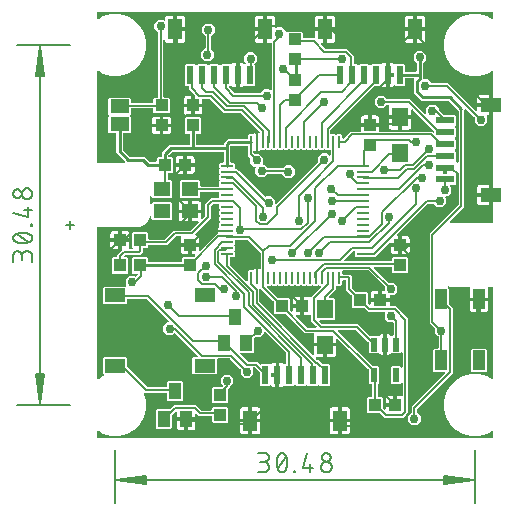
<source format=gbr>
G04 EAGLE Gerber RS-274X export*
G75*
%MOMM*%
%FSLAX34Y34*%
%LPD*%
%INTop Copper*%
%IPPOS*%
%AMOC8*
5,1,8,0,0,1.08239X$1,22.5*%
G01*
%ADD10C,0.130000*%
%ADD11C,0.152400*%
%ADD12R,1.000000X0.220000*%
%ADD13R,0.220000X1.000000*%
%ADD14R,0.600000X1.550000*%
%ADD15R,1.200000X1.800000*%
%ADD16R,1.550000X0.600000*%
%ADD17R,1.800000X1.200000*%
%ADD18R,1.000000X1.100000*%
%ADD19R,1.100000X1.000000*%
%ADD20R,1.400000X1.600000*%
%ADD21R,1.000000X1.651000*%
%ADD22R,1.600200X1.168400*%
%ADD23R,1.000000X1.400000*%
%ADD24R,0.550000X1.200000*%
%ADD25R,1.780000X1.150000*%
%ADD26R,1.400000X1.200000*%
%ADD27C,0.756400*%
%ADD28C,0.254000*%

G36*
X344571Y-2409D02*
X344571Y-2409D01*
X344590Y-2411D01*
X344692Y-2389D01*
X344794Y-2373D01*
X344811Y-2363D01*
X344831Y-2359D01*
X344920Y-2306D01*
X345011Y-2257D01*
X345025Y-2243D01*
X345042Y-2233D01*
X345109Y-2154D01*
X345181Y-2079D01*
X345189Y-2061D01*
X345202Y-2046D01*
X345241Y-1950D01*
X345284Y-1856D01*
X345286Y-1836D01*
X345294Y-1818D01*
X345312Y-1651D01*
X345312Y2599D01*
X345297Y2693D01*
X345288Y2788D01*
X345277Y2814D01*
X345273Y2842D01*
X345228Y2926D01*
X345190Y3013D01*
X345171Y3034D01*
X345157Y3059D01*
X345088Y3125D01*
X345024Y3195D01*
X345000Y3209D01*
X344979Y3228D01*
X344893Y3268D01*
X344809Y3315D01*
X344782Y3320D01*
X344756Y3332D01*
X344661Y3342D01*
X344568Y3360D01*
X344540Y3356D01*
X344512Y3359D01*
X344418Y3339D01*
X344324Y3325D01*
X344292Y3311D01*
X344271Y3307D01*
X344243Y3290D01*
X344170Y3258D01*
X340298Y1022D01*
X333644Y-761D01*
X326756Y-761D01*
X320102Y1022D01*
X314137Y4466D01*
X309266Y9337D01*
X305822Y15302D01*
X304039Y21956D01*
X304039Y28844D01*
X305822Y35498D01*
X309266Y41463D01*
X314137Y46334D01*
X320102Y49778D01*
X326756Y51561D01*
X333644Y51561D01*
X340298Y49778D01*
X344170Y47542D01*
X344259Y47508D01*
X344346Y47468D01*
X344374Y47465D01*
X344400Y47455D01*
X344496Y47451D01*
X344590Y47441D01*
X344618Y47447D01*
X344646Y47446D01*
X344738Y47473D01*
X344831Y47493D01*
X344855Y47508D01*
X344882Y47516D01*
X344960Y47571D01*
X345042Y47619D01*
X345060Y47641D01*
X345083Y47657D01*
X345140Y47734D01*
X345202Y47806D01*
X345212Y47833D01*
X345229Y47855D01*
X345258Y47946D01*
X345294Y48035D01*
X345298Y48070D01*
X345304Y48090D01*
X345304Y48123D01*
X345312Y48201D01*
X345312Y124353D01*
X345309Y124373D01*
X345311Y124392D01*
X345289Y124494D01*
X345273Y124596D01*
X345263Y124613D01*
X345259Y124633D01*
X345206Y124722D01*
X345157Y124813D01*
X345143Y124827D01*
X345133Y124844D01*
X345054Y124911D01*
X344979Y124983D01*
X344961Y124991D01*
X344946Y125004D01*
X344850Y125043D01*
X344756Y125086D01*
X344736Y125088D01*
X344718Y125096D01*
X344551Y125114D01*
X341488Y125114D01*
X341394Y125099D01*
X341299Y125090D01*
X341273Y125079D01*
X341246Y125075D01*
X341161Y125030D01*
X341074Y124992D01*
X341053Y124973D01*
X341028Y124959D01*
X340962Y124890D01*
X340892Y124826D01*
X340878Y124802D01*
X340859Y124781D01*
X340819Y124694D01*
X340772Y124611D01*
X340767Y124584D01*
X340755Y124558D01*
X340745Y124463D01*
X340727Y124369D01*
X340731Y124342D01*
X340728Y124314D01*
X340748Y124220D01*
X340762Y124126D01*
X340776Y124094D01*
X340780Y124073D01*
X340797Y124045D01*
X340829Y123972D01*
X340868Y123906D01*
X341041Y123259D01*
X341041Y116193D01*
X334262Y116193D01*
X334242Y116190D01*
X334223Y116192D01*
X334121Y116170D01*
X334019Y116153D01*
X334002Y116144D01*
X333982Y116140D01*
X333893Y116087D01*
X333802Y116038D01*
X333788Y116024D01*
X333771Y116014D01*
X333704Y115935D01*
X333633Y115860D01*
X333624Y115842D01*
X333611Y115827D01*
X333572Y115731D01*
X333529Y115637D01*
X333527Y115617D01*
X333519Y115599D01*
X333501Y115432D01*
X333501Y114669D01*
X333499Y114669D01*
X333499Y115432D01*
X333496Y115452D01*
X333498Y115471D01*
X333476Y115573D01*
X333459Y115675D01*
X333450Y115692D01*
X333446Y115712D01*
X333393Y115801D01*
X333344Y115892D01*
X333330Y115906D01*
X333320Y115923D01*
X333241Y115990D01*
X333166Y116061D01*
X333148Y116070D01*
X333133Y116083D01*
X333037Y116122D01*
X332943Y116165D01*
X332923Y116167D01*
X332905Y116175D01*
X332738Y116193D01*
X325959Y116193D01*
X325959Y123259D01*
X326132Y123906D01*
X326171Y123972D01*
X326205Y124061D01*
X326245Y124148D01*
X326248Y124176D01*
X326258Y124202D01*
X326261Y124298D01*
X326272Y124392D01*
X326266Y124420D01*
X326267Y124448D01*
X326240Y124540D01*
X326220Y124633D01*
X326205Y124657D01*
X326197Y124684D01*
X326142Y124762D01*
X326093Y124844D01*
X326072Y124862D01*
X326056Y124885D01*
X325979Y124942D01*
X325907Y125004D01*
X325880Y125014D01*
X325858Y125031D01*
X325767Y125060D01*
X325678Y125096D01*
X325643Y125100D01*
X325623Y125106D01*
X325591Y125106D01*
X325512Y125114D01*
X309274Y125114D01*
X308018Y125635D01*
X307923Y125657D01*
X307830Y125685D01*
X307804Y125685D01*
X307779Y125691D01*
X307682Y125682D01*
X307584Y125679D01*
X307560Y125670D01*
X307534Y125668D01*
X307445Y125628D01*
X307353Y125595D01*
X307333Y125578D01*
X307309Y125568D01*
X307237Y125502D01*
X307161Y125441D01*
X307147Y125419D01*
X307128Y125401D01*
X307081Y125316D01*
X307028Y125234D01*
X307022Y125209D01*
X307009Y125186D01*
X306992Y125090D01*
X306968Y124995D01*
X306970Y124969D01*
X306966Y124944D01*
X306980Y124847D01*
X306987Y124750D01*
X306997Y124726D01*
X307001Y124700D01*
X307046Y124613D01*
X307084Y124524D01*
X307104Y124498D01*
X307113Y124481D01*
X307136Y124458D01*
X307188Y124393D01*
X308025Y123557D01*
X308025Y111577D01*
X308039Y111486D01*
X308047Y111396D01*
X308059Y111366D01*
X308064Y111334D01*
X308107Y111253D01*
X308143Y111169D01*
X308169Y111137D01*
X308180Y111116D01*
X308203Y111094D01*
X308248Y111038D01*
X311659Y107627D01*
X311659Y52393D01*
X281402Y22136D01*
X281349Y22062D01*
X281289Y21992D01*
X281277Y21962D01*
X281258Y21936D01*
X281231Y21849D01*
X281197Y21764D01*
X281193Y21723D01*
X281186Y21701D01*
X281187Y21669D01*
X281179Y21597D01*
X281179Y19249D01*
X281193Y19159D01*
X281201Y19068D01*
X281213Y19039D01*
X281218Y19007D01*
X281261Y18926D01*
X281297Y18842D01*
X281323Y18810D01*
X281334Y18789D01*
X281357Y18767D01*
X281402Y18711D01*
X284199Y15914D01*
X284199Y11518D01*
X281090Y8409D01*
X276694Y8409D01*
X273585Y11518D01*
X273585Y15914D01*
X276382Y18711D01*
X276435Y18785D01*
X276495Y18855D01*
X276507Y18885D01*
X276526Y18911D01*
X276553Y18998D01*
X276587Y19083D01*
X276591Y19124D01*
X276598Y19146D01*
X276597Y19178D01*
X276605Y19249D01*
X276605Y23807D01*
X304849Y52051D01*
X304891Y52109D01*
X304940Y52161D01*
X304962Y52208D01*
X304992Y52250D01*
X305013Y52319D01*
X305044Y52384D01*
X305049Y52436D01*
X305065Y52486D01*
X305063Y52557D01*
X305071Y52628D01*
X305060Y52679D01*
X305058Y52731D01*
X305034Y52799D01*
X305019Y52869D01*
X304992Y52914D01*
X304974Y52962D01*
X304929Y53018D01*
X304892Y53080D01*
X304853Y53114D01*
X304820Y53154D01*
X304760Y53193D01*
X304705Y53240D01*
X304657Y53259D01*
X304613Y53287D01*
X304544Y53305D01*
X304477Y53332D01*
X304406Y53340D01*
X304375Y53348D01*
X304351Y53346D01*
X304311Y53350D01*
X295868Y53350D01*
X294975Y54243D01*
X294975Y72017D01*
X295868Y72910D01*
X298704Y72910D01*
X298724Y72913D01*
X298743Y72911D01*
X298845Y72933D01*
X298947Y72949D01*
X298964Y72959D01*
X298984Y72963D01*
X299073Y73016D01*
X299164Y73065D01*
X299178Y73079D01*
X299195Y73089D01*
X299262Y73168D01*
X299334Y73243D01*
X299342Y73261D01*
X299355Y73276D01*
X299394Y73372D01*
X299437Y73466D01*
X299439Y73486D01*
X299447Y73504D01*
X299465Y73671D01*
X299465Y82859D01*
X299463Y82874D01*
X299464Y82887D01*
X299450Y82951D01*
X299443Y83040D01*
X299431Y83069D01*
X299426Y83101D01*
X299412Y83126D01*
X299412Y83128D01*
X299409Y83133D01*
X299383Y83182D01*
X299347Y83266D01*
X299321Y83298D01*
X299310Y83319D01*
X299287Y83341D01*
X299242Y83397D01*
X296445Y86194D01*
X296445Y90149D01*
X296431Y90240D01*
X296423Y90330D01*
X296411Y90360D01*
X296406Y90392D01*
X296363Y90473D01*
X296327Y90557D01*
X296301Y90589D01*
X296290Y90610D01*
X296267Y90632D01*
X296222Y90688D01*
X291845Y95065D01*
X291845Y170111D01*
X316006Y194272D01*
X316059Y194346D01*
X316119Y194416D01*
X316131Y194446D01*
X316150Y194472D01*
X316177Y194559D01*
X316211Y194644D01*
X316215Y194685D01*
X316222Y194707D01*
X316221Y194739D01*
X316229Y194811D01*
X316229Y221750D01*
X316222Y221798D01*
X316223Y221846D01*
X316202Y221918D01*
X316190Y221993D01*
X316167Y222035D01*
X316153Y222081D01*
X316110Y222143D01*
X316074Y222210D01*
X316040Y222243D01*
X316012Y222283D01*
X315951Y222328D01*
X315896Y222380D01*
X315852Y222400D01*
X315814Y222428D01*
X315742Y222451D01*
X315673Y222483D01*
X315625Y222489D01*
X315580Y222503D01*
X315504Y222502D01*
X315429Y222510D01*
X315382Y222500D01*
X315334Y222500D01*
X315262Y222474D01*
X315188Y222458D01*
X315147Y222434D01*
X315102Y222418D01*
X315042Y222371D01*
X314977Y222332D01*
X314946Y222296D01*
X314908Y222266D01*
X314832Y222162D01*
X314817Y222145D01*
X314815Y222139D01*
X314809Y222131D01*
X314583Y221740D01*
X314110Y221267D01*
X314100Y221261D01*
X314008Y221186D01*
X313915Y221112D01*
X313913Y221108D01*
X313910Y221106D01*
X313846Y221004D01*
X313782Y220905D01*
X313781Y220901D01*
X313779Y220897D01*
X313751Y220780D01*
X313722Y220666D01*
X313723Y220662D01*
X313722Y220658D01*
X313732Y220538D01*
X313741Y220421D01*
X313743Y220417D01*
X313743Y220413D01*
X313792Y220303D01*
X313838Y220195D01*
X313841Y220191D01*
X313842Y220188D01*
X313851Y220178D01*
X313943Y220064D01*
X314075Y219932D01*
X314075Y212668D01*
X313182Y211775D01*
X309631Y211775D01*
X309561Y211764D01*
X309489Y211762D01*
X309440Y211744D01*
X309389Y211736D01*
X309325Y211702D01*
X309258Y211677D01*
X309217Y211645D01*
X309171Y211620D01*
X309122Y211568D01*
X309066Y211524D01*
X309038Y211480D01*
X309002Y211442D01*
X308972Y211377D01*
X308933Y211317D01*
X308920Y211266D01*
X308898Y211219D01*
X308890Y211148D01*
X308873Y211078D01*
X308877Y211026D01*
X308871Y210975D01*
X308886Y210904D01*
X308892Y210833D01*
X308912Y210785D01*
X308923Y210734D01*
X308960Y210673D01*
X308988Y210607D01*
X309033Y210551D01*
X309050Y210523D01*
X309067Y210508D01*
X309093Y210476D01*
X310107Y209462D01*
X310107Y205066D01*
X306998Y201957D01*
X305733Y201957D01*
X305663Y201946D01*
X305591Y201944D01*
X305542Y201926D01*
X305491Y201918D01*
X305427Y201884D01*
X305360Y201859D01*
X305319Y201827D01*
X305273Y201802D01*
X305224Y201750D01*
X305168Y201706D01*
X305140Y201662D01*
X305104Y201624D01*
X305074Y201559D01*
X305035Y201499D01*
X305022Y201448D01*
X305000Y201401D01*
X304992Y201330D01*
X304975Y201260D01*
X304979Y201208D01*
X304973Y201157D01*
X304988Y201086D01*
X304994Y201015D01*
X305014Y200967D01*
X305025Y200916D01*
X305062Y200855D01*
X305090Y200789D01*
X305135Y200733D01*
X305152Y200705D01*
X305169Y200690D01*
X305195Y200658D01*
X305535Y200318D01*
X305535Y195922D01*
X302426Y192813D01*
X298030Y192813D01*
X295233Y195610D01*
X295159Y195663D01*
X295089Y195723D01*
X295059Y195735D01*
X295033Y195754D01*
X294946Y195781D01*
X294861Y195815D01*
X294820Y195819D01*
X294798Y195826D01*
X294766Y195825D01*
X294695Y195833D01*
X290823Y195833D01*
X290732Y195819D01*
X290642Y195811D01*
X290612Y195799D01*
X290580Y195794D01*
X290499Y195751D01*
X290415Y195715D01*
X290383Y195689D01*
X290362Y195678D01*
X290340Y195655D01*
X290284Y195610D01*
X264414Y169740D01*
X264372Y169682D01*
X264323Y169630D01*
X264301Y169583D01*
X264271Y169541D01*
X264250Y169472D01*
X264219Y169407D01*
X264214Y169355D01*
X264198Y169305D01*
X264200Y169234D01*
X264192Y169163D01*
X264203Y169112D01*
X264205Y169060D01*
X264229Y168992D01*
X264244Y168922D01*
X264271Y168877D01*
X264289Y168829D01*
X264334Y168773D01*
X264371Y168711D01*
X264410Y168677D01*
X264443Y168637D01*
X264503Y168598D01*
X264558Y168551D01*
X264606Y168532D01*
X264650Y168504D01*
X264719Y168486D01*
X264786Y168459D01*
X264857Y168451D01*
X264888Y168443D01*
X264912Y168445D01*
X264952Y168441D01*
X265177Y168441D01*
X265177Y162423D01*
X258602Y162423D01*
X258586Y162454D01*
X258561Y162521D01*
X258529Y162562D01*
X258504Y162608D01*
X258452Y162657D01*
X258408Y162713D01*
X258364Y162741D01*
X258326Y162777D01*
X258261Y162807D01*
X258201Y162846D01*
X258150Y162859D01*
X258103Y162881D01*
X258032Y162889D01*
X257962Y162906D01*
X257910Y162902D01*
X257859Y162908D01*
X257788Y162893D01*
X257717Y162887D01*
X257669Y162867D01*
X257618Y162856D01*
X257557Y162819D01*
X257491Y162791D01*
X257435Y162746D01*
X257407Y162729D01*
X257392Y162712D01*
X257360Y162686D01*
X246950Y152276D01*
X245387Y150713D01*
X241585Y150713D01*
X241495Y150699D01*
X241404Y150691D01*
X241374Y150679D01*
X241342Y150674D01*
X241261Y150631D01*
X241178Y150595D01*
X241145Y150569D01*
X241125Y150558D01*
X241103Y150535D01*
X241047Y150490D01*
X240932Y150375D01*
X229668Y150375D01*
X228775Y151268D01*
X228775Y154952D01*
X228772Y154972D01*
X228774Y154991D01*
X228752Y155093D01*
X228736Y155195D01*
X228726Y155212D01*
X228722Y155232D01*
X228669Y155321D01*
X228620Y155412D01*
X228606Y155426D01*
X228596Y155443D01*
X228517Y155510D01*
X228442Y155582D01*
X228424Y155590D01*
X228409Y155603D01*
X228313Y155642D01*
X228219Y155685D01*
X228199Y155687D01*
X228181Y155695D01*
X228014Y155713D01*
X227323Y155713D01*
X227232Y155699D01*
X227142Y155691D01*
X227112Y155679D01*
X227080Y155674D01*
X226999Y155631D01*
X226915Y155595D01*
X226883Y155569D01*
X226862Y155558D01*
X226840Y155535D01*
X226784Y155490D01*
X219660Y148366D01*
X219618Y148308D01*
X219569Y148256D01*
X219547Y148209D01*
X219517Y148167D01*
X219496Y148098D01*
X219465Y148033D01*
X219460Y147981D01*
X219444Y147931D01*
X219446Y147860D01*
X219438Y147789D01*
X219449Y147738D01*
X219451Y147686D01*
X219475Y147618D01*
X219490Y147548D01*
X219517Y147503D01*
X219535Y147455D01*
X219580Y147399D01*
X219617Y147337D01*
X219656Y147303D01*
X219689Y147263D01*
X219749Y147224D01*
X219804Y147177D01*
X219852Y147158D01*
X219896Y147130D01*
X219965Y147112D01*
X220032Y147085D01*
X220103Y147077D01*
X220134Y147069D01*
X220158Y147071D01*
X220198Y147067D01*
X258914Y147067D01*
X258934Y147070D01*
X258953Y147068D01*
X259055Y147090D01*
X259157Y147106D01*
X259174Y147116D01*
X259194Y147120D01*
X259283Y147173D01*
X259374Y147222D01*
X259388Y147236D01*
X259405Y147246D01*
X259472Y147325D01*
X259544Y147400D01*
X259552Y147418D01*
X259565Y147433D01*
X259604Y147529D01*
X259647Y147623D01*
X259649Y147643D01*
X259657Y147661D01*
X259675Y147828D01*
X259675Y149532D01*
X260568Y150425D01*
X272832Y150425D01*
X273725Y149532D01*
X273725Y138268D01*
X272832Y137375D01*
X260568Y137375D01*
X259675Y138268D01*
X259675Y141732D01*
X259672Y141752D01*
X259674Y141771D01*
X259652Y141873D01*
X259636Y141975D01*
X259626Y141992D01*
X259622Y142012D01*
X259569Y142101D01*
X259520Y142192D01*
X259506Y142206D01*
X259496Y142223D01*
X259417Y142290D01*
X259342Y142362D01*
X259324Y142370D01*
X259309Y142383D01*
X259213Y142422D01*
X259119Y142465D01*
X259099Y142467D01*
X259081Y142475D01*
X258914Y142493D01*
X245102Y142493D01*
X245032Y142482D01*
X244960Y142480D01*
X244911Y142462D01*
X244860Y142454D01*
X244796Y142420D01*
X244729Y142395D01*
X244688Y142363D01*
X244642Y142338D01*
X244593Y142287D01*
X244537Y142242D01*
X244509Y142198D01*
X244473Y142160D01*
X244443Y142095D01*
X244404Y142035D01*
X244391Y141984D01*
X244369Y141937D01*
X244361Y141866D01*
X244344Y141796D01*
X244348Y141744D01*
X244342Y141693D01*
X244357Y141622D01*
X244363Y141551D01*
X244383Y141503D01*
X244394Y141452D01*
X244431Y141391D01*
X244459Y141325D01*
X244504Y141269D01*
X244521Y141241D01*
X244538Y141226D01*
X244564Y141194D01*
X256784Y128974D01*
X256858Y128921D01*
X256928Y128861D01*
X256958Y128849D01*
X256984Y128830D01*
X257071Y128803D01*
X257156Y128769D01*
X257197Y128765D01*
X257219Y128758D01*
X257251Y128759D01*
X257322Y128751D01*
X261278Y128751D01*
X264387Y125642D01*
X264387Y121246D01*
X261278Y118137D01*
X258602Y118137D01*
X258582Y118134D01*
X258563Y118136D01*
X258461Y118114D01*
X258359Y118098D01*
X258342Y118088D01*
X258322Y118084D01*
X258233Y118031D01*
X258142Y117982D01*
X258128Y117968D01*
X258111Y117958D01*
X258044Y117879D01*
X257972Y117804D01*
X257964Y117786D01*
X257951Y117771D01*
X257912Y117675D01*
X257869Y117581D01*
X257867Y117561D01*
X257859Y117543D01*
X257841Y117376D01*
X257841Y115823D01*
X251323Y115823D01*
X251323Y121841D01*
X253012Y121841D01*
X253032Y121844D01*
X253051Y121842D01*
X253153Y121864D01*
X253255Y121880D01*
X253272Y121890D01*
X253292Y121894D01*
X253381Y121947D01*
X253472Y121996D01*
X253486Y122010D01*
X253503Y122020D01*
X253570Y122099D01*
X253642Y122174D01*
X253650Y122192D01*
X253663Y122207D01*
X253702Y122303D01*
X253745Y122397D01*
X253747Y122417D01*
X253755Y122435D01*
X253773Y122602D01*
X253773Y125202D01*
X253759Y125292D01*
X253751Y125383D01*
X253739Y125412D01*
X253734Y125444D01*
X253691Y125525D01*
X253655Y125609D01*
X253629Y125641D01*
X253618Y125662D01*
X253595Y125684D01*
X253550Y125740D01*
X240068Y139222D01*
X239994Y139275D01*
X239924Y139335D01*
X239894Y139347D01*
X239868Y139366D01*
X239781Y139393D01*
X239696Y139427D01*
X239655Y139431D01*
X239633Y139438D01*
X239601Y139437D01*
X239530Y139445D01*
X218686Y139445D01*
X218666Y139442D01*
X218647Y139444D01*
X218545Y139422D01*
X218443Y139406D01*
X218426Y139396D01*
X218406Y139392D01*
X218317Y139339D01*
X218226Y139290D01*
X218212Y139276D01*
X218195Y139266D01*
X218128Y139187D01*
X218056Y139112D01*
X218048Y139094D01*
X218035Y139079D01*
X217996Y138983D01*
X217953Y138889D01*
X217951Y138869D01*
X217943Y138851D01*
X217925Y138684D01*
X217925Y136398D01*
X217928Y136378D01*
X217926Y136359D01*
X217948Y136257D01*
X217964Y136155D01*
X217974Y136138D01*
X217978Y136118D01*
X218031Y136029D01*
X218080Y135938D01*
X218094Y135924D01*
X218104Y135907D01*
X218183Y135840D01*
X218258Y135768D01*
X218276Y135760D01*
X218291Y135747D01*
X218387Y135708D01*
X218481Y135665D01*
X218501Y135663D01*
X218519Y135655D01*
X218686Y135637D01*
X224467Y135637D01*
X225807Y134297D01*
X225807Y124843D01*
X225821Y124752D01*
X225829Y124662D01*
X225841Y124632D01*
X225846Y124600D01*
X225889Y124519D01*
X225925Y124435D01*
X225951Y124403D01*
X225962Y124382D01*
X225985Y124360D01*
X226030Y124304D01*
X229286Y121048D01*
X229360Y120995D01*
X229430Y120935D01*
X229460Y120923D01*
X229486Y120904D01*
X229573Y120877D01*
X229658Y120843D01*
X229699Y120839D01*
X229721Y120832D01*
X229753Y120833D01*
X229825Y120825D01*
X238932Y120825D01*
X239825Y119932D01*
X239825Y111197D01*
X239839Y111107D01*
X239847Y111016D01*
X239859Y110986D01*
X239864Y110954D01*
X239907Y110873D01*
X239943Y110789D01*
X239969Y110757D01*
X239980Y110736D01*
X240003Y110714D01*
X240048Y110658D01*
X240460Y110246D01*
X240518Y110204D01*
X240570Y110155D01*
X240617Y110133D01*
X240659Y110103D01*
X240728Y110082D01*
X240793Y110051D01*
X240845Y110046D01*
X240895Y110030D01*
X240966Y110032D01*
X241037Y110024D01*
X241088Y110035D01*
X241140Y110037D01*
X241208Y110061D01*
X241278Y110076D01*
X241323Y110103D01*
X241371Y110121D01*
X241427Y110166D01*
X241489Y110203D01*
X241523Y110242D01*
X241563Y110275D01*
X241602Y110335D01*
X241649Y110390D01*
X241668Y110438D01*
X241696Y110482D01*
X241714Y110551D01*
X241741Y110618D01*
X241749Y110689D01*
X241757Y110720D01*
X241755Y110744D01*
X241759Y110784D01*
X241759Y112777D01*
X249038Y112777D01*
X249058Y112780D01*
X249077Y112778D01*
X249179Y112800D01*
X249281Y112817D01*
X249298Y112826D01*
X249318Y112830D01*
X249407Y112883D01*
X249498Y112932D01*
X249512Y112946D01*
X249529Y112956D01*
X249596Y113035D01*
X249667Y113110D01*
X249676Y113128D01*
X249689Y113143D01*
X249728Y113239D01*
X249771Y113333D01*
X249773Y113353D01*
X249781Y113371D01*
X249799Y113538D01*
X249799Y114301D01*
X249801Y114301D01*
X249801Y113538D01*
X249804Y113518D01*
X249802Y113499D01*
X249824Y113397D01*
X249841Y113295D01*
X249850Y113278D01*
X249854Y113258D01*
X249907Y113169D01*
X249956Y113078D01*
X249970Y113064D01*
X249980Y113047D01*
X250059Y112980D01*
X250134Y112909D01*
X250152Y112900D01*
X250167Y112887D01*
X250263Y112848D01*
X250357Y112805D01*
X250377Y112803D01*
X250395Y112795D01*
X250562Y112777D01*
X257841Y112777D01*
X257841Y109728D01*
X257844Y109708D01*
X257842Y109689D01*
X257864Y109587D01*
X257880Y109485D01*
X257890Y109468D01*
X257894Y109448D01*
X257947Y109359D01*
X257996Y109268D01*
X258010Y109254D01*
X258020Y109237D01*
X258099Y109170D01*
X258174Y109098D01*
X258192Y109090D01*
X258207Y109077D01*
X258303Y109038D01*
X258397Y108995D01*
X258417Y108993D01*
X258435Y108985D01*
X258602Y108967D01*
X263075Y108967D01*
X273559Y98483D01*
X273559Y18865D01*
X269171Y14477D01*
X253561Y14477D01*
X249386Y18652D01*
X249312Y18705D01*
X249242Y18765D01*
X249212Y18777D01*
X249186Y18796D01*
X249099Y18823D01*
X249014Y18857D01*
X248973Y18861D01*
X248951Y18868D01*
X248919Y18867D01*
X248847Y18875D01*
X239368Y18875D01*
X238475Y19768D01*
X238475Y31032D01*
X239368Y31925D01*
X242452Y31925D01*
X242472Y31928D01*
X242491Y31926D01*
X242593Y31948D01*
X242695Y31964D01*
X242712Y31974D01*
X242732Y31978D01*
X242821Y32031D01*
X242912Y32080D01*
X242926Y32094D01*
X242943Y32104D01*
X243010Y32183D01*
X243082Y32258D01*
X243090Y32276D01*
X243103Y32291D01*
X243142Y32387D01*
X243185Y32481D01*
X243187Y32501D01*
X243195Y32519D01*
X243213Y32686D01*
X243213Y42214D01*
X243210Y42234D01*
X243212Y42253D01*
X243190Y42355D01*
X243174Y42457D01*
X243164Y42474D01*
X243160Y42494D01*
X243107Y42583D01*
X243058Y42674D01*
X243044Y42688D01*
X243034Y42705D01*
X242955Y42772D01*
X242880Y42844D01*
X242862Y42852D01*
X242847Y42865D01*
X242751Y42904D01*
X242657Y42947D01*
X242637Y42949D01*
X242619Y42957D01*
X242452Y42975D01*
X241118Y42975D01*
X240225Y43868D01*
X240225Y54929D01*
X240211Y55020D01*
X240203Y55110D01*
X240191Y55140D01*
X240186Y55172D01*
X240143Y55253D01*
X240107Y55337D01*
X240081Y55369D01*
X240070Y55390D01*
X240047Y55412D01*
X240002Y55468D01*
X214040Y81430D01*
X213982Y81472D01*
X213930Y81521D01*
X213883Y81543D01*
X213841Y81573D01*
X213772Y81594D01*
X213707Y81625D01*
X213655Y81630D01*
X213605Y81646D01*
X213534Y81644D01*
X213463Y81652D01*
X213412Y81641D01*
X213360Y81639D01*
X213292Y81615D01*
X213222Y81600D01*
X213177Y81573D01*
X213129Y81555D01*
X213073Y81510D01*
X213011Y81473D01*
X212977Y81434D01*
X212937Y81401D01*
X212898Y81341D01*
X212851Y81286D01*
X212832Y81238D01*
X212804Y81194D01*
X212786Y81125D01*
X212759Y81058D01*
X212751Y80987D01*
X212743Y80956D01*
X212745Y80932D01*
X212741Y80892D01*
X212741Y77963D01*
X203962Y77963D01*
X203942Y77960D01*
X203923Y77962D01*
X203821Y77940D01*
X203719Y77923D01*
X203702Y77914D01*
X203682Y77910D01*
X203593Y77857D01*
X203502Y77808D01*
X203488Y77794D01*
X203471Y77784D01*
X203404Y77705D01*
X203333Y77630D01*
X203324Y77612D01*
X203311Y77597D01*
X203272Y77501D01*
X203229Y77407D01*
X203227Y77387D01*
X203219Y77369D01*
X203201Y77202D01*
X203201Y76439D01*
X203199Y76439D01*
X203199Y77202D01*
X203196Y77222D01*
X203198Y77241D01*
X203176Y77343D01*
X203159Y77445D01*
X203150Y77462D01*
X203146Y77482D01*
X203093Y77571D01*
X203044Y77662D01*
X203030Y77676D01*
X203020Y77693D01*
X202941Y77760D01*
X202866Y77831D01*
X202848Y77840D01*
X202833Y77853D01*
X202737Y77892D01*
X202643Y77935D01*
X202623Y77937D01*
X202605Y77945D01*
X202438Y77963D01*
X193659Y77963D01*
X193659Y84774D01*
X193759Y85147D01*
X193771Y85266D01*
X193784Y85383D01*
X193783Y85388D01*
X193784Y85392D01*
X193757Y85507D01*
X193732Y85624D01*
X193730Y85627D01*
X193729Y85631D01*
X193667Y85732D01*
X193606Y85835D01*
X193602Y85838D01*
X193600Y85841D01*
X193509Y85918D01*
X193419Y85995D01*
X193415Y85996D01*
X193412Y85999D01*
X193301Y86042D01*
X193190Y86087D01*
X193185Y86087D01*
X193182Y86089D01*
X193169Y86089D01*
X193024Y86105D01*
X186505Y86105D01*
X170138Y102472D01*
X170064Y102525D01*
X169994Y102585D01*
X169964Y102597D01*
X169938Y102616D01*
X169851Y102643D01*
X169766Y102677D01*
X169725Y102681D01*
X169703Y102688D01*
X169671Y102687D01*
X169599Y102695D01*
X160628Y102695D01*
X159735Y103588D01*
X159735Y112560D01*
X159734Y112570D01*
X159734Y112576D01*
X159727Y112607D01*
X159721Y112650D01*
X159713Y112741D01*
X159701Y112770D01*
X159696Y112802D01*
X159653Y112883D01*
X159617Y112967D01*
X159591Y112999D01*
X159580Y113020D01*
X159557Y113042D01*
X159512Y113098D01*
X148874Y123736D01*
X148816Y123778D01*
X148764Y123827D01*
X148745Y123836D01*
X148734Y123845D01*
X148707Y123856D01*
X148675Y123879D01*
X148606Y123900D01*
X148541Y123931D01*
X148514Y123934D01*
X148506Y123937D01*
X148478Y123940D01*
X148439Y123952D01*
X148384Y123950D01*
X148340Y123955D01*
X148336Y123955D01*
X148329Y123954D01*
X148297Y123958D01*
X148246Y123947D01*
X148194Y123945D01*
X148127Y123921D01*
X148093Y123916D01*
X148087Y123912D01*
X148056Y123906D01*
X148012Y123879D01*
X147963Y123861D01*
X147909Y123818D01*
X147876Y123800D01*
X147870Y123794D01*
X147845Y123779D01*
X147811Y123740D01*
X147771Y123707D01*
X147735Y123652D01*
X147706Y123622D01*
X147702Y123612D01*
X147685Y123592D01*
X147666Y123544D01*
X147638Y123500D01*
X147623Y123442D01*
X147603Y123399D01*
X147601Y123384D01*
X147593Y123364D01*
X147585Y123293D01*
X147577Y123262D01*
X147579Y123238D01*
X147575Y123198D01*
X147575Y112754D01*
X147589Y112664D01*
X147597Y112573D01*
X147609Y112543D01*
X147614Y112511D01*
X147657Y112430D01*
X147693Y112346D01*
X147719Y112314D01*
X147730Y112294D01*
X147753Y112271D01*
X147798Y112215D01*
X192360Y67653D01*
X192418Y67611D01*
X192470Y67562D01*
X192517Y67540D01*
X192559Y67510D01*
X192628Y67489D01*
X192693Y67458D01*
X192745Y67453D01*
X192795Y67437D01*
X192866Y67439D01*
X192937Y67431D01*
X192988Y67442D01*
X193040Y67444D01*
X193108Y67468D01*
X193178Y67484D01*
X193223Y67510D01*
X193271Y67528D01*
X193327Y67573D01*
X193389Y67610D01*
X193423Y67649D01*
X193463Y67682D01*
X193502Y67742D01*
X193549Y67797D01*
X193568Y67845D01*
X193596Y67889D01*
X193614Y67958D01*
X193641Y68025D01*
X193649Y68096D01*
X193657Y68127D01*
X193655Y68151D01*
X193659Y68192D01*
X193659Y74917D01*
X201677Y74917D01*
X201677Y65899D01*
X195952Y65899D01*
X195881Y65888D01*
X195809Y65886D01*
X195760Y65868D01*
X195709Y65860D01*
X195645Y65826D01*
X195578Y65801D01*
X195537Y65769D01*
X195491Y65744D01*
X195442Y65692D01*
X195386Y65648D01*
X195358Y65604D01*
X195322Y65566D01*
X195292Y65501D01*
X195253Y65441D01*
X195240Y65390D01*
X195218Y65343D01*
X195211Y65272D01*
X195193Y65202D01*
X195197Y65150D01*
X195191Y65099D01*
X195207Y65028D01*
X195212Y64957D01*
X195233Y64909D01*
X195244Y64858D01*
X195280Y64797D01*
X195308Y64731D01*
X195353Y64675D01*
X195370Y64647D01*
X195388Y64632D01*
X195413Y64600D01*
X196667Y63346D01*
X196741Y63293D01*
X196811Y63233D01*
X196841Y63221D01*
X196867Y63202D01*
X196954Y63175D01*
X197039Y63141D01*
X197080Y63137D01*
X197102Y63130D01*
X197134Y63131D01*
X197206Y63123D01*
X197694Y63123D01*
X200519Y60298D01*
X200593Y60245D01*
X200663Y60185D01*
X200693Y60173D01*
X200719Y60154D01*
X200806Y60127D01*
X200891Y60093D01*
X200932Y60089D01*
X200954Y60082D01*
X200986Y60083D01*
X201057Y60075D01*
X206432Y60075D01*
X207325Y59182D01*
X207325Y42418D01*
X206432Y41525D01*
X199168Y41525D01*
X198338Y42355D01*
X198322Y42367D01*
X198310Y42383D01*
X198222Y42439D01*
X198139Y42499D01*
X198120Y42505D01*
X198103Y42516D01*
X198002Y42541D01*
X197903Y42571D01*
X197884Y42571D01*
X197864Y42576D01*
X197761Y42568D01*
X197658Y42565D01*
X197639Y42558D01*
X197619Y42557D01*
X197524Y42516D01*
X197427Y42481D01*
X197411Y42468D01*
X197393Y42460D01*
X197262Y42355D01*
X196432Y41525D01*
X189168Y41525D01*
X188338Y42355D01*
X188322Y42367D01*
X188310Y42383D01*
X188222Y42439D01*
X188139Y42499D01*
X188120Y42505D01*
X188103Y42516D01*
X188002Y42541D01*
X187903Y42571D01*
X187884Y42571D01*
X187864Y42576D01*
X187761Y42568D01*
X187658Y42565D01*
X187639Y42558D01*
X187619Y42557D01*
X187524Y42516D01*
X187427Y42481D01*
X187411Y42468D01*
X187393Y42460D01*
X187262Y42355D01*
X186432Y41525D01*
X179168Y41525D01*
X178338Y42355D01*
X178322Y42367D01*
X178310Y42383D01*
X178222Y42439D01*
X178139Y42499D01*
X178120Y42505D01*
X178103Y42516D01*
X178002Y42541D01*
X177903Y42571D01*
X177884Y42571D01*
X177864Y42576D01*
X177761Y42568D01*
X177658Y42565D01*
X177639Y42558D01*
X177619Y42557D01*
X177524Y42516D01*
X177427Y42481D01*
X177411Y42468D01*
X177393Y42460D01*
X177262Y42355D01*
X176432Y41525D01*
X169168Y41525D01*
X169036Y41657D01*
X168941Y41726D01*
X168844Y41797D01*
X168840Y41799D01*
X168837Y41801D01*
X168723Y41836D01*
X168610Y41872D01*
X168605Y41872D01*
X168602Y41873D01*
X168483Y41870D01*
X168364Y41868D01*
X168360Y41867D01*
X168356Y41867D01*
X168245Y41826D01*
X168132Y41787D01*
X168129Y41784D01*
X168125Y41783D01*
X168032Y41708D01*
X167938Y41635D01*
X167935Y41631D01*
X167933Y41629D01*
X167925Y41617D01*
X167839Y41500D01*
X167833Y41490D01*
X167360Y41017D01*
X166781Y40682D01*
X166134Y40509D01*
X164299Y40509D01*
X164299Y50062D01*
X164296Y50081D01*
X164298Y50101D01*
X164276Y50203D01*
X164260Y50305D01*
X164250Y50322D01*
X164246Y50342D01*
X164193Y50431D01*
X164144Y50522D01*
X164130Y50536D01*
X164120Y50553D01*
X164041Y50620D01*
X163966Y50691D01*
X163948Y50700D01*
X163933Y50713D01*
X163837Y50751D01*
X163743Y50795D01*
X163723Y50797D01*
X163705Y50804D01*
X163781Y50817D01*
X163798Y50826D01*
X163818Y50830D01*
X163907Y50883D01*
X163998Y50932D01*
X164012Y50946D01*
X164029Y50956D01*
X164096Y51035D01*
X164168Y51110D01*
X164176Y51128D01*
X164189Y51143D01*
X164228Y51240D01*
X164271Y51333D01*
X164273Y51353D01*
X164281Y51371D01*
X164299Y51538D01*
X164299Y61091D01*
X166135Y61091D01*
X166781Y60918D01*
X167360Y60583D01*
X167833Y60110D01*
X167839Y60100D01*
X167914Y60009D01*
X167988Y59915D01*
X167992Y59913D01*
X167995Y59910D01*
X168094Y59847D01*
X168195Y59782D01*
X168199Y59781D01*
X168203Y59779D01*
X168318Y59751D01*
X168434Y59722D01*
X168438Y59723D01*
X168442Y59722D01*
X168561Y59732D01*
X168679Y59741D01*
X168683Y59743D01*
X168687Y59743D01*
X168795Y59791D01*
X168905Y59838D01*
X168909Y59841D01*
X168912Y59842D01*
X168922Y59851D01*
X169036Y59943D01*
X169168Y60075D01*
X169752Y60075D01*
X169772Y60078D01*
X169791Y60076D01*
X169893Y60098D01*
X169995Y60114D01*
X170012Y60124D01*
X170032Y60128D01*
X170121Y60181D01*
X170212Y60230D01*
X170226Y60244D01*
X170243Y60254D01*
X170310Y60333D01*
X170382Y60408D01*
X170390Y60426D01*
X170403Y60441D01*
X170442Y60537D01*
X170485Y60631D01*
X170487Y60651D01*
X170495Y60669D01*
X170513Y60836D01*
X170513Y69215D01*
X170499Y69305D01*
X170491Y69396D01*
X170479Y69426D01*
X170474Y69458D01*
X170431Y69538D01*
X170395Y69622D01*
X170369Y69654D01*
X170358Y69675D01*
X170335Y69697D01*
X170290Y69753D01*
X152910Y87133D01*
X152852Y87175D01*
X152800Y87225D01*
X152753Y87247D01*
X152711Y87277D01*
X152642Y87298D01*
X152577Y87328D01*
X152525Y87334D01*
X152475Y87349D01*
X152404Y87347D01*
X152333Y87355D01*
X152282Y87344D01*
X152230Y87343D01*
X152162Y87318D01*
X152092Y87303D01*
X152047Y87276D01*
X151999Y87258D01*
X151943Y87214D01*
X151881Y87177D01*
X151847Y87137D01*
X151807Y87105D01*
X151768Y87044D01*
X151721Y86990D01*
X151702Y86942D01*
X151674Y86898D01*
X151656Y86828D01*
X151629Y86762D01*
X151621Y86690D01*
X151613Y86659D01*
X151615Y86636D01*
X151611Y86595D01*
X151611Y86194D01*
X148502Y83085D01*
X144547Y83085D01*
X144456Y83071D01*
X144366Y83063D01*
X144336Y83051D01*
X144304Y83046D01*
X144223Y83003D01*
X144139Y82967D01*
X144107Y82941D01*
X144086Y82930D01*
X144064Y82907D01*
X144008Y82862D01*
X143248Y82102D01*
X143195Y82028D01*
X143135Y81958D01*
X143123Y81928D01*
X143104Y81902D01*
X143077Y81815D01*
X143043Y81730D01*
X143039Y81689D01*
X143032Y81667D01*
X143033Y81635D01*
X143025Y81563D01*
X143025Y70268D01*
X142132Y69375D01*
X132292Y69375D01*
X132222Y69364D01*
X132150Y69362D01*
X132101Y69344D01*
X132050Y69336D01*
X131986Y69302D01*
X131919Y69277D01*
X131878Y69245D01*
X131832Y69220D01*
X131783Y69168D01*
X131727Y69124D01*
X131699Y69080D01*
X131663Y69042D01*
X131633Y68977D01*
X131594Y68917D01*
X131581Y68866D01*
X131559Y68819D01*
X131551Y68748D01*
X131534Y68678D01*
X131538Y68626D01*
X131532Y68575D01*
X131547Y68504D01*
X131553Y68433D01*
X131573Y68385D01*
X131584Y68334D01*
X131621Y68273D01*
X131649Y68207D01*
X131694Y68151D01*
X131711Y68123D01*
X131728Y68108D01*
X131754Y68076D01*
X137884Y61946D01*
X137958Y61893D01*
X138028Y61833D01*
X138058Y61821D01*
X138084Y61802D01*
X138171Y61775D01*
X138256Y61741D01*
X138297Y61737D01*
X138319Y61730D01*
X138351Y61731D01*
X138423Y61723D01*
X145727Y61723D01*
X147734Y59716D01*
X147750Y59705D01*
X147762Y59689D01*
X147849Y59633D01*
X147933Y59573D01*
X147952Y59567D01*
X147969Y59556D01*
X148070Y59531D01*
X148168Y59500D01*
X148188Y59501D01*
X148208Y59496D01*
X148311Y59504D01*
X148414Y59507D01*
X148433Y59514D01*
X148453Y59515D01*
X148548Y59556D01*
X148645Y59591D01*
X148661Y59604D01*
X148679Y59612D01*
X148810Y59716D01*
X149168Y60075D01*
X156432Y60075D01*
X156564Y59943D01*
X156659Y59874D01*
X156756Y59803D01*
X156760Y59801D01*
X156763Y59799D01*
X156877Y59764D01*
X156990Y59728D01*
X156995Y59728D01*
X156998Y59727D01*
X157117Y59730D01*
X157236Y59732D01*
X157240Y59733D01*
X157244Y59733D01*
X157355Y59774D01*
X157468Y59813D01*
X157471Y59816D01*
X157475Y59817D01*
X157568Y59892D01*
X157662Y59965D01*
X157665Y59969D01*
X157667Y59971D01*
X157675Y59983D01*
X157761Y60100D01*
X157767Y60110D01*
X158240Y60583D01*
X158819Y60918D01*
X159466Y61091D01*
X161301Y61091D01*
X161301Y52299D01*
X158086Y52299D01*
X158066Y52296D01*
X158047Y52298D01*
X157945Y52276D01*
X157843Y52260D01*
X157826Y52250D01*
X157806Y52246D01*
X157717Y52193D01*
X157626Y52144D01*
X157612Y52130D01*
X157595Y52120D01*
X157528Y52041D01*
X157456Y51966D01*
X157448Y51948D01*
X157435Y51933D01*
X157396Y51837D01*
X157353Y51743D01*
X157351Y51723D01*
X157343Y51705D01*
X157325Y51538D01*
X157325Y50062D01*
X157328Y50042D01*
X157326Y50022D01*
X157348Y49921D01*
X157364Y49819D01*
X157374Y49802D01*
X157378Y49782D01*
X157431Y49693D01*
X157480Y49602D01*
X157494Y49588D01*
X157504Y49571D01*
X157583Y49504D01*
X157658Y49432D01*
X157676Y49424D01*
X157691Y49411D01*
X157787Y49372D01*
X157881Y49329D01*
X157901Y49327D01*
X157919Y49319D01*
X158086Y49301D01*
X161301Y49301D01*
X161301Y40509D01*
X159466Y40509D01*
X158819Y40682D01*
X158240Y41017D01*
X157767Y41490D01*
X157761Y41500D01*
X157686Y41591D01*
X157612Y41685D01*
X157608Y41687D01*
X157605Y41690D01*
X157506Y41753D01*
X157405Y41818D01*
X157401Y41819D01*
X157397Y41821D01*
X157282Y41849D01*
X157166Y41878D01*
X157162Y41877D01*
X157158Y41878D01*
X157039Y41868D01*
X156921Y41859D01*
X156917Y41857D01*
X156913Y41857D01*
X156805Y41809D01*
X156695Y41762D01*
X156691Y41759D01*
X156688Y41758D01*
X156678Y41749D01*
X156564Y41657D01*
X156432Y41525D01*
X149168Y41525D01*
X148275Y42418D01*
X148275Y52391D01*
X148268Y52437D01*
X148267Y52441D01*
X148261Y52482D01*
X148253Y52572D01*
X148241Y52602D01*
X148236Y52634D01*
X148218Y52668D01*
X148216Y52678D01*
X148191Y52718D01*
X148157Y52799D01*
X148131Y52831D01*
X148120Y52852D01*
X148100Y52871D01*
X148090Y52889D01*
X148076Y52901D01*
X148052Y52930D01*
X144056Y56926D01*
X143982Y56979D01*
X143912Y57039D01*
X143882Y57051D01*
X143856Y57070D01*
X143769Y57097D01*
X143684Y57131D01*
X143643Y57135D01*
X143621Y57142D01*
X143589Y57141D01*
X143517Y57149D01*
X142693Y57149D01*
X142623Y57138D01*
X142551Y57136D01*
X142502Y57118D01*
X142451Y57110D01*
X142387Y57076D01*
X142320Y57051D01*
X142279Y57019D01*
X142233Y56994D01*
X142184Y56942D01*
X142128Y56898D01*
X142100Y56854D01*
X142064Y56816D01*
X142034Y56751D01*
X141995Y56691D01*
X141982Y56640D01*
X141960Y56593D01*
X141952Y56522D01*
X141935Y56452D01*
X141939Y56400D01*
X141933Y56349D01*
X141948Y56278D01*
X141954Y56207D01*
X141974Y56159D01*
X141985Y56108D01*
X142022Y56047D01*
X142050Y55981D01*
X142095Y55925D01*
X142112Y55897D01*
X142129Y55882D01*
X142155Y55850D01*
X142467Y55538D01*
X142467Y51142D01*
X139358Y48033D01*
X134962Y48033D01*
X131853Y51142D01*
X131853Y55098D01*
X131839Y55188D01*
X131831Y55279D01*
X131819Y55308D01*
X131814Y55340D01*
X131771Y55421D01*
X131735Y55505D01*
X131709Y55537D01*
X131698Y55558D01*
X131675Y55580D01*
X131630Y55636D01*
X122720Y64546D01*
X122646Y64599D01*
X122576Y64659D01*
X122546Y64671D01*
X122520Y64690D01*
X122433Y64717D01*
X122348Y64751D01*
X122307Y64755D01*
X122285Y64762D01*
X122253Y64761D01*
X122181Y64769D01*
X112486Y64769D01*
X112466Y64766D01*
X112447Y64768D01*
X112345Y64746D01*
X112243Y64730D01*
X112226Y64720D01*
X112206Y64716D01*
X112117Y64663D01*
X112026Y64614D01*
X112012Y64600D01*
X111995Y64590D01*
X111928Y64511D01*
X111856Y64436D01*
X111848Y64418D01*
X111835Y64403D01*
X111796Y64307D01*
X111753Y64213D01*
X111751Y64193D01*
X111743Y64175D01*
X111725Y64008D01*
X111725Y52128D01*
X110832Y51235D01*
X91768Y51235D01*
X90875Y52128D01*
X90875Y64892D01*
X91768Y65785D01*
X95260Y65785D01*
X95330Y65796D01*
X95402Y65798D01*
X95451Y65816D01*
X95502Y65824D01*
X95566Y65858D01*
X95633Y65883D01*
X95674Y65915D01*
X95720Y65940D01*
X95769Y65991D01*
X95825Y66036D01*
X95853Y66080D01*
X95889Y66118D01*
X95919Y66183D01*
X95958Y66243D01*
X95971Y66294D01*
X95993Y66341D01*
X96001Y66412D01*
X96018Y66482D01*
X96014Y66534D01*
X96020Y66585D01*
X96005Y66656D01*
X95999Y66727D01*
X95979Y66775D01*
X95968Y66826D01*
X95931Y66887D01*
X95903Y66953D01*
X95858Y67009D01*
X95841Y67037D01*
X95824Y67052D01*
X95798Y67084D01*
X76588Y86294D01*
X76572Y86306D01*
X76559Y86322D01*
X76472Y86378D01*
X76388Y86438D01*
X76369Y86444D01*
X76352Y86455D01*
X76252Y86480D01*
X76153Y86510D01*
X76133Y86510D01*
X76114Y86515D01*
X76011Y86507D01*
X75907Y86504D01*
X75888Y86497D01*
X75868Y86495D01*
X75774Y86455D01*
X75676Y86419D01*
X75660Y86407D01*
X75642Y86399D01*
X75511Y86294D01*
X73826Y84609D01*
X69430Y84609D01*
X66321Y87718D01*
X66321Y92114D01*
X69430Y95223D01*
X70394Y95223D01*
X70464Y95234D01*
X70536Y95236D01*
X70585Y95254D01*
X70636Y95262D01*
X70700Y95296D01*
X70767Y95321D01*
X70808Y95353D01*
X70854Y95378D01*
X70903Y95430D01*
X70959Y95474D01*
X70987Y95518D01*
X71023Y95556D01*
X71053Y95621D01*
X71092Y95681D01*
X71105Y95732D01*
X71127Y95779D01*
X71135Y95850D01*
X71152Y95920D01*
X71148Y95972D01*
X71154Y96023D01*
X71139Y96094D01*
X71133Y96165D01*
X71113Y96213D01*
X71102Y96264D01*
X71065Y96325D01*
X71037Y96391D01*
X70992Y96447D01*
X70975Y96475D01*
X70958Y96490D01*
X70932Y96522D01*
X52616Y114838D01*
X52542Y114891D01*
X52472Y114951D01*
X52442Y114963D01*
X52416Y114982D01*
X52329Y115009D01*
X52244Y115043D01*
X52203Y115047D01*
X52181Y115054D01*
X52149Y115053D01*
X52077Y115061D01*
X36586Y115061D01*
X36566Y115058D01*
X36547Y115060D01*
X36445Y115038D01*
X36343Y115022D01*
X36326Y115012D01*
X36306Y115008D01*
X36217Y114955D01*
X36126Y114906D01*
X36112Y114892D01*
X36095Y114882D01*
X36028Y114803D01*
X35956Y114728D01*
X35948Y114710D01*
X35935Y114695D01*
X35896Y114599D01*
X35853Y114505D01*
X35851Y114485D01*
X35843Y114467D01*
X35825Y114300D01*
X35825Y111728D01*
X34932Y110835D01*
X15868Y110835D01*
X14975Y111728D01*
X14975Y124492D01*
X15868Y125385D01*
X34437Y125385D01*
X34507Y125396D01*
X34579Y125398D01*
X34628Y125416D01*
X34679Y125424D01*
X34743Y125458D01*
X34810Y125483D01*
X34851Y125515D01*
X34897Y125540D01*
X34946Y125592D01*
X35002Y125636D01*
X35030Y125680D01*
X35066Y125718D01*
X35096Y125783D01*
X35135Y125843D01*
X35148Y125894D01*
X35170Y125941D01*
X35178Y126012D01*
X35195Y126082D01*
X35191Y126134D01*
X35197Y126185D01*
X35182Y126256D01*
X35176Y126327D01*
X35156Y126375D01*
X35145Y126426D01*
X35108Y126487D01*
X35080Y126553D01*
X35035Y126609D01*
X35018Y126637D01*
X35001Y126652D01*
X34975Y126684D01*
X34317Y127342D01*
X34317Y131738D01*
X37426Y134847D01*
X41822Y134847D01*
X42364Y134305D01*
X42380Y134293D01*
X42393Y134277D01*
X42480Y134221D01*
X42564Y134161D01*
X42583Y134155D01*
X42600Y134144D01*
X42700Y134119D01*
X42799Y134089D01*
X42819Y134089D01*
X42838Y134084D01*
X42941Y134092D01*
X43045Y134095D01*
X43064Y134102D01*
X43083Y134104D01*
X43179Y134144D01*
X43276Y134180D01*
X43291Y134192D01*
X43310Y134200D01*
X43441Y134305D01*
X44322Y135186D01*
X44364Y135244D01*
X44413Y135296D01*
X44435Y135343D01*
X44465Y135385D01*
X44486Y135454D01*
X44517Y135519D01*
X44522Y135571D01*
X44538Y135621D01*
X44536Y135692D01*
X44544Y135763D01*
X44533Y135814D01*
X44531Y135866D01*
X44507Y135934D01*
X44492Y136004D01*
X44465Y136049D01*
X44447Y136097D01*
X44402Y136153D01*
X44365Y136215D01*
X44326Y136249D01*
X44293Y136289D01*
X44233Y136328D01*
X44178Y136375D01*
X44130Y136394D01*
X44086Y136422D01*
X44017Y136440D01*
X43950Y136467D01*
X43879Y136475D01*
X43848Y136483D01*
X43824Y136481D01*
X43784Y136485D01*
X40968Y136485D01*
X40075Y137378D01*
X40075Y149642D01*
X40968Y150535D01*
X52232Y150535D01*
X53125Y149642D01*
X53125Y147066D01*
X53128Y147046D01*
X53126Y147027D01*
X53148Y146925D01*
X53164Y146823D01*
X53174Y146806D01*
X53178Y146786D01*
X53231Y146697D01*
X53280Y146606D01*
X53294Y146592D01*
X53304Y146575D01*
X53383Y146508D01*
X53458Y146436D01*
X53476Y146428D01*
X53491Y146415D01*
X53587Y146376D01*
X53681Y146333D01*
X53701Y146331D01*
X53719Y146323D01*
X53886Y146305D01*
X81614Y146305D01*
X81634Y146308D01*
X81653Y146306D01*
X81755Y146328D01*
X81857Y146344D01*
X81874Y146354D01*
X81894Y146358D01*
X81983Y146411D01*
X82074Y146460D01*
X82088Y146474D01*
X82105Y146484D01*
X82172Y146563D01*
X82244Y146638D01*
X82252Y146656D01*
X82265Y146671D01*
X82304Y146767D01*
X82347Y146861D01*
X82349Y146881D01*
X82357Y146899D01*
X82375Y147066D01*
X82375Y150032D01*
X83268Y150925D01*
X92375Y150925D01*
X92465Y150939D01*
X92556Y150947D01*
X92586Y150959D01*
X92618Y150964D01*
X92699Y151007D01*
X92783Y151043D01*
X92815Y151069D01*
X92836Y151080D01*
X92858Y151103D01*
X92914Y151148D01*
X93326Y151560D01*
X93368Y151618D01*
X93417Y151670D01*
X93439Y151717D01*
X93469Y151759D01*
X93490Y151828D01*
X93521Y151893D01*
X93526Y151945D01*
X93542Y151995D01*
X93540Y152066D01*
X93548Y152137D01*
X93537Y152188D01*
X93535Y152240D01*
X93511Y152308D01*
X93496Y152378D01*
X93469Y152423D01*
X93451Y152471D01*
X93406Y152527D01*
X93369Y152589D01*
X93330Y152623D01*
X93297Y152663D01*
X93237Y152702D01*
X93182Y152749D01*
X93134Y152768D01*
X93090Y152796D01*
X93021Y152814D01*
X92954Y152841D01*
X92883Y152849D01*
X92852Y152857D01*
X92828Y152855D01*
X92788Y152859D01*
X90423Y152859D01*
X90423Y159377D01*
X96441Y159377D01*
X96441Y156512D01*
X96452Y156442D01*
X96454Y156370D01*
X96472Y156321D01*
X96480Y156270D01*
X96514Y156206D01*
X96539Y156139D01*
X96571Y156098D01*
X96596Y156052D01*
X96648Y156003D01*
X96692Y155947D01*
X96736Y155919D01*
X96774Y155883D01*
X96839Y155853D01*
X96899Y155814D01*
X96950Y155801D01*
X96997Y155779D01*
X97068Y155771D01*
X97138Y155754D01*
X97190Y155758D01*
X97241Y155752D01*
X97312Y155767D01*
X97383Y155773D01*
X97431Y155793D01*
X97482Y155804D01*
X97543Y155841D01*
X97609Y155869D01*
X97665Y155914D01*
X97693Y155931D01*
X97708Y155948D01*
X97740Y155974D01*
X110490Y168724D01*
X112053Y170287D01*
X112110Y170287D01*
X112227Y170306D01*
X112345Y170324D01*
X112348Y170326D01*
X112353Y170326D01*
X112457Y170382D01*
X112563Y170437D01*
X112566Y170440D01*
X112570Y170442D01*
X112651Y170527D01*
X112735Y170613D01*
X112736Y170617D01*
X112739Y170620D01*
X112789Y170728D01*
X112841Y170835D01*
X112841Y170839D01*
X112843Y170843D01*
X112856Y170961D01*
X112870Y171079D01*
X112870Y171084D01*
X112870Y171087D01*
X112867Y171101D01*
X112845Y171245D01*
X112759Y171565D01*
X112759Y172239D01*
X120300Y172239D01*
X120319Y172242D01*
X120339Y172240D01*
X120440Y172262D01*
X120542Y172278D01*
X120560Y172288D01*
X120579Y172292D01*
X120669Y172345D01*
X120760Y172393D01*
X120773Y172408D01*
X120791Y172418D01*
X120858Y172497D01*
X120929Y172572D01*
X120938Y172590D01*
X120951Y172605D01*
X120989Y172701D01*
X121033Y172795D01*
X121035Y172815D01*
X121042Y172833D01*
X121061Y173000D01*
X121058Y173020D01*
X121060Y173039D01*
X121060Y173040D01*
X121038Y173141D01*
X121021Y173243D01*
X121012Y173260D01*
X121008Y173280D01*
X120954Y173369D01*
X120906Y173460D01*
X120892Y173474D01*
X120881Y173491D01*
X120803Y173558D01*
X120728Y173630D01*
X120710Y173638D01*
X120695Y173651D01*
X120598Y173690D01*
X120505Y173733D01*
X120485Y173735D01*
X120466Y173743D01*
X120300Y173761D01*
X112759Y173761D01*
X112759Y174434D01*
X112932Y175081D01*
X113267Y175660D01*
X113552Y175945D01*
X113594Y176004D01*
X113641Y176053D01*
X113649Y176071D01*
X113665Y176089D01*
X113677Y176119D01*
X113696Y176145D01*
X113719Y176221D01*
X113745Y176277D01*
X113747Y176292D01*
X113757Y176317D01*
X113761Y176358D01*
X113768Y176380D01*
X113767Y176412D01*
X113775Y176484D01*
X113775Y179732D01*
X114005Y179962D01*
X114017Y179978D01*
X114033Y179990D01*
X114089Y180077D01*
X114149Y180161D01*
X114155Y180180D01*
X114166Y180197D01*
X114191Y180298D01*
X114221Y180396D01*
X114221Y180416D01*
X114226Y180436D01*
X114218Y180539D01*
X114215Y180642D01*
X114208Y180661D01*
X114207Y180681D01*
X114166Y180776D01*
X114131Y180873D01*
X114118Y180889D01*
X114110Y180907D01*
X114005Y181038D01*
X113775Y181268D01*
X113775Y184732D01*
X114005Y184962D01*
X114017Y184978D01*
X114033Y184990D01*
X114089Y185078D01*
X114149Y185161D01*
X114155Y185180D01*
X114166Y185197D01*
X114191Y185298D01*
X114221Y185397D01*
X114221Y185417D01*
X114226Y185436D01*
X114218Y185539D01*
X114215Y185642D01*
X114208Y185661D01*
X114207Y185681D01*
X114166Y185776D01*
X114131Y185873D01*
X114118Y185889D01*
X114110Y185907D01*
X114005Y186038D01*
X113775Y186268D01*
X113775Y189732D01*
X114005Y189962D01*
X114017Y189978D01*
X114033Y189990D01*
X114089Y190078D01*
X114149Y190161D01*
X114155Y190180D01*
X114166Y190197D01*
X114191Y190298D01*
X114221Y190397D01*
X114221Y190417D01*
X114226Y190436D01*
X114218Y190539D01*
X114215Y190642D01*
X114208Y190661D01*
X114207Y190681D01*
X114166Y190776D01*
X114131Y190873D01*
X114118Y190889D01*
X114110Y190907D01*
X114005Y191038D01*
X113775Y191268D01*
X113775Y194952D01*
X113772Y194972D01*
X113774Y194991D01*
X113752Y195093D01*
X113736Y195195D01*
X113726Y195212D01*
X113722Y195232D01*
X113669Y195321D01*
X113620Y195412D01*
X113606Y195426D01*
X113596Y195443D01*
X113517Y195510D01*
X113442Y195582D01*
X113424Y195590D01*
X113409Y195603D01*
X113313Y195642D01*
X113219Y195685D01*
X113199Y195687D01*
X113181Y195695D01*
X113014Y195713D01*
X109092Y195713D01*
X109002Y195699D01*
X108911Y195691D01*
X108882Y195679D01*
X108850Y195674D01*
X108769Y195631D01*
X108685Y195595D01*
X108653Y195569D01*
X108632Y195558D01*
X108610Y195535D01*
X108554Y195490D01*
X106650Y193586D01*
X106597Y193512D01*
X106537Y193442D01*
X106525Y193412D01*
X106506Y193386D01*
X106479Y193299D01*
X106445Y193214D01*
X106441Y193173D01*
X106434Y193151D01*
X106435Y193119D01*
X106427Y193047D01*
X106427Y183402D01*
X93265Y170240D01*
X93223Y170182D01*
X93173Y170130D01*
X93151Y170083D01*
X93121Y170041D01*
X93100Y169972D01*
X93070Y169907D01*
X93064Y169855D01*
X93049Y169805D01*
X93051Y169734D01*
X93043Y169663D01*
X93054Y169612D01*
X93055Y169560D01*
X93080Y169492D01*
X93095Y169422D01*
X93122Y169377D01*
X93140Y169329D01*
X93184Y169273D01*
X93221Y169211D01*
X93261Y169177D01*
X93293Y169137D01*
X93354Y169098D01*
X93408Y169051D01*
X93456Y169032D01*
X93500Y169004D01*
X93570Y168986D01*
X93636Y168959D01*
X93708Y168951D01*
X93739Y168943D01*
X93762Y168945D01*
X93803Y168941D01*
X94234Y168941D01*
X94881Y168768D01*
X95460Y168433D01*
X95933Y167960D01*
X96268Y167381D01*
X96441Y166734D01*
X96441Y162423D01*
X89662Y162423D01*
X89642Y162420D01*
X89623Y162422D01*
X89521Y162400D01*
X89419Y162383D01*
X89402Y162374D01*
X89382Y162370D01*
X89293Y162317D01*
X89202Y162268D01*
X89188Y162254D01*
X89171Y162244D01*
X89104Y162165D01*
X89033Y162090D01*
X89024Y162072D01*
X89011Y162057D01*
X88972Y161961D01*
X88929Y161867D01*
X88927Y161847D01*
X88919Y161829D01*
X88901Y161662D01*
X88901Y160899D01*
X88899Y160899D01*
X88899Y161662D01*
X88896Y161682D01*
X88898Y161701D01*
X88876Y161803D01*
X88859Y161905D01*
X88850Y161922D01*
X88846Y161942D01*
X88793Y162031D01*
X88744Y162122D01*
X88730Y162136D01*
X88720Y162153D01*
X88641Y162220D01*
X88566Y162291D01*
X88548Y162300D01*
X88533Y162313D01*
X88437Y162352D01*
X88343Y162395D01*
X88323Y162397D01*
X88305Y162405D01*
X88138Y162423D01*
X81359Y162423D01*
X81359Y166735D01*
X81549Y167443D01*
X81561Y167562D01*
X81574Y167679D01*
X81573Y167684D01*
X81574Y167688D01*
X81547Y167803D01*
X81522Y167920D01*
X81520Y167923D01*
X81519Y167928D01*
X81457Y168029D01*
X81396Y168131D01*
X81392Y168134D01*
X81390Y168137D01*
X81299Y168214D01*
X81209Y168291D01*
X81205Y168292D01*
X81202Y168295D01*
X81091Y168338D01*
X80981Y168383D01*
X80976Y168383D01*
X80972Y168385D01*
X80959Y168385D01*
X80814Y168401D01*
X77463Y168401D01*
X77372Y168387D01*
X77282Y168379D01*
X77252Y168367D01*
X77220Y168362D01*
X77139Y168319D01*
X77055Y168283D01*
X77023Y168257D01*
X77002Y168246D01*
X76980Y168223D01*
X76924Y168178D01*
X69527Y160781D01*
X54386Y160781D01*
X54366Y160778D01*
X54347Y160780D01*
X54245Y160758D01*
X54143Y160742D01*
X54126Y160732D01*
X54106Y160728D01*
X54017Y160675D01*
X53926Y160626D01*
X53912Y160612D01*
X53895Y160602D01*
X53828Y160523D01*
X53756Y160448D01*
X53748Y160430D01*
X53735Y160415D01*
X53696Y160319D01*
X53653Y160225D01*
X53651Y160205D01*
X53643Y160187D01*
X53625Y160020D01*
X53625Y159468D01*
X52732Y158575D01*
X49648Y158575D01*
X49628Y158572D01*
X49609Y158574D01*
X49507Y158552D01*
X49405Y158536D01*
X49388Y158526D01*
X49368Y158522D01*
X49279Y158469D01*
X49188Y158420D01*
X49174Y158406D01*
X49157Y158396D01*
X49090Y158317D01*
X49018Y158242D01*
X49010Y158224D01*
X48997Y158209D01*
X48958Y158113D01*
X48915Y158019D01*
X48913Y157999D01*
X48905Y157981D01*
X48887Y157814D01*
X48887Y154873D01*
X46667Y152653D01*
X34283Y152653D01*
X34193Y152639D01*
X34102Y152631D01*
X34072Y152619D01*
X34040Y152614D01*
X33959Y152571D01*
X33875Y152535D01*
X33843Y152509D01*
X33822Y152498D01*
X33800Y152475D01*
X33744Y152430D01*
X33148Y151834D01*
X33106Y151776D01*
X33057Y151724D01*
X33035Y151677D01*
X33005Y151635D01*
X32984Y151566D01*
X32953Y151501D01*
X32948Y151449D01*
X32932Y151399D01*
X32934Y151328D01*
X32926Y151257D01*
X32937Y151206D01*
X32939Y151154D01*
X32963Y151086D01*
X32978Y151016D01*
X33005Y150971D01*
X33023Y150923D01*
X33068Y150867D01*
X33105Y150805D01*
X33144Y150771D01*
X33177Y150731D01*
X33237Y150692D01*
X33292Y150645D01*
X33340Y150626D01*
X33384Y150598D01*
X33453Y150580D01*
X33520Y150553D01*
X33591Y150545D01*
X33622Y150537D01*
X33646Y150539D01*
X33686Y150535D01*
X35232Y150535D01*
X36125Y149642D01*
X36125Y137378D01*
X35232Y136485D01*
X23968Y136485D01*
X23075Y137378D01*
X23075Y149642D01*
X23968Y150535D01*
X26552Y150535D01*
X26572Y150538D01*
X26591Y150536D01*
X26693Y150558D01*
X26795Y150574D01*
X26812Y150584D01*
X26832Y150588D01*
X26921Y150641D01*
X27012Y150690D01*
X27026Y150704D01*
X27043Y150714D01*
X27110Y150793D01*
X27182Y150868D01*
X27190Y150886D01*
X27203Y150901D01*
X27242Y150997D01*
X27285Y151091D01*
X27287Y151111D01*
X27295Y151129D01*
X27313Y151296D01*
X27313Y152467D01*
X28876Y154030D01*
X31106Y156260D01*
X31148Y156318D01*
X31197Y156370D01*
X31219Y156417D01*
X31249Y156459D01*
X31270Y156528D01*
X31301Y156593D01*
X31306Y156645D01*
X31322Y156695D01*
X31320Y156766D01*
X31328Y156837D01*
X31317Y156888D01*
X31315Y156940D01*
X31291Y157008D01*
X31276Y157078D01*
X31249Y157123D01*
X31231Y157171D01*
X31186Y157227D01*
X31149Y157289D01*
X31123Y157311D01*
X31123Y163577D01*
X37641Y163577D01*
X37641Y159765D01*
X37468Y159119D01*
X37133Y158540D01*
X37119Y158526D01*
X37078Y158468D01*
X37028Y158416D01*
X37006Y158369D01*
X36976Y158327D01*
X36955Y158258D01*
X36925Y158193D01*
X36919Y158141D01*
X36904Y158092D01*
X36905Y158020D01*
X36897Y157949D01*
X36908Y157898D01*
X36910Y157846D01*
X36934Y157778D01*
X36950Y157708D01*
X36976Y157664D01*
X36994Y157615D01*
X37039Y157559D01*
X37076Y157497D01*
X37115Y157463D01*
X37148Y157423D01*
X37208Y157384D01*
X37263Y157337D01*
X37311Y157318D01*
X37355Y157290D01*
X37424Y157272D01*
X37491Y157245D01*
X37562Y157237D01*
X37593Y157229D01*
X37617Y157231D01*
X37658Y157227D01*
X39979Y157227D01*
X40050Y157238D01*
X40122Y157240D01*
X40171Y157258D01*
X40222Y157266D01*
X40285Y157300D01*
X40353Y157325D01*
X40393Y157357D01*
X40439Y157382D01*
X40489Y157434D01*
X40545Y157478D01*
X40573Y157522D01*
X40609Y157560D01*
X40639Y157625D01*
X40678Y157685D01*
X40690Y157736D01*
X40712Y157783D01*
X40720Y157854D01*
X40738Y157924D01*
X40734Y157976D01*
X40739Y158027D01*
X40724Y158098D01*
X40719Y158169D01*
X40698Y158217D01*
X40687Y158268D01*
X40650Y158329D01*
X40622Y158395D01*
X40577Y158451D01*
X40561Y158479D01*
X40543Y158494D01*
X40517Y158526D01*
X39575Y159468D01*
X39575Y170732D01*
X40468Y171625D01*
X52732Y171625D01*
X53625Y170732D01*
X53625Y166116D01*
X53628Y166096D01*
X53626Y166077D01*
X53648Y165975D01*
X53664Y165873D01*
X53674Y165856D01*
X53678Y165836D01*
X53731Y165747D01*
X53780Y165656D01*
X53794Y165642D01*
X53804Y165625D01*
X53883Y165558D01*
X53958Y165486D01*
X53976Y165478D01*
X53991Y165465D01*
X54087Y165426D01*
X54181Y165383D01*
X54201Y165381D01*
X54219Y165373D01*
X54386Y165355D01*
X67317Y165355D01*
X67408Y165369D01*
X67498Y165377D01*
X67528Y165389D01*
X67560Y165394D01*
X67641Y165437D01*
X67725Y165473D01*
X67757Y165499D01*
X67778Y165510D01*
X67800Y165533D01*
X67856Y165578D01*
X75253Y172975D01*
X89216Y172975D01*
X89306Y172989D01*
X89397Y172997D01*
X89427Y173009D01*
X89459Y173014D01*
X89539Y173057D01*
X89623Y173093D01*
X89655Y173119D01*
X89676Y173130D01*
X89698Y173153D01*
X89754Y173198D01*
X95996Y179440D01*
X96038Y179498D01*
X96088Y179550D01*
X96109Y179597D01*
X96140Y179639D01*
X96161Y179708D01*
X96191Y179773D01*
X96197Y179825D01*
X96212Y179875D01*
X96210Y179946D01*
X96218Y180017D01*
X96207Y180068D01*
X96206Y180120D01*
X96181Y180188D01*
X96166Y180258D01*
X96139Y180303D01*
X96121Y180351D01*
X96077Y180407D01*
X96040Y180469D01*
X96000Y180503D01*
X95968Y180543D01*
X95907Y180582D01*
X95853Y180629D01*
X95805Y180648D01*
X95761Y180676D01*
X95691Y180694D01*
X95625Y180721D01*
X95553Y180729D01*
X95522Y180737D01*
X95499Y180735D01*
X95458Y180739D01*
X90293Y180739D01*
X90293Y187757D01*
X98311Y187757D01*
X98311Y183592D01*
X98322Y183521D01*
X98324Y183450D01*
X98342Y183401D01*
X98350Y183349D01*
X98384Y183286D01*
X98409Y183219D01*
X98441Y183178D01*
X98466Y183132D01*
X98518Y183082D01*
X98562Y183026D01*
X98606Y182998D01*
X98644Y182962D01*
X98709Y182932D01*
X98769Y182893D01*
X98820Y182881D01*
X98867Y182859D01*
X98938Y182851D01*
X99008Y182833D01*
X99060Y182837D01*
X99111Y182832D01*
X99182Y182847D01*
X99253Y182853D01*
X99301Y182873D01*
X99352Y182884D01*
X99413Y182921D01*
X99479Y182949D01*
X99535Y182994D01*
X99563Y183010D01*
X99578Y183028D01*
X99610Y183054D01*
X101630Y185074D01*
X101683Y185148D01*
X101689Y185154D01*
X101722Y185188D01*
X101725Y185197D01*
X101743Y185217D01*
X101755Y185247D01*
X101774Y185273D01*
X101799Y185355D01*
X101825Y185412D01*
X101827Y185425D01*
X101835Y185445D01*
X101839Y185486D01*
X101846Y185509D01*
X101845Y185541D01*
X101853Y185612D01*
X101853Y195257D01*
X105320Y198724D01*
X106883Y200287D01*
X113014Y200287D01*
X113034Y200290D01*
X113053Y200288D01*
X113155Y200310D01*
X113257Y200326D01*
X113274Y200336D01*
X113294Y200340D01*
X113383Y200393D01*
X113474Y200442D01*
X113488Y200456D01*
X113505Y200466D01*
X113572Y200545D01*
X113644Y200620D01*
X113652Y200638D01*
X113665Y200653D01*
X113704Y200749D01*
X113747Y200843D01*
X113749Y200863D01*
X113757Y200881D01*
X113775Y201048D01*
X113775Y204952D01*
X113772Y204972D01*
X113774Y204991D01*
X113752Y205093D01*
X113736Y205195D01*
X113726Y205212D01*
X113722Y205232D01*
X113669Y205321D01*
X113620Y205412D01*
X113606Y205426D01*
X113596Y205443D01*
X113517Y205510D01*
X113442Y205582D01*
X113424Y205590D01*
X113409Y205603D01*
X113313Y205642D01*
X113219Y205685D01*
X113199Y205687D01*
X113181Y205695D01*
X113014Y205713D01*
X98056Y205713D01*
X98036Y205710D01*
X98017Y205712D01*
X97915Y205690D01*
X97813Y205674D01*
X97796Y205664D01*
X97776Y205660D01*
X97687Y205607D01*
X97596Y205558D01*
X97582Y205544D01*
X97565Y205534D01*
X97498Y205455D01*
X97426Y205380D01*
X97418Y205362D01*
X97405Y205347D01*
X97366Y205251D01*
X97323Y205157D01*
X97321Y205137D01*
X97313Y205119D01*
X97295Y204952D01*
X97295Y201648D01*
X96402Y200755D01*
X81138Y200755D01*
X80245Y201648D01*
X80245Y214912D01*
X81138Y215805D01*
X96402Y215805D01*
X97295Y214912D01*
X97295Y211048D01*
X97298Y211028D01*
X97296Y211009D01*
X97318Y210907D01*
X97334Y210805D01*
X97344Y210788D01*
X97348Y210768D01*
X97401Y210679D01*
X97450Y210588D01*
X97464Y210574D01*
X97474Y210557D01*
X97553Y210490D01*
X97628Y210418D01*
X97646Y210410D01*
X97661Y210397D01*
X97757Y210358D01*
X97851Y210315D01*
X97871Y210313D01*
X97889Y210305D01*
X98056Y210287D01*
X113014Y210287D01*
X113034Y210290D01*
X113053Y210288D01*
X113155Y210310D01*
X113257Y210326D01*
X113274Y210336D01*
X113294Y210340D01*
X113383Y210393D01*
X113474Y210442D01*
X113488Y210456D01*
X113505Y210466D01*
X113572Y210545D01*
X113644Y210620D01*
X113652Y210638D01*
X113665Y210653D01*
X113704Y210749D01*
X113747Y210843D01*
X113749Y210863D01*
X113757Y210881D01*
X113775Y211048D01*
X113775Y214732D01*
X114005Y214962D01*
X114017Y214978D01*
X114033Y214990D01*
X114089Y215077D01*
X114149Y215161D01*
X114155Y215180D01*
X114166Y215197D01*
X114191Y215298D01*
X114221Y215396D01*
X114221Y215416D01*
X114226Y215436D01*
X114218Y215539D01*
X114215Y215642D01*
X114208Y215661D01*
X114207Y215681D01*
X114166Y215776D01*
X114131Y215873D01*
X114118Y215889D01*
X114110Y215907D01*
X114005Y216038D01*
X113775Y216268D01*
X113775Y219732D01*
X114005Y219962D01*
X114017Y219978D01*
X114033Y219990D01*
X114089Y220078D01*
X114149Y220161D01*
X114155Y220180D01*
X114166Y220197D01*
X114191Y220298D01*
X114221Y220397D01*
X114221Y220417D01*
X114226Y220436D01*
X114218Y220539D01*
X114215Y220642D01*
X114208Y220661D01*
X114207Y220681D01*
X114166Y220776D01*
X114131Y220873D01*
X114118Y220889D01*
X114110Y220907D01*
X114005Y221038D01*
X113775Y221268D01*
X113775Y224732D01*
X114005Y224962D01*
X114017Y224978D01*
X114033Y224990D01*
X114089Y225077D01*
X114149Y225161D01*
X114155Y225180D01*
X114166Y225197D01*
X114191Y225298D01*
X114221Y225396D01*
X114221Y225416D01*
X114226Y225436D01*
X114218Y225539D01*
X114215Y225642D01*
X114208Y225661D01*
X114207Y225681D01*
X114166Y225776D01*
X114131Y225873D01*
X114118Y225889D01*
X114110Y225907D01*
X114005Y226038D01*
X113775Y226268D01*
X113775Y229732D01*
X114668Y230625D01*
X116744Y230625D01*
X116764Y230628D01*
X116783Y230626D01*
X116885Y230648D01*
X116987Y230664D01*
X117004Y230674D01*
X117024Y230678D01*
X117113Y230731D01*
X117204Y230780D01*
X117218Y230794D01*
X117235Y230804D01*
X117302Y230883D01*
X117374Y230958D01*
X117382Y230976D01*
X117395Y230991D01*
X117434Y231087D01*
X117477Y231181D01*
X117479Y231201D01*
X117487Y231219D01*
X117505Y231386D01*
X117505Y239014D01*
X117502Y239034D01*
X117504Y239053D01*
X117482Y239155D01*
X117466Y239257D01*
X117456Y239274D01*
X117452Y239294D01*
X117399Y239383D01*
X117350Y239474D01*
X117336Y239488D01*
X117326Y239505D01*
X117247Y239572D01*
X117172Y239644D01*
X117154Y239652D01*
X117139Y239665D01*
X117043Y239704D01*
X116949Y239747D01*
X116929Y239749D01*
X116911Y239757D01*
X116744Y239775D01*
X73863Y239775D01*
X73773Y239761D01*
X73682Y239753D01*
X73652Y239741D01*
X73620Y239736D01*
X73540Y239693D01*
X73456Y239657D01*
X73424Y239631D01*
X73403Y239620D01*
X73381Y239597D01*
X73325Y239552D01*
X70718Y236945D01*
X70665Y236871D01*
X70605Y236802D01*
X70593Y236772D01*
X70574Y236746D01*
X70547Y236659D01*
X70513Y236574D01*
X70509Y236533D01*
X70502Y236511D01*
X70503Y236478D01*
X70495Y236407D01*
X70495Y235886D01*
X70498Y235866D01*
X70496Y235847D01*
X70518Y235745D01*
X70534Y235643D01*
X70544Y235626D01*
X70548Y235606D01*
X70601Y235517D01*
X70650Y235426D01*
X70664Y235412D01*
X70674Y235395D01*
X70753Y235328D01*
X70828Y235256D01*
X70846Y235248D01*
X70861Y235235D01*
X70957Y235196D01*
X71051Y235153D01*
X71071Y235151D01*
X71089Y235143D01*
X71256Y235125D01*
X73832Y235125D01*
X74725Y234232D01*
X74725Y222968D01*
X73832Y222075D01*
X70748Y222075D01*
X70728Y222072D01*
X70709Y222074D01*
X70607Y222052D01*
X70505Y222036D01*
X70488Y222026D01*
X70468Y222022D01*
X70379Y221969D01*
X70288Y221920D01*
X70274Y221906D01*
X70257Y221896D01*
X70190Y221817D01*
X70118Y221742D01*
X70110Y221724D01*
X70097Y221709D01*
X70058Y221613D01*
X70015Y221519D01*
X70013Y221499D01*
X70005Y221481D01*
X69987Y221314D01*
X69987Y216566D01*
X69990Y216546D01*
X69988Y216527D01*
X70010Y216425D01*
X70026Y216323D01*
X70036Y216306D01*
X70040Y216286D01*
X70093Y216197D01*
X70142Y216106D01*
X70156Y216092D01*
X70166Y216075D01*
X70245Y216008D01*
X70320Y215936D01*
X70338Y215928D01*
X70353Y215915D01*
X70449Y215876D01*
X70543Y215833D01*
X70563Y215831D01*
X70581Y215823D01*
X70748Y215805D01*
X72402Y215805D01*
X73295Y214912D01*
X73295Y201648D01*
X72402Y200755D01*
X57138Y200755D01*
X56037Y201856D01*
X55979Y201898D01*
X55927Y201948D01*
X55880Y201970D01*
X55838Y202000D01*
X55769Y202021D01*
X55704Y202051D01*
X55652Y202057D01*
X55602Y202072D01*
X55531Y202070D01*
X55460Y202078D01*
X55409Y202067D01*
X55357Y202066D01*
X55289Y202041D01*
X55219Y202026D01*
X55174Y201999D01*
X55126Y201982D01*
X55070Y201937D01*
X55008Y201900D01*
X54974Y201860D01*
X54934Y201828D01*
X54895Y201768D01*
X54848Y201713D01*
X54829Y201665D01*
X54801Y201621D01*
X54783Y201551D01*
X54756Y201485D01*
X54748Y201414D01*
X54740Y201382D01*
X54742Y201359D01*
X54738Y201318D01*
X54738Y196242D01*
X54739Y196235D01*
X54739Y196232D01*
X54749Y196171D01*
X54751Y196099D01*
X54769Y196050D01*
X54777Y195999D01*
X54811Y195936D01*
X54836Y195868D01*
X54868Y195828D01*
X54893Y195782D01*
X54945Y195732D01*
X54989Y195676D01*
X55033Y195648D01*
X55071Y195612D01*
X55136Y195582D01*
X55196Y195543D01*
X55247Y195531D01*
X55294Y195509D01*
X55365Y195501D01*
X55435Y195483D01*
X55487Y195487D01*
X55538Y195482D01*
X55609Y195497D01*
X55680Y195502D01*
X55728Y195523D01*
X55779Y195534D01*
X55840Y195571D01*
X55906Y195599D01*
X55962Y195644D01*
X55990Y195660D01*
X56005Y195678D01*
X56037Y195704D01*
X57138Y196805D01*
X72402Y196805D01*
X73295Y195912D01*
X73295Y182648D01*
X72402Y181755D01*
X57138Y181755D01*
X56245Y182648D01*
X56245Y184456D01*
X56230Y184552D01*
X56220Y184649D01*
X56210Y184673D01*
X56206Y184699D01*
X56160Y184785D01*
X56120Y184874D01*
X56103Y184893D01*
X56090Y184916D01*
X56020Y184983D01*
X55954Y185055D01*
X55931Y185068D01*
X55912Y185086D01*
X55824Y185127D01*
X55738Y185174D01*
X55713Y185178D01*
X55689Y185189D01*
X55592Y185200D01*
X55496Y185217D01*
X55470Y185213D01*
X55445Y185216D01*
X55349Y185196D01*
X55253Y185182D01*
X55230Y185170D01*
X55204Y185164D01*
X55121Y185114D01*
X55034Y185070D01*
X55015Y185051D01*
X54993Y185038D01*
X54930Y184964D01*
X54862Y184894D01*
X54846Y184866D01*
X54833Y184851D01*
X54821Y184820D01*
X54781Y184747D01*
X53172Y180862D01*
X52958Y180649D01*
X52920Y180596D01*
X52874Y180549D01*
X52834Y180476D01*
X52815Y180449D01*
X52809Y180431D01*
X52793Y180402D01*
X52759Y180319D01*
X49901Y177461D01*
X46166Y175914D01*
X11049Y175914D01*
X11029Y175911D01*
X11010Y175913D01*
X10908Y175891D01*
X10806Y175875D01*
X10789Y175865D01*
X10769Y175861D01*
X10680Y175808D01*
X10589Y175759D01*
X10575Y175745D01*
X10558Y175735D01*
X10491Y175656D01*
X10419Y175581D01*
X10411Y175563D01*
X10398Y175548D01*
X10359Y175452D01*
X10316Y175358D01*
X10314Y175338D01*
X10306Y175320D01*
X10288Y175153D01*
X10288Y48201D01*
X10303Y48107D01*
X10312Y48012D01*
X10323Y47986D01*
X10327Y47958D01*
X10372Y47874D01*
X10410Y47787D01*
X10429Y47766D01*
X10443Y47741D01*
X10512Y47675D01*
X10576Y47605D01*
X10600Y47591D01*
X10621Y47572D01*
X10707Y47532D01*
X10791Y47485D01*
X10818Y47480D01*
X10844Y47468D01*
X10939Y47458D01*
X11032Y47440D01*
X11060Y47444D01*
X11088Y47441D01*
X11182Y47461D01*
X11276Y47475D01*
X11308Y47489D01*
X11329Y47493D01*
X11357Y47510D01*
X11430Y47542D01*
X15302Y49778D01*
X15625Y49864D01*
X15712Y49904D01*
X15801Y49936D01*
X15823Y49954D01*
X15849Y49965D01*
X15919Y50030D01*
X15993Y50090D01*
X16008Y50114D01*
X16029Y50133D01*
X16074Y50217D01*
X16126Y50297D01*
X16133Y50324D01*
X16146Y50349D01*
X16163Y50443D01*
X16186Y50535D01*
X16184Y50563D01*
X16189Y50591D01*
X16174Y50686D01*
X16167Y50781D01*
X16156Y50806D01*
X16152Y50834D01*
X16108Y50919D01*
X16071Y51007D01*
X16049Y51035D01*
X16039Y51053D01*
X16015Y51076D01*
X15966Y51138D01*
X14975Y52128D01*
X14975Y64892D01*
X15868Y65785D01*
X34932Y65785D01*
X35825Y64892D01*
X35825Y57640D01*
X35839Y57550D01*
X35847Y57459D01*
X35859Y57430D01*
X35864Y57398D01*
X35907Y57317D01*
X35943Y57233D01*
X35969Y57201D01*
X35980Y57180D01*
X36003Y57158D01*
X36048Y57102D01*
X52540Y40610D01*
X52614Y40557D01*
X52684Y40497D01*
X52714Y40485D01*
X52740Y40466D01*
X52827Y40439D01*
X52912Y40405D01*
X52953Y40401D01*
X52975Y40394D01*
X53007Y40395D01*
X53079Y40387D01*
X68914Y40387D01*
X68934Y40390D01*
X68953Y40388D01*
X69055Y40410D01*
X69157Y40426D01*
X69174Y40436D01*
X69194Y40440D01*
X69283Y40493D01*
X69374Y40542D01*
X69388Y40556D01*
X69405Y40566D01*
X69472Y40645D01*
X69544Y40720D01*
X69552Y40738D01*
X69565Y40753D01*
X69604Y40849D01*
X69647Y40943D01*
X69649Y40963D01*
X69657Y40981D01*
X69675Y41148D01*
X69675Y45032D01*
X70568Y45925D01*
X81832Y45925D01*
X82725Y45032D01*
X82725Y29768D01*
X81832Y28875D01*
X70568Y28875D01*
X69675Y29768D01*
X69675Y35052D01*
X69672Y35072D01*
X69674Y35091D01*
X69652Y35193D01*
X69636Y35295D01*
X69626Y35312D01*
X69622Y35332D01*
X69569Y35421D01*
X69520Y35512D01*
X69506Y35526D01*
X69496Y35543D01*
X69417Y35610D01*
X69342Y35682D01*
X69324Y35690D01*
X69309Y35703D01*
X69213Y35742D01*
X69119Y35785D01*
X69099Y35787D01*
X69081Y35795D01*
X68914Y35813D01*
X50685Y35813D01*
X50568Y35794D01*
X50451Y35776D01*
X50447Y35774D01*
X50443Y35774D01*
X50337Y35718D01*
X50232Y35663D01*
X50229Y35660D01*
X50225Y35658D01*
X50143Y35572D01*
X50061Y35487D01*
X50059Y35483D01*
X50056Y35480D01*
X50005Y35370D01*
X49955Y35265D01*
X49954Y35261D01*
X49952Y35257D01*
X49939Y35140D01*
X49925Y35021D01*
X49926Y35016D01*
X49925Y35013D01*
X49928Y34999D01*
X49950Y34855D01*
X51561Y28844D01*
X51561Y21956D01*
X49778Y15302D01*
X46334Y9337D01*
X41463Y4466D01*
X35498Y1022D01*
X28844Y-761D01*
X21956Y-761D01*
X15302Y1022D01*
X11430Y3258D01*
X11341Y3292D01*
X11254Y3332D01*
X11226Y3335D01*
X11200Y3345D01*
X11104Y3349D01*
X11010Y3359D01*
X10982Y3353D01*
X10954Y3354D01*
X10862Y3327D01*
X10769Y3307D01*
X10745Y3292D01*
X10718Y3284D01*
X10640Y3229D01*
X10558Y3181D01*
X10540Y3159D01*
X10517Y3143D01*
X10460Y3066D01*
X10398Y2994D01*
X10388Y2967D01*
X10371Y2945D01*
X10342Y2854D01*
X10306Y2765D01*
X10302Y2730D01*
X10296Y2710D01*
X10296Y2677D01*
X10288Y2599D01*
X10288Y-1651D01*
X10291Y-1671D01*
X10289Y-1690D01*
X10311Y-1792D01*
X10327Y-1894D01*
X10337Y-1911D01*
X10341Y-1931D01*
X10394Y-2020D01*
X10443Y-2111D01*
X10457Y-2125D01*
X10467Y-2142D01*
X10546Y-2209D01*
X10621Y-2281D01*
X10639Y-2289D01*
X10654Y-2302D01*
X10750Y-2341D01*
X10844Y-2384D01*
X10864Y-2386D01*
X10882Y-2394D01*
X11049Y-2412D01*
X344551Y-2412D01*
X344571Y-2409D01*
G37*
G36*
X344571Y179689D02*
X344571Y179689D01*
X344590Y179687D01*
X344692Y179709D01*
X344794Y179725D01*
X344811Y179735D01*
X344831Y179739D01*
X344920Y179792D01*
X345011Y179841D01*
X345025Y179855D01*
X345042Y179865D01*
X345109Y179944D01*
X345181Y180019D01*
X345189Y180037D01*
X345202Y180052D01*
X345241Y180148D01*
X345284Y180242D01*
X345286Y180262D01*
X345294Y180280D01*
X345312Y180447D01*
X345312Y193998D01*
X345310Y194015D01*
X345311Y194030D01*
X345311Y194032D01*
X345311Y194037D01*
X345289Y194139D01*
X345273Y194241D01*
X345263Y194258D01*
X345259Y194278D01*
X345206Y194367D01*
X345157Y194458D01*
X345143Y194472D01*
X345133Y194489D01*
X345073Y194540D01*
X345073Y202538D01*
X345070Y202558D01*
X345072Y202577D01*
X345050Y202679D01*
X345033Y202781D01*
X345024Y202798D01*
X345020Y202818D01*
X344967Y202907D01*
X344918Y202998D01*
X344904Y203012D01*
X344894Y203029D01*
X344815Y203096D01*
X344740Y203167D01*
X344722Y203176D01*
X344707Y203189D01*
X344611Y203228D01*
X344517Y203271D01*
X344497Y203273D01*
X344479Y203281D01*
X344312Y203299D01*
X343549Y203299D01*
X343549Y203301D01*
X344312Y203301D01*
X344332Y203304D01*
X344351Y203302D01*
X344453Y203324D01*
X344555Y203341D01*
X344572Y203350D01*
X344592Y203354D01*
X344681Y203407D01*
X344772Y203456D01*
X344786Y203470D01*
X344803Y203480D01*
X344870Y203559D01*
X344941Y203634D01*
X344950Y203652D01*
X344963Y203667D01*
X345002Y203763D01*
X345045Y203857D01*
X345047Y203877D01*
X345055Y203895D01*
X345073Y204062D01*
X345073Y212057D01*
X345109Y212099D01*
X345181Y212174D01*
X345189Y212192D01*
X345202Y212207D01*
X345241Y212303D01*
X345284Y212397D01*
X345286Y212417D01*
X345294Y212435D01*
X345312Y212602D01*
X345312Y269998D01*
X345309Y270018D01*
X345311Y270037D01*
X345289Y270139D01*
X345273Y270241D01*
X345263Y270258D01*
X345259Y270278D01*
X345206Y270367D01*
X345157Y270458D01*
X345143Y270472D01*
X345133Y270489D01*
X345073Y270540D01*
X345073Y277993D01*
X345109Y278035D01*
X345181Y278110D01*
X345189Y278128D01*
X345202Y278143D01*
X345241Y278239D01*
X345284Y278333D01*
X345286Y278353D01*
X345294Y278371D01*
X345312Y278538D01*
X345312Y280062D01*
X345309Y280082D01*
X345311Y280101D01*
X345289Y280203D01*
X345273Y280305D01*
X345263Y280322D01*
X345259Y280342D01*
X345206Y280431D01*
X345157Y280522D01*
X345143Y280536D01*
X345133Y280553D01*
X345073Y280604D01*
X345073Y288057D01*
X345109Y288099D01*
X345181Y288174D01*
X345189Y288192D01*
X345202Y288207D01*
X345241Y288303D01*
X345284Y288397D01*
X345286Y288417D01*
X345294Y288435D01*
X345312Y288602D01*
X345312Y307399D01*
X345297Y307493D01*
X345288Y307588D01*
X345277Y307614D01*
X345273Y307642D01*
X345228Y307726D01*
X345190Y307813D01*
X345171Y307834D01*
X345157Y307859D01*
X345088Y307925D01*
X345024Y307995D01*
X345000Y308009D01*
X344979Y308028D01*
X344893Y308068D01*
X344809Y308115D01*
X344782Y308120D01*
X344756Y308132D01*
X344661Y308142D01*
X344568Y308160D01*
X344540Y308156D01*
X344512Y308159D01*
X344418Y308139D01*
X344324Y308125D01*
X344292Y308111D01*
X344271Y308107D01*
X344243Y308090D01*
X344170Y308058D01*
X340298Y305822D01*
X333644Y304039D01*
X326756Y304039D01*
X320102Y305822D01*
X314137Y309266D01*
X309266Y314137D01*
X305822Y320102D01*
X304039Y326756D01*
X304039Y333644D01*
X305822Y340298D01*
X309266Y346263D01*
X314137Y351134D01*
X320102Y354578D01*
X326756Y356361D01*
X333644Y356361D01*
X340298Y354578D01*
X344170Y352342D01*
X344259Y352308D01*
X344346Y352268D01*
X344374Y352265D01*
X344400Y352255D01*
X344496Y352251D01*
X344590Y352241D01*
X344618Y352247D01*
X344646Y352246D01*
X344738Y352273D01*
X344831Y352293D01*
X344855Y352308D01*
X344882Y352316D01*
X344960Y352371D01*
X345042Y352419D01*
X345060Y352441D01*
X345083Y352457D01*
X345140Y352534D01*
X345202Y352606D01*
X345212Y352633D01*
X345229Y352655D01*
X345258Y352746D01*
X345294Y352835D01*
X345298Y352870D01*
X345304Y352890D01*
X345304Y352923D01*
X345312Y353001D01*
X345312Y357251D01*
X345309Y357271D01*
X345311Y357290D01*
X345289Y357392D01*
X345273Y357494D01*
X345263Y357511D01*
X345259Y357531D01*
X345206Y357620D01*
X345157Y357711D01*
X345143Y357725D01*
X345133Y357742D01*
X345054Y357809D01*
X344979Y357881D01*
X344961Y357889D01*
X344946Y357902D01*
X344850Y357941D01*
X344756Y357984D01*
X344736Y357986D01*
X344718Y357994D01*
X344551Y358012D01*
X11049Y358012D01*
X11029Y358009D01*
X11010Y358011D01*
X10908Y357989D01*
X10806Y357973D01*
X10789Y357963D01*
X10769Y357959D01*
X10680Y357906D01*
X10589Y357857D01*
X10575Y357843D01*
X10558Y357833D01*
X10491Y357754D01*
X10419Y357679D01*
X10411Y357661D01*
X10398Y357646D01*
X10359Y357550D01*
X10316Y357456D01*
X10314Y357436D01*
X10306Y357418D01*
X10288Y357251D01*
X10288Y353001D01*
X10303Y352907D01*
X10312Y352812D01*
X10323Y352786D01*
X10327Y352758D01*
X10372Y352674D01*
X10410Y352587D01*
X10429Y352566D01*
X10443Y352541D01*
X10512Y352475D01*
X10576Y352405D01*
X10600Y352391D01*
X10621Y352372D01*
X10707Y352332D01*
X10791Y352285D01*
X10818Y352280D01*
X10844Y352268D01*
X10939Y352258D01*
X11032Y352240D01*
X11060Y352244D01*
X11088Y352241D01*
X11182Y352261D01*
X11276Y352275D01*
X11308Y352289D01*
X11329Y352293D01*
X11357Y352310D01*
X11430Y352342D01*
X15302Y354578D01*
X21956Y356361D01*
X28844Y356361D01*
X35498Y354578D01*
X41463Y351134D01*
X46334Y346263D01*
X49778Y340298D01*
X51561Y333644D01*
X51561Y326756D01*
X49778Y320102D01*
X46334Y314137D01*
X41463Y309266D01*
X35498Y305822D01*
X28844Y304039D01*
X21956Y304039D01*
X15302Y305822D01*
X11430Y308058D01*
X11341Y308092D01*
X11254Y308132D01*
X11226Y308135D01*
X11200Y308145D01*
X11104Y308149D01*
X11010Y308159D01*
X10982Y308153D01*
X10954Y308154D01*
X10862Y308127D01*
X10769Y308107D01*
X10745Y308092D01*
X10718Y308084D01*
X10640Y308029D01*
X10558Y307981D01*
X10540Y307959D01*
X10517Y307943D01*
X10460Y307866D01*
X10398Y307794D01*
X10388Y307767D01*
X10371Y307745D01*
X10342Y307654D01*
X10306Y307565D01*
X10302Y307530D01*
X10296Y307510D01*
X10296Y307477D01*
X10288Y307399D01*
X10288Y231247D01*
X10291Y231227D01*
X10289Y231208D01*
X10311Y231106D01*
X10327Y231004D01*
X10337Y230987D01*
X10341Y230967D01*
X10394Y230878D01*
X10443Y230787D01*
X10457Y230773D01*
X10467Y230756D01*
X10546Y230689D01*
X10621Y230617D01*
X10639Y230609D01*
X10654Y230596D01*
X10750Y230557D01*
X10844Y230514D01*
X10864Y230512D01*
X10882Y230504D01*
X11049Y230486D01*
X32964Y230486D01*
X33035Y230497D01*
X33107Y230499D01*
X33156Y230517D01*
X33207Y230525D01*
X33270Y230559D01*
X33338Y230584D01*
X33378Y230616D01*
X33424Y230641D01*
X33474Y230693D01*
X33530Y230737D01*
X33558Y230781D01*
X33594Y230819D01*
X33624Y230884D01*
X33663Y230944D01*
X33675Y230995D01*
X33697Y231042D01*
X33705Y231113D01*
X33723Y231183D01*
X33719Y231235D01*
X33724Y231286D01*
X33709Y231357D01*
X33704Y231428D01*
X33683Y231476D01*
X33672Y231527D01*
X33635Y231588D01*
X33607Y231654D01*
X33562Y231710D01*
X33546Y231738D01*
X33528Y231753D01*
X33502Y231785D01*
X26415Y238872D01*
X26415Y254762D01*
X26412Y254782D01*
X26414Y254801D01*
X26392Y254903D01*
X26376Y255005D01*
X26366Y255022D01*
X26362Y255042D01*
X26309Y255131D01*
X26260Y255222D01*
X26246Y255236D01*
X26236Y255253D01*
X26157Y255320D01*
X26082Y255392D01*
X26064Y255400D01*
X26049Y255413D01*
X25953Y255452D01*
X25859Y255495D01*
X25839Y255497D01*
X25821Y255505D01*
X25654Y255523D01*
X20577Y255523D01*
X19684Y256416D01*
X19684Y269364D01*
X20292Y269972D01*
X20304Y269988D01*
X20320Y270000D01*
X20376Y270088D01*
X20436Y270171D01*
X20442Y270190D01*
X20453Y270207D01*
X20478Y270308D01*
X20508Y270407D01*
X20508Y270426D01*
X20513Y270446D01*
X20505Y270549D01*
X20502Y270652D01*
X20495Y270671D01*
X20494Y270691D01*
X20453Y270786D01*
X20418Y270883D01*
X20405Y270899D01*
X20397Y270917D01*
X20292Y271048D01*
X19684Y271656D01*
X19684Y284604D01*
X20577Y285497D01*
X37843Y285497D01*
X38736Y284604D01*
X38736Y281940D01*
X38739Y281920D01*
X38737Y281901D01*
X38759Y281799D01*
X38775Y281697D01*
X38785Y281680D01*
X38789Y281660D01*
X38842Y281571D01*
X38891Y281480D01*
X38905Y281466D01*
X38915Y281449D01*
X38994Y281382D01*
X39069Y281310D01*
X39087Y281302D01*
X39102Y281289D01*
X39198Y281250D01*
X39292Y281207D01*
X39312Y281205D01*
X39330Y281197D01*
X39497Y281179D01*
X56984Y281179D01*
X57004Y281182D01*
X57023Y281180D01*
X57125Y281202D01*
X57227Y281218D01*
X57244Y281228D01*
X57264Y281232D01*
X57353Y281285D01*
X57444Y281334D01*
X57458Y281348D01*
X57475Y281358D01*
X57542Y281437D01*
X57614Y281512D01*
X57622Y281530D01*
X57635Y281545D01*
X57674Y281641D01*
X57717Y281735D01*
X57719Y281755D01*
X57727Y281773D01*
X57745Y281940D01*
X57745Y284642D01*
X58638Y285535D01*
X60960Y285535D01*
X60980Y285538D01*
X60999Y285536D01*
X61101Y285558D01*
X61203Y285574D01*
X61220Y285584D01*
X61240Y285588D01*
X61329Y285641D01*
X61420Y285690D01*
X61434Y285704D01*
X61451Y285714D01*
X61518Y285793D01*
X61590Y285868D01*
X61598Y285886D01*
X61611Y285901D01*
X61650Y285997D01*
X61693Y286091D01*
X61695Y286111D01*
X61703Y286129D01*
X61721Y286296D01*
X61721Y340415D01*
X61707Y340505D01*
X61699Y340596D01*
X61687Y340625D01*
X61682Y340657D01*
X61639Y340738D01*
X61603Y340822D01*
X61577Y340854D01*
X61566Y340875D01*
X61543Y340897D01*
X61498Y340953D01*
X58701Y343750D01*
X58701Y348146D01*
X61810Y351255D01*
X66206Y351255D01*
X66460Y351001D01*
X66518Y350959D01*
X66570Y350910D01*
X66617Y350888D01*
X66659Y350858D01*
X66728Y350836D01*
X66793Y350806D01*
X66845Y350801D01*
X66895Y350785D01*
X66966Y350787D01*
X67037Y350779D01*
X67088Y350790D01*
X67140Y350792D01*
X67208Y350816D01*
X67278Y350831D01*
X67323Y350858D01*
X67371Y350876D01*
X67427Y350921D01*
X67489Y350958D01*
X67523Y350997D01*
X67563Y351030D01*
X67602Y351090D01*
X67649Y351145D01*
X67668Y351193D01*
X67696Y351237D01*
X67714Y351306D01*
X67741Y351373D01*
X67749Y351444D01*
X67757Y351475D01*
X67755Y351498D01*
X67759Y351539D01*
X67759Y352884D01*
X67932Y353531D01*
X68267Y354110D01*
X68740Y354583D01*
X69319Y354918D01*
X69966Y355091D01*
X74777Y355091D01*
X74777Y344312D01*
X74780Y344292D01*
X74778Y344273D01*
X74800Y344171D01*
X74817Y344069D01*
X74826Y344052D01*
X74830Y344032D01*
X74883Y343943D01*
X74932Y343852D01*
X74946Y343838D01*
X74956Y343821D01*
X75035Y343754D01*
X75110Y343683D01*
X75128Y343674D01*
X75143Y343661D01*
X75239Y343622D01*
X75333Y343579D01*
X75353Y343577D01*
X75371Y343569D01*
X75538Y343551D01*
X76301Y343551D01*
X76301Y343549D01*
X75538Y343549D01*
X75518Y343546D01*
X75499Y343548D01*
X75397Y343526D01*
X75295Y343509D01*
X75278Y343500D01*
X75258Y343496D01*
X75169Y343443D01*
X75078Y343394D01*
X75064Y343380D01*
X75047Y343370D01*
X74980Y343291D01*
X74909Y343216D01*
X74900Y343198D01*
X74887Y343183D01*
X74848Y343087D01*
X74805Y342993D01*
X74803Y342973D01*
X74795Y342955D01*
X74777Y342788D01*
X74777Y332009D01*
X69966Y332009D01*
X69319Y332182D01*
X68740Y332517D01*
X68267Y332990D01*
X67932Y333569D01*
X67791Y334096D01*
X67781Y334118D01*
X67777Y334142D01*
X67731Y334229D01*
X67690Y334320D01*
X67674Y334338D01*
X67662Y334359D01*
X67591Y334427D01*
X67523Y334500D01*
X67502Y334512D01*
X67484Y334529D01*
X67394Y334570D01*
X67307Y334618D01*
X67283Y334622D01*
X67261Y334632D01*
X67162Y334643D01*
X67064Y334660D01*
X67040Y334657D01*
X67017Y334659D01*
X66920Y334638D01*
X66821Y334623D01*
X66800Y334612D01*
X66776Y334607D01*
X66691Y334556D01*
X66602Y334510D01*
X66586Y334493D01*
X66565Y334481D01*
X66500Y334405D01*
X66431Y334334D01*
X66421Y334312D01*
X66405Y334294D01*
X66368Y334201D01*
X66325Y334112D01*
X66322Y334088D01*
X66313Y334066D01*
X66295Y333899D01*
X66295Y286296D01*
X66298Y286276D01*
X66296Y286257D01*
X66318Y286155D01*
X66334Y286053D01*
X66344Y286036D01*
X66348Y286016D01*
X66401Y285927D01*
X66450Y285836D01*
X66464Y285822D01*
X66474Y285805D01*
X66553Y285738D01*
X66628Y285666D01*
X66646Y285658D01*
X66661Y285645D01*
X66757Y285606D01*
X66851Y285563D01*
X66871Y285561D01*
X66889Y285553D01*
X67056Y285535D01*
X70902Y285535D01*
X71795Y284642D01*
X71795Y273378D01*
X70902Y272485D01*
X58638Y272485D01*
X57745Y273378D01*
X57745Y275844D01*
X57742Y275864D01*
X57744Y275883D01*
X57722Y275985D01*
X57706Y276087D01*
X57696Y276104D01*
X57692Y276124D01*
X57639Y276213D01*
X57590Y276304D01*
X57576Y276318D01*
X57566Y276335D01*
X57487Y276402D01*
X57412Y276474D01*
X57394Y276482D01*
X57379Y276495D01*
X57283Y276534D01*
X57189Y276577D01*
X57169Y276579D01*
X57151Y276587D01*
X56984Y276605D01*
X39497Y276605D01*
X39477Y276602D01*
X39458Y276604D01*
X39356Y276582D01*
X39254Y276566D01*
X39237Y276556D01*
X39217Y276552D01*
X39128Y276499D01*
X39037Y276450D01*
X39023Y276436D01*
X39006Y276426D01*
X38939Y276347D01*
X38867Y276272D01*
X38859Y276254D01*
X38846Y276239D01*
X38807Y276143D01*
X38764Y276049D01*
X38762Y276029D01*
X38754Y276011D01*
X38736Y275844D01*
X38736Y271656D01*
X38128Y271048D01*
X38116Y271032D01*
X38100Y271020D01*
X38044Y270932D01*
X37984Y270849D01*
X37978Y270830D01*
X37967Y270813D01*
X37942Y270712D01*
X37912Y270613D01*
X37912Y270594D01*
X37907Y270574D01*
X37915Y270471D01*
X37918Y270368D01*
X37925Y270349D01*
X37926Y270329D01*
X37967Y270234D01*
X38002Y270137D01*
X38015Y270121D01*
X38023Y270103D01*
X38128Y269972D01*
X38736Y269364D01*
X38736Y256416D01*
X37843Y255523D01*
X32766Y255523D01*
X32746Y255520D01*
X32727Y255522D01*
X32625Y255500D01*
X32523Y255484D01*
X32506Y255474D01*
X32486Y255470D01*
X32397Y255417D01*
X32306Y255368D01*
X32292Y255354D01*
X32275Y255344D01*
X32208Y255265D01*
X32136Y255190D01*
X32128Y255172D01*
X32115Y255157D01*
X32076Y255061D01*
X32033Y254967D01*
X32031Y254947D01*
X32023Y254929D01*
X32005Y254762D01*
X32005Y241503D01*
X32019Y241413D01*
X32027Y241322D01*
X32039Y241292D01*
X32044Y241260D01*
X32087Y241180D01*
X32123Y241096D01*
X32149Y241064D01*
X32160Y241043D01*
X32183Y241021D01*
X32228Y240965D01*
X37638Y235555D01*
X37712Y235502D01*
X37781Y235442D01*
X37811Y235430D01*
X37837Y235411D01*
X37924Y235384D01*
X38009Y235350D01*
X38050Y235346D01*
X38072Y235339D01*
X38105Y235340D01*
X38176Y235332D01*
X50395Y235332D01*
X54109Y231618D01*
X54183Y231565D01*
X54252Y231505D01*
X54282Y231493D01*
X54309Y231474D01*
X54395Y231447D01*
X54480Y231413D01*
X54521Y231409D01*
X54544Y231402D01*
X54576Y231403D01*
X54647Y231395D01*
X59914Y231395D01*
X59934Y231398D01*
X59953Y231396D01*
X60055Y231418D01*
X60157Y231434D01*
X60174Y231444D01*
X60194Y231448D01*
X60283Y231501D01*
X60374Y231550D01*
X60388Y231564D01*
X60405Y231574D01*
X60472Y231653D01*
X60544Y231728D01*
X60552Y231746D01*
X60565Y231761D01*
X60604Y231857D01*
X60647Y231951D01*
X60649Y231971D01*
X60657Y231989D01*
X60675Y232156D01*
X60675Y234232D01*
X61568Y235125D01*
X64144Y235125D01*
X64164Y235128D01*
X64183Y235126D01*
X64285Y235148D01*
X64387Y235164D01*
X64404Y235174D01*
X64424Y235178D01*
X64513Y235231D01*
X64604Y235280D01*
X64618Y235294D01*
X64635Y235304D01*
X64702Y235383D01*
X64774Y235458D01*
X64782Y235476D01*
X64795Y235491D01*
X64834Y235587D01*
X64877Y235681D01*
X64879Y235701D01*
X64887Y235719D01*
X64905Y235886D01*
X64905Y239038D01*
X71232Y245365D01*
X87884Y245365D01*
X87904Y245368D01*
X87923Y245366D01*
X88025Y245388D01*
X88127Y245404D01*
X88144Y245414D01*
X88164Y245418D01*
X88253Y245471D01*
X88344Y245520D01*
X88358Y245534D01*
X88375Y245544D01*
X88442Y245623D01*
X88514Y245698D01*
X88522Y245716D01*
X88535Y245731D01*
X88574Y245827D01*
X88617Y245921D01*
X88619Y245941D01*
X88627Y245959D01*
X88645Y246126D01*
X88645Y254224D01*
X88642Y254244D01*
X88644Y254263D01*
X88622Y254365D01*
X88606Y254467D01*
X88596Y254484D01*
X88592Y254504D01*
X88539Y254593D01*
X88490Y254684D01*
X88476Y254698D01*
X88466Y254715D01*
X88387Y254782D01*
X88312Y254854D01*
X88294Y254862D01*
X88279Y254875D01*
X88183Y254914D01*
X88089Y254957D01*
X88069Y254959D01*
X88051Y254967D01*
X87884Y254985D01*
X85808Y254985D01*
X84915Y255878D01*
X84915Y268142D01*
X85808Y269035D01*
X97072Y269035D01*
X97965Y268142D01*
X97965Y255878D01*
X97072Y254985D01*
X94996Y254985D01*
X94976Y254982D01*
X94957Y254984D01*
X94855Y254962D01*
X94753Y254946D01*
X94736Y254936D01*
X94716Y254932D01*
X94627Y254879D01*
X94536Y254830D01*
X94522Y254816D01*
X94505Y254806D01*
X94438Y254727D01*
X94366Y254652D01*
X94358Y254634D01*
X94345Y254619D01*
X94306Y254523D01*
X94263Y254429D01*
X94261Y254409D01*
X94253Y254391D01*
X94235Y254224D01*
X94235Y246126D01*
X94238Y246106D01*
X94236Y246087D01*
X94258Y245985D01*
X94274Y245883D01*
X94284Y245866D01*
X94288Y245846D01*
X94341Y245757D01*
X94390Y245666D01*
X94404Y245652D01*
X94414Y245635D01*
X94493Y245568D01*
X94568Y245496D01*
X94586Y245488D01*
X94601Y245475D01*
X94697Y245436D01*
X94791Y245393D01*
X94811Y245391D01*
X94829Y245383D01*
X94996Y245365D01*
X116744Y245365D01*
X116764Y245368D01*
X116783Y245366D01*
X116885Y245388D01*
X116987Y245404D01*
X117004Y245414D01*
X117024Y245418D01*
X117113Y245471D01*
X117204Y245520D01*
X117218Y245534D01*
X117235Y245544D01*
X117302Y245623D01*
X117374Y245698D01*
X117382Y245716D01*
X117395Y245731D01*
X117434Y245827D01*
X117477Y245921D01*
X117479Y245941D01*
X117487Y245959D01*
X117505Y246126D01*
X117505Y247188D01*
X120762Y250445D01*
X136914Y250445D01*
X136934Y250448D01*
X136953Y250446D01*
X137055Y250468D01*
X137157Y250484D01*
X137174Y250494D01*
X137194Y250498D01*
X137283Y250551D01*
X137374Y250600D01*
X137388Y250614D01*
X137405Y250624D01*
X137472Y250703D01*
X137544Y250778D01*
X137552Y250796D01*
X137565Y250811D01*
X137604Y250907D01*
X137647Y251001D01*
X137649Y251021D01*
X137657Y251039D01*
X137675Y251206D01*
X137675Y253632D01*
X138568Y254525D01*
X141816Y254525D01*
X141906Y254539D01*
X141997Y254547D01*
X142027Y254559D01*
X142059Y254564D01*
X142140Y254607D01*
X142224Y254643D01*
X142256Y254669D01*
X142276Y254680D01*
X142299Y254703D01*
X142355Y254748D01*
X142640Y255033D01*
X143219Y255368D01*
X143866Y255541D01*
X144539Y255541D01*
X144539Y248000D01*
X144539Y240459D01*
X143865Y240459D01*
X143545Y240545D01*
X143427Y240557D01*
X143309Y240570D01*
X143304Y240569D01*
X143300Y240570D01*
X143185Y240543D01*
X143068Y240518D01*
X143065Y240516D01*
X143061Y240515D01*
X142960Y240453D01*
X142857Y240392D01*
X142854Y240388D01*
X142851Y240386D01*
X142775Y240296D01*
X142697Y240205D01*
X142696Y240201D01*
X142693Y240198D01*
X142650Y240088D01*
X142605Y239977D01*
X142605Y239972D01*
X142603Y239969D01*
X142603Y239955D01*
X142597Y239905D01*
X142593Y239894D01*
X142574Y239868D01*
X142547Y239781D01*
X142513Y239696D01*
X142509Y239655D01*
X142502Y239633D01*
X142503Y239601D01*
X142495Y239529D01*
X142495Y238753D01*
X142509Y238662D01*
X142517Y238572D01*
X142529Y238542D01*
X142534Y238510D01*
X142577Y238429D01*
X142613Y238345D01*
X142639Y238313D01*
X142650Y238292D01*
X142673Y238270D01*
X142718Y238214D01*
X142992Y237940D01*
X143066Y237887D01*
X143136Y237827D01*
X143166Y237815D01*
X143192Y237796D01*
X143279Y237769D01*
X143364Y237735D01*
X143405Y237731D01*
X143427Y237724D01*
X143459Y237725D01*
X143531Y237717D01*
X147486Y237717D01*
X150595Y234608D01*
X150595Y230212D01*
X150509Y230126D01*
X150467Y230068D01*
X150418Y230016D01*
X150396Y229969D01*
X150366Y229927D01*
X150344Y229858D01*
X150314Y229793D01*
X150309Y229741D01*
X150293Y229691D01*
X150295Y229620D01*
X150287Y229549D01*
X150298Y229498D01*
X150300Y229446D01*
X150324Y229378D01*
X150339Y229308D01*
X150366Y229263D01*
X150384Y229215D01*
X150429Y229159D01*
X150466Y229097D01*
X150505Y229063D01*
X150538Y229023D01*
X150598Y228984D01*
X150653Y228937D01*
X150701Y228918D01*
X150745Y228890D01*
X150814Y228872D01*
X150881Y228845D01*
X150952Y228837D01*
X150983Y228829D01*
X151006Y228831D01*
X151047Y228827D01*
X151832Y228827D01*
X154629Y226030D01*
X154703Y225977D01*
X154773Y225917D01*
X154803Y225905D01*
X154829Y225886D01*
X154916Y225859D01*
X155001Y225825D01*
X155042Y225821D01*
X155064Y225814D01*
X155096Y225815D01*
X155167Y225807D01*
X167187Y225807D01*
X167277Y225821D01*
X167368Y225829D01*
X167397Y225841D01*
X167429Y225846D01*
X167510Y225889D01*
X167594Y225925D01*
X167626Y225951D01*
X167647Y225962D01*
X167669Y225985D01*
X167725Y226030D01*
X169887Y228192D01*
X174283Y228192D01*
X177392Y225083D01*
X177392Y220687D01*
X174283Y217578D01*
X169887Y217578D01*
X166728Y220737D01*
X166725Y220752D01*
X166672Y220841D01*
X166623Y220932D01*
X166609Y220946D01*
X166599Y220963D01*
X166520Y221030D01*
X166445Y221102D01*
X166427Y221110D01*
X166412Y221123D01*
X166316Y221162D01*
X166222Y221205D01*
X166202Y221207D01*
X166184Y221215D01*
X166017Y221233D01*
X155167Y221233D01*
X155077Y221219D01*
X154986Y221211D01*
X154957Y221199D01*
X154925Y221194D01*
X154844Y221151D01*
X154760Y221115D01*
X154728Y221089D01*
X154707Y221078D01*
X154685Y221055D01*
X154629Y221010D01*
X151832Y218213D01*
X147436Y218213D01*
X144327Y221322D01*
X144327Y225718D01*
X144413Y225804D01*
X144455Y225862D01*
X144504Y225914D01*
X144526Y225961D01*
X144556Y226003D01*
X144578Y226072D01*
X144608Y226137D01*
X144613Y226189D01*
X144629Y226239D01*
X144627Y226310D01*
X144635Y226381D01*
X144624Y226432D01*
X144622Y226484D01*
X144598Y226552D01*
X144583Y226622D01*
X144556Y226667D01*
X144538Y226715D01*
X144493Y226771D01*
X144456Y226833D01*
X144417Y226867D01*
X144384Y226907D01*
X144324Y226946D01*
X144269Y226993D01*
X144221Y227012D01*
X144177Y227040D01*
X144108Y227058D01*
X144041Y227085D01*
X143970Y227093D01*
X143939Y227101D01*
X143916Y227099D01*
X143875Y227103D01*
X143090Y227103D01*
X139981Y230212D01*
X139981Y234167D01*
X139967Y234258D01*
X139959Y234348D01*
X139947Y234378D01*
X139942Y234410D01*
X139899Y234491D01*
X139863Y234575D01*
X139837Y234607D01*
X139826Y234628D01*
X139803Y234650D01*
X139758Y234706D01*
X137921Y236543D01*
X137921Y241807D01*
X137907Y241897D01*
X137899Y241988D01*
X137887Y242018D01*
X137882Y242050D01*
X137839Y242130D01*
X137803Y242215D01*
X137777Y242247D01*
X137766Y242267D01*
X137743Y242289D01*
X137698Y242345D01*
X137675Y242368D01*
X137675Y244094D01*
X137672Y244114D01*
X137674Y244133D01*
X137652Y244235D01*
X137636Y244337D01*
X137626Y244354D01*
X137622Y244374D01*
X137569Y244463D01*
X137520Y244554D01*
X137506Y244568D01*
X137496Y244585D01*
X137417Y244652D01*
X137342Y244724D01*
X137324Y244732D01*
X137309Y244745D01*
X137213Y244784D01*
X137119Y244827D01*
X137099Y244829D01*
X137081Y244837D01*
X136914Y244855D01*
X123856Y244855D01*
X123836Y244852D01*
X123817Y244854D01*
X123715Y244832D01*
X123613Y244816D01*
X123596Y244806D01*
X123576Y244802D01*
X123487Y244749D01*
X123396Y244700D01*
X123382Y244686D01*
X123365Y244676D01*
X123298Y244597D01*
X123226Y244522D01*
X123218Y244504D01*
X123205Y244489D01*
X123166Y244393D01*
X123123Y244299D01*
X123121Y244279D01*
X123113Y244261D01*
X123095Y244094D01*
X123095Y231386D01*
X123098Y231366D01*
X123096Y231347D01*
X123118Y231245D01*
X123134Y231143D01*
X123144Y231126D01*
X123148Y231106D01*
X123201Y231017D01*
X123250Y230926D01*
X123264Y230912D01*
X123274Y230895D01*
X123353Y230828D01*
X123428Y230756D01*
X123446Y230748D01*
X123461Y230735D01*
X123557Y230696D01*
X123651Y230653D01*
X123671Y230651D01*
X123689Y230643D01*
X123856Y230625D01*
X125932Y230625D01*
X126825Y229732D01*
X126825Y226048D01*
X126828Y226028D01*
X126826Y226009D01*
X126848Y225907D01*
X126864Y225805D01*
X126874Y225788D01*
X126878Y225768D01*
X126931Y225679D01*
X126980Y225588D01*
X126994Y225574D01*
X127004Y225557D01*
X127083Y225490D01*
X127158Y225418D01*
X127176Y225410D01*
X127191Y225397D01*
X127287Y225358D01*
X127381Y225315D01*
X127401Y225313D01*
X127419Y225305D01*
X127586Y225287D01*
X128721Y225287D01*
X130284Y223724D01*
X152139Y201869D01*
X152155Y201857D01*
X152168Y201841D01*
X152255Y201785D01*
X152339Y201725D01*
X152358Y201719D01*
X152375Y201708D01*
X152475Y201683D01*
X152574Y201653D01*
X152594Y201653D01*
X152613Y201648D01*
X152716Y201656D01*
X152820Y201659D01*
X152839Y201666D01*
X152859Y201668D01*
X152953Y201708D01*
X153051Y201744D01*
X153067Y201756D01*
X153085Y201764D01*
X153216Y201869D01*
X153250Y201903D01*
X157646Y201903D01*
X160755Y198794D01*
X160755Y196306D01*
X160766Y196236D01*
X160768Y196164D01*
X160786Y196115D01*
X160794Y196064D01*
X160828Y196000D01*
X160853Y195933D01*
X160885Y195892D01*
X160910Y195846D01*
X160962Y195797D01*
X161006Y195741D01*
X161050Y195713D01*
X161088Y195677D01*
X161153Y195647D01*
X161213Y195608D01*
X161264Y195595D01*
X161311Y195573D01*
X161382Y195565D01*
X161452Y195548D01*
X161504Y195552D01*
X161555Y195546D01*
X161626Y195561D01*
X161697Y195567D01*
X161745Y195587D01*
X161796Y195598D01*
X161857Y195635D01*
X161923Y195663D01*
X161979Y195708D01*
X162007Y195725D01*
X162022Y195742D01*
X162054Y195768D01*
X197162Y230876D01*
X197215Y230950D01*
X197275Y231020D01*
X197287Y231050D01*
X197306Y231076D01*
X197333Y231163D01*
X197367Y231248D01*
X197371Y231289D01*
X197378Y231311D01*
X197377Y231343D01*
X197385Y231415D01*
X197385Y235370D01*
X200494Y238479D01*
X204890Y238479D01*
X206726Y236643D01*
X206784Y236601D01*
X206836Y236552D01*
X206883Y236530D01*
X206925Y236500D01*
X206994Y236478D01*
X207059Y236448D01*
X207111Y236443D01*
X207161Y236427D01*
X207232Y236429D01*
X207303Y236421D01*
X207354Y236432D01*
X207406Y236434D01*
X207474Y236458D01*
X207544Y236473D01*
X207589Y236500D01*
X207637Y236518D01*
X207693Y236563D01*
X207755Y236600D01*
X207789Y236639D01*
X207829Y236672D01*
X207868Y236732D01*
X207915Y236787D01*
X207934Y236835D01*
X207962Y236879D01*
X207980Y236948D01*
X208007Y237015D01*
X208015Y237086D01*
X208023Y237117D01*
X208021Y237140D01*
X208025Y237181D01*
X208025Y240714D01*
X208022Y240734D01*
X208024Y240753D01*
X208002Y240855D01*
X207986Y240957D01*
X207976Y240974D01*
X207972Y240994D01*
X207919Y241083D01*
X207870Y241174D01*
X207856Y241188D01*
X207846Y241205D01*
X207767Y241272D01*
X207692Y241344D01*
X207674Y241352D01*
X207659Y241365D01*
X207563Y241404D01*
X207469Y241447D01*
X207449Y241449D01*
X207431Y241457D01*
X207264Y241475D01*
X203568Y241475D01*
X203338Y241705D01*
X203322Y241717D01*
X203310Y241733D01*
X203222Y241789D01*
X203139Y241849D01*
X203120Y241855D01*
X203103Y241866D01*
X203002Y241891D01*
X202903Y241921D01*
X202883Y241921D01*
X202864Y241926D01*
X202761Y241918D01*
X202658Y241915D01*
X202639Y241908D01*
X202619Y241907D01*
X202524Y241866D01*
X202427Y241831D01*
X202411Y241818D01*
X202393Y241810D01*
X202262Y241705D01*
X202032Y241475D01*
X198568Y241475D01*
X198338Y241705D01*
X198322Y241717D01*
X198310Y241733D01*
X198223Y241789D01*
X198139Y241849D01*
X198120Y241855D01*
X198103Y241866D01*
X198002Y241891D01*
X197904Y241921D01*
X197884Y241921D01*
X197864Y241926D01*
X197761Y241918D01*
X197658Y241915D01*
X197639Y241908D01*
X197619Y241907D01*
X197524Y241866D01*
X197427Y241831D01*
X197411Y241818D01*
X197393Y241810D01*
X197262Y241705D01*
X197032Y241475D01*
X193568Y241475D01*
X193338Y241705D01*
X193322Y241717D01*
X193310Y241733D01*
X193222Y241789D01*
X193139Y241849D01*
X193120Y241855D01*
X193103Y241866D01*
X193002Y241891D01*
X192903Y241921D01*
X192883Y241921D01*
X192864Y241926D01*
X192761Y241918D01*
X192658Y241915D01*
X192639Y241908D01*
X192619Y241907D01*
X192524Y241866D01*
X192427Y241831D01*
X192411Y241818D01*
X192393Y241810D01*
X192262Y241705D01*
X192032Y241475D01*
X188568Y241475D01*
X188338Y241705D01*
X188322Y241717D01*
X188310Y241733D01*
X188223Y241789D01*
X188139Y241849D01*
X188120Y241855D01*
X188103Y241866D01*
X188002Y241891D01*
X187904Y241921D01*
X187884Y241921D01*
X187864Y241926D01*
X187761Y241918D01*
X187658Y241915D01*
X187639Y241908D01*
X187619Y241907D01*
X187524Y241866D01*
X187427Y241831D01*
X187411Y241818D01*
X187393Y241810D01*
X187262Y241705D01*
X187032Y241475D01*
X183568Y241475D01*
X183338Y241705D01*
X183322Y241717D01*
X183310Y241733D01*
X183222Y241789D01*
X183139Y241849D01*
X183120Y241855D01*
X183103Y241866D01*
X183002Y241891D01*
X182903Y241921D01*
X182883Y241921D01*
X182864Y241926D01*
X182761Y241918D01*
X182658Y241915D01*
X182639Y241908D01*
X182619Y241907D01*
X182524Y241866D01*
X182427Y241831D01*
X182411Y241818D01*
X182393Y241810D01*
X182262Y241705D01*
X182032Y241475D01*
X178568Y241475D01*
X178338Y241705D01*
X178322Y241717D01*
X178310Y241733D01*
X178223Y241789D01*
X178139Y241849D01*
X178120Y241855D01*
X178103Y241866D01*
X178002Y241891D01*
X177904Y241921D01*
X177884Y241921D01*
X177864Y241926D01*
X177761Y241918D01*
X177658Y241915D01*
X177639Y241908D01*
X177619Y241907D01*
X177524Y241866D01*
X177427Y241831D01*
X177411Y241818D01*
X177393Y241810D01*
X177262Y241705D01*
X177032Y241475D01*
X173568Y241475D01*
X173338Y241705D01*
X173322Y241717D01*
X173310Y241733D01*
X173223Y241789D01*
X173139Y241849D01*
X173120Y241855D01*
X173103Y241866D01*
X173002Y241891D01*
X172904Y241921D01*
X172884Y241921D01*
X172864Y241926D01*
X172761Y241918D01*
X172658Y241915D01*
X172639Y241908D01*
X172619Y241907D01*
X172524Y241866D01*
X172427Y241831D01*
X172411Y241818D01*
X172393Y241810D01*
X172262Y241705D01*
X172032Y241475D01*
X168568Y241475D01*
X168338Y241705D01*
X168322Y241717D01*
X168310Y241733D01*
X168222Y241789D01*
X168139Y241849D01*
X168120Y241855D01*
X168103Y241866D01*
X168002Y241891D01*
X167903Y241921D01*
X167883Y241921D01*
X167864Y241926D01*
X167761Y241918D01*
X167658Y241915D01*
X167639Y241908D01*
X167619Y241907D01*
X167524Y241866D01*
X167427Y241831D01*
X167411Y241818D01*
X167393Y241810D01*
X167262Y241705D01*
X167032Y241475D01*
X163568Y241475D01*
X163338Y241705D01*
X163322Y241717D01*
X163310Y241733D01*
X163223Y241789D01*
X163139Y241849D01*
X163120Y241855D01*
X163103Y241866D01*
X163002Y241891D01*
X162904Y241921D01*
X162884Y241921D01*
X162864Y241926D01*
X162761Y241918D01*
X162658Y241915D01*
X162639Y241908D01*
X162619Y241907D01*
X162524Y241866D01*
X162427Y241831D01*
X162411Y241818D01*
X162393Y241810D01*
X162262Y241705D01*
X162032Y241475D01*
X158568Y241475D01*
X158338Y241705D01*
X158322Y241717D01*
X158310Y241733D01*
X158222Y241789D01*
X158139Y241849D01*
X158120Y241855D01*
X158103Y241866D01*
X158002Y241891D01*
X157903Y241921D01*
X157883Y241921D01*
X157864Y241926D01*
X157761Y241918D01*
X157658Y241915D01*
X157639Y241908D01*
X157619Y241907D01*
X157524Y241866D01*
X157427Y241831D01*
X157411Y241818D01*
X157393Y241810D01*
X157262Y241705D01*
X157032Y241475D01*
X153568Y241475D01*
X153338Y241705D01*
X153322Y241717D01*
X153310Y241733D01*
X153223Y241789D01*
X153139Y241849D01*
X153120Y241855D01*
X153103Y241866D01*
X153002Y241891D01*
X152904Y241921D01*
X152884Y241921D01*
X152864Y241926D01*
X152761Y241918D01*
X152658Y241915D01*
X152639Y241908D01*
X152619Y241907D01*
X152524Y241866D01*
X152427Y241831D01*
X152411Y241818D01*
X152393Y241810D01*
X152262Y241705D01*
X152032Y241475D01*
X148784Y241475D01*
X148694Y241461D01*
X148603Y241453D01*
X148573Y241441D01*
X148541Y241436D01*
X148460Y241393D01*
X148376Y241357D01*
X148344Y241331D01*
X148324Y241320D01*
X148301Y241297D01*
X148245Y241252D01*
X147960Y240967D01*
X147381Y240632D01*
X146734Y240459D01*
X146061Y240459D01*
X146061Y248000D01*
X146061Y255541D01*
X146734Y255541D01*
X146942Y255485D01*
X146990Y255480D01*
X147036Y255466D01*
X147111Y255468D01*
X147187Y255461D01*
X147234Y255471D01*
X147282Y255473D01*
X147353Y255499D01*
X147427Y255516D01*
X147467Y255541D01*
X147513Y255557D01*
X147572Y255604D01*
X147636Y255644D01*
X147667Y255681D01*
X147705Y255711D01*
X147746Y255774D01*
X147794Y255833D01*
X147812Y255877D01*
X147838Y255918D01*
X147856Y255991D01*
X147884Y256062D01*
X147886Y256110D01*
X147898Y256156D01*
X147892Y256232D01*
X147895Y256307D01*
X147882Y256354D01*
X147879Y256401D01*
X147849Y256471D01*
X147828Y256544D01*
X147801Y256584D01*
X147782Y256628D01*
X147702Y256728D01*
X147689Y256747D01*
X147684Y256751D01*
X147677Y256759D01*
X131991Y272445D01*
X131917Y272498D01*
X131847Y272558D01*
X131817Y272570D01*
X131791Y272589D01*
X131704Y272616D01*
X131619Y272650D01*
X131578Y272654D01*
X131556Y272661D01*
X131524Y272660D01*
X131452Y272668D01*
X117798Y272668D01*
X105956Y284510D01*
X105882Y284563D01*
X105812Y284623D01*
X105782Y284635D01*
X105756Y284654D01*
X105669Y284681D01*
X105584Y284715D01*
X105543Y284719D01*
X105521Y284726D01*
X105489Y284725D01*
X105417Y284733D01*
X99742Y284733D01*
X99722Y284730D01*
X99703Y284732D01*
X99601Y284710D01*
X99499Y284694D01*
X99482Y284684D01*
X99462Y284680D01*
X99373Y284627D01*
X99282Y284578D01*
X99268Y284564D01*
X99251Y284554D01*
X99184Y284475D01*
X99112Y284400D01*
X99104Y284382D01*
X99091Y284367D01*
X99052Y284271D01*
X99009Y284177D01*
X99007Y284157D01*
X98999Y284139D01*
X98981Y283972D01*
X98981Y280533D01*
X92963Y280533D01*
X92963Y287255D01*
X92948Y287345D01*
X92941Y287436D01*
X92929Y287465D01*
X92923Y287497D01*
X92881Y287578D01*
X92845Y287662D01*
X92819Y287694D01*
X92808Y287715D01*
X92785Y287737D01*
X92740Y287793D01*
X87917Y292616D01*
X87917Y294764D01*
X87914Y294784D01*
X87916Y294803D01*
X87894Y294905D01*
X87878Y295007D01*
X87868Y295024D01*
X87864Y295044D01*
X87811Y295133D01*
X87762Y295224D01*
X87748Y295238D01*
X87738Y295255D01*
X87659Y295322D01*
X87584Y295394D01*
X87566Y295402D01*
X87551Y295415D01*
X87455Y295454D01*
X87361Y295497D01*
X87341Y295499D01*
X87323Y295507D01*
X87156Y295525D01*
X85668Y295525D01*
X84775Y296418D01*
X84775Y313182D01*
X85668Y314075D01*
X92932Y314075D01*
X93762Y313245D01*
X93778Y313233D01*
X93790Y313217D01*
X93878Y313161D01*
X93961Y313101D01*
X93980Y313095D01*
X93997Y313084D01*
X94098Y313059D01*
X94197Y313029D01*
X94216Y313029D01*
X94236Y313024D01*
X94339Y313032D01*
X94442Y313035D01*
X94461Y313042D01*
X94481Y313043D01*
X94576Y313084D01*
X94673Y313119D01*
X94689Y313132D01*
X94707Y313140D01*
X94838Y313245D01*
X95668Y314075D01*
X102932Y314075D01*
X103762Y313245D01*
X103778Y313233D01*
X103790Y313217D01*
X103878Y313161D01*
X103961Y313101D01*
X103980Y313095D01*
X103997Y313084D01*
X104098Y313059D01*
X104197Y313029D01*
X104216Y313029D01*
X104236Y313024D01*
X104339Y313032D01*
X104442Y313035D01*
X104461Y313042D01*
X104481Y313043D01*
X104576Y313084D01*
X104673Y313119D01*
X104689Y313132D01*
X104707Y313140D01*
X104838Y313245D01*
X105668Y314075D01*
X112932Y314075D01*
X113762Y313245D01*
X113778Y313233D01*
X113790Y313217D01*
X113878Y313161D01*
X113961Y313101D01*
X113980Y313095D01*
X113997Y313084D01*
X114098Y313059D01*
X114197Y313029D01*
X114216Y313029D01*
X114236Y313024D01*
X114339Y313032D01*
X114442Y313035D01*
X114461Y313042D01*
X114481Y313043D01*
X114576Y313084D01*
X114673Y313119D01*
X114689Y313132D01*
X114707Y313140D01*
X114838Y313245D01*
X115668Y314075D01*
X122932Y314075D01*
X123064Y313943D01*
X123159Y313874D01*
X123256Y313803D01*
X123260Y313801D01*
X123263Y313799D01*
X123377Y313764D01*
X123490Y313728D01*
X123495Y313728D01*
X123498Y313727D01*
X123617Y313730D01*
X123736Y313732D01*
X123740Y313733D01*
X123744Y313733D01*
X123855Y313774D01*
X123968Y313813D01*
X123971Y313816D01*
X123975Y313817D01*
X124068Y313892D01*
X124162Y313965D01*
X124165Y313969D01*
X124167Y313971D01*
X124175Y313983D01*
X124261Y314100D01*
X124267Y314110D01*
X124740Y314583D01*
X125319Y314918D01*
X125966Y315091D01*
X127801Y315091D01*
X127801Y305538D01*
X127804Y305519D01*
X127802Y305499D01*
X127824Y305397D01*
X127840Y305295D01*
X127850Y305278D01*
X127854Y305258D01*
X127907Y305169D01*
X127956Y305078D01*
X127970Y305064D01*
X127980Y305047D01*
X128059Y304980D01*
X128134Y304909D01*
X128152Y304900D01*
X128167Y304887D01*
X128263Y304849D01*
X128357Y304805D01*
X128377Y304803D01*
X128395Y304796D01*
X128319Y304783D01*
X128302Y304774D01*
X128282Y304770D01*
X128193Y304717D01*
X128102Y304668D01*
X128088Y304654D01*
X128071Y304644D01*
X128004Y304565D01*
X127932Y304490D01*
X127924Y304472D01*
X127911Y304457D01*
X127872Y304360D01*
X127829Y304267D01*
X127827Y304247D01*
X127819Y304229D01*
X127801Y304062D01*
X127801Y294509D01*
X125966Y294509D01*
X125319Y294682D01*
X124740Y295017D01*
X124267Y295490D01*
X124261Y295500D01*
X124186Y295591D01*
X124112Y295685D01*
X124108Y295687D01*
X124105Y295690D01*
X124006Y295753D01*
X123905Y295818D01*
X123901Y295819D01*
X123897Y295821D01*
X123782Y295849D01*
X123666Y295878D01*
X123662Y295877D01*
X123658Y295878D01*
X123539Y295868D01*
X123421Y295859D01*
X123417Y295857D01*
X123413Y295857D01*
X123305Y295809D01*
X123195Y295762D01*
X123191Y295759D01*
X123188Y295758D01*
X123178Y295749D01*
X123064Y295657D01*
X122932Y295525D01*
X122296Y295525D01*
X122226Y295514D01*
X122154Y295512D01*
X122105Y295494D01*
X122054Y295486D01*
X121990Y295452D01*
X121923Y295427D01*
X121882Y295395D01*
X121836Y295370D01*
X121787Y295318D01*
X121731Y295274D01*
X121703Y295230D01*
X121667Y295192D01*
X121637Y295127D01*
X121598Y295067D01*
X121585Y295016D01*
X121563Y294969D01*
X121555Y294898D01*
X121538Y294828D01*
X121542Y294776D01*
X121536Y294725D01*
X121551Y294654D01*
X121557Y294583D01*
X121577Y294535D01*
X121588Y294484D01*
X121625Y294423D01*
X121653Y294357D01*
X121698Y294301D01*
X121715Y294273D01*
X121732Y294258D01*
X121758Y294226D01*
X126200Y289784D01*
X126274Y289731D01*
X126344Y289671D01*
X126374Y289659D01*
X126400Y289640D01*
X126487Y289613D01*
X126572Y289579D01*
X126613Y289575D01*
X126635Y289568D01*
X126667Y289569D01*
X126739Y289561D01*
X148391Y289561D01*
X148481Y289575D01*
X148572Y289583D01*
X148601Y289595D01*
X148633Y289600D01*
X148714Y289643D01*
X148798Y289679D01*
X148830Y289705D01*
X148851Y289716D01*
X148873Y289739D01*
X148929Y289784D01*
X151726Y292581D01*
X156122Y292581D01*
X156714Y291989D01*
X156772Y291947D01*
X156824Y291898D01*
X156871Y291876D01*
X156913Y291846D01*
X156982Y291824D01*
X157047Y291794D01*
X157099Y291789D01*
X157149Y291773D01*
X157220Y291775D01*
X157291Y291767D01*
X157342Y291778D01*
X157394Y291780D01*
X157462Y291804D01*
X157532Y291819D01*
X157577Y291846D01*
X157625Y291864D01*
X157681Y291909D01*
X157743Y291946D01*
X157777Y291985D01*
X157817Y292018D01*
X157856Y292078D01*
X157903Y292133D01*
X157922Y292181D01*
X157950Y292225D01*
X157968Y292294D01*
X157995Y292361D01*
X158003Y292432D01*
X158011Y292463D01*
X158009Y292486D01*
X158013Y292527D01*
X158013Y331248D01*
X158010Y331268D01*
X158012Y331287D01*
X157990Y331389D01*
X157974Y331491D01*
X157964Y331508D01*
X157960Y331528D01*
X157907Y331617D01*
X157858Y331708D01*
X157844Y331722D01*
X157834Y331739D01*
X157755Y331806D01*
X157680Y331878D01*
X157662Y331886D01*
X157647Y331899D01*
X157551Y331938D01*
X157457Y331981D01*
X157437Y331983D01*
X157419Y331991D01*
X157252Y332009D01*
X153823Y332009D01*
X153823Y342788D01*
X153820Y342808D01*
X153822Y342827D01*
X153800Y342929D01*
X153783Y343031D01*
X153774Y343048D01*
X153770Y343068D01*
X153717Y343157D01*
X153668Y343248D01*
X153654Y343262D01*
X153644Y343279D01*
X153565Y343346D01*
X153490Y343417D01*
X153472Y343426D01*
X153457Y343439D01*
X153361Y343478D01*
X153267Y343521D01*
X153247Y343523D01*
X153229Y343531D01*
X153062Y343549D01*
X152299Y343549D01*
X152299Y343551D01*
X153062Y343551D01*
X153082Y343554D01*
X153101Y343552D01*
X153203Y343574D01*
X153305Y343591D01*
X153322Y343600D01*
X153342Y343604D01*
X153431Y343657D01*
X153522Y343706D01*
X153536Y343720D01*
X153553Y343730D01*
X153620Y343809D01*
X153691Y343884D01*
X153700Y343902D01*
X153713Y343917D01*
X153752Y344013D01*
X153795Y344107D01*
X153797Y344127D01*
X153805Y344145D01*
X153823Y344312D01*
X153823Y355091D01*
X158634Y355091D01*
X159281Y354918D01*
X159860Y354583D01*
X160333Y354110D01*
X160668Y353531D01*
X160841Y352884D01*
X160841Y345443D01*
X160852Y345373D01*
X160854Y345301D01*
X160872Y345252D01*
X160880Y345201D01*
X160914Y345137D01*
X160939Y345070D01*
X160971Y345029D01*
X160996Y344983D01*
X161048Y344934D01*
X161092Y344878D01*
X161136Y344850D01*
X161174Y344814D01*
X161239Y344784D01*
X161299Y344745D01*
X161350Y344732D01*
X161397Y344710D01*
X161468Y344702D01*
X161538Y344685D01*
X161590Y344689D01*
X161641Y344683D01*
X161712Y344698D01*
X161783Y344704D01*
X161831Y344724D01*
X161882Y344735D01*
X161943Y344772D01*
X162009Y344800D01*
X162065Y344845D01*
X162093Y344862D01*
X162108Y344879D01*
X162140Y344905D01*
X162394Y345159D01*
X166790Y345159D01*
X169899Y342050D01*
X169899Y341483D01*
X169910Y341412D01*
X169912Y341340D01*
X169930Y341291D01*
X169938Y341240D01*
X169972Y341177D01*
X169997Y341109D01*
X170029Y341069D01*
X170054Y341023D01*
X170106Y340973D01*
X170150Y340917D01*
X170194Y340889D01*
X170232Y340853D01*
X170297Y340823D01*
X170357Y340784D01*
X170408Y340772D01*
X170455Y340750D01*
X170526Y340742D01*
X170596Y340724D01*
X170648Y340728D01*
X170699Y340723D01*
X170770Y340738D01*
X170841Y340743D01*
X170889Y340764D01*
X170940Y340775D01*
X171001Y340812D01*
X171067Y340840D01*
X171123Y340885D01*
X171151Y340901D01*
X171166Y340919D01*
X171198Y340945D01*
X171668Y341415D01*
X183932Y341415D01*
X184825Y340522D01*
X184825Y336804D01*
X184828Y336784D01*
X184826Y336765D01*
X184848Y336663D01*
X184864Y336561D01*
X184874Y336544D01*
X184878Y336524D01*
X184931Y336435D01*
X184980Y336344D01*
X184994Y336330D01*
X185004Y336313D01*
X185083Y336246D01*
X185158Y336174D01*
X185176Y336166D01*
X185191Y336153D01*
X185287Y336114D01*
X185381Y336071D01*
X185401Y336069D01*
X185419Y336061D01*
X185586Y336043D01*
X193998Y336043D01*
X194018Y336046D01*
X194037Y336044D01*
X194139Y336066D01*
X194241Y336082D01*
X194258Y336092D01*
X194278Y336096D01*
X194367Y336149D01*
X194458Y336198D01*
X194472Y336212D01*
X194489Y336222D01*
X194556Y336301D01*
X194628Y336376D01*
X194636Y336394D01*
X194649Y336409D01*
X194688Y336505D01*
X194731Y336599D01*
X194733Y336619D01*
X194741Y336637D01*
X194759Y336804D01*
X194759Y342027D01*
X201777Y342027D01*
X201777Y332009D01*
X200366Y332009D01*
X200296Y331998D01*
X200224Y331996D01*
X200175Y331978D01*
X200124Y331970D01*
X200060Y331936D01*
X199993Y331911D01*
X199952Y331879D01*
X199906Y331854D01*
X199857Y331802D01*
X199801Y331758D01*
X199773Y331714D01*
X199737Y331676D01*
X199707Y331611D01*
X199668Y331551D01*
X199655Y331500D01*
X199633Y331453D01*
X199625Y331382D01*
X199608Y331312D01*
X199612Y331260D01*
X199606Y331209D01*
X199621Y331138D01*
X199627Y331067D01*
X199647Y331019D01*
X199658Y330968D01*
X199695Y330907D01*
X199723Y330841D01*
X199768Y330785D01*
X199785Y330757D01*
X199802Y330742D01*
X199828Y330710D01*
X203416Y327122D01*
X203490Y327069D01*
X203560Y327009D01*
X203590Y326997D01*
X203616Y326978D01*
X203703Y326951D01*
X203788Y326917D01*
X203829Y326913D01*
X203851Y326906D01*
X203883Y326907D01*
X203955Y326899D01*
X221927Y326899D01*
X227839Y320987D01*
X227839Y314836D01*
X227842Y314816D01*
X227840Y314797D01*
X227862Y314695D01*
X227878Y314593D01*
X227888Y314576D01*
X227892Y314556D01*
X227945Y314467D01*
X227994Y314376D01*
X228008Y314362D01*
X228018Y314345D01*
X228097Y314278D01*
X228172Y314206D01*
X228190Y314198D01*
X228205Y314185D01*
X228301Y314146D01*
X228395Y314103D01*
X228415Y314101D01*
X228433Y314093D01*
X228600Y314075D01*
X229932Y314075D01*
X230762Y313245D01*
X230778Y313233D01*
X230790Y313217D01*
X230878Y313161D01*
X230961Y313101D01*
X230980Y313095D01*
X230997Y313084D01*
X231098Y313059D01*
X231197Y313029D01*
X231216Y313029D01*
X231236Y313024D01*
X231339Y313032D01*
X231442Y313035D01*
X231461Y313042D01*
X231481Y313043D01*
X231576Y313084D01*
X231673Y313119D01*
X231689Y313132D01*
X231707Y313140D01*
X231838Y313245D01*
X232668Y314075D01*
X239932Y314075D01*
X240762Y313245D01*
X240778Y313233D01*
X240790Y313217D01*
X240878Y313161D01*
X240961Y313101D01*
X240980Y313095D01*
X240997Y313084D01*
X241098Y313059D01*
X241197Y313029D01*
X241216Y313029D01*
X241236Y313024D01*
X241339Y313032D01*
X241442Y313035D01*
X241461Y313042D01*
X241481Y313043D01*
X241576Y313084D01*
X241673Y313119D01*
X241689Y313132D01*
X241707Y313140D01*
X241838Y313245D01*
X242668Y314075D01*
X249932Y314075D01*
X250064Y313943D01*
X250159Y313874D01*
X250256Y313803D01*
X250260Y313801D01*
X250263Y313799D01*
X250377Y313764D01*
X250490Y313728D01*
X250495Y313728D01*
X250498Y313727D01*
X250617Y313730D01*
X250736Y313732D01*
X250740Y313733D01*
X250744Y313733D01*
X250855Y313774D01*
X250968Y313813D01*
X250971Y313816D01*
X250975Y313817D01*
X251068Y313892D01*
X251162Y313965D01*
X251165Y313969D01*
X251167Y313971D01*
X251175Y313983D01*
X251261Y314100D01*
X251267Y314110D01*
X251740Y314583D01*
X252319Y314918D01*
X252966Y315091D01*
X254801Y315091D01*
X254801Y305538D01*
X254804Y305519D01*
X254802Y305499D01*
X254824Y305397D01*
X254840Y305295D01*
X254850Y305278D01*
X254854Y305258D01*
X254907Y305169D01*
X254956Y305078D01*
X254970Y305064D01*
X254980Y305047D01*
X255059Y304980D01*
X255134Y304909D01*
X255152Y304900D01*
X255167Y304887D01*
X255263Y304849D01*
X255357Y304805D01*
X255377Y304803D01*
X255395Y304796D01*
X255319Y304783D01*
X255302Y304774D01*
X255282Y304770D01*
X255193Y304717D01*
X255102Y304668D01*
X255088Y304654D01*
X255071Y304644D01*
X255004Y304565D01*
X254932Y304490D01*
X254924Y304472D01*
X254911Y304457D01*
X254872Y304360D01*
X254829Y304267D01*
X254827Y304247D01*
X254819Y304229D01*
X254801Y304062D01*
X254801Y294509D01*
X252966Y294509D01*
X252319Y294682D01*
X251740Y295017D01*
X251267Y295490D01*
X251261Y295500D01*
X251186Y295591D01*
X251112Y295685D01*
X251108Y295687D01*
X251105Y295690D01*
X251006Y295753D01*
X250905Y295818D01*
X250901Y295819D01*
X250897Y295821D01*
X250782Y295849D01*
X250666Y295878D01*
X250662Y295877D01*
X250658Y295878D01*
X250539Y295868D01*
X250421Y295859D01*
X250417Y295857D01*
X250413Y295857D01*
X250305Y295809D01*
X250195Y295762D01*
X250191Y295759D01*
X250188Y295758D01*
X250178Y295749D01*
X250064Y295657D01*
X249932Y295525D01*
X245735Y295525D01*
X245644Y295511D01*
X245554Y295503D01*
X245524Y295491D01*
X245492Y295486D01*
X245411Y295443D01*
X245327Y295407D01*
X245295Y295381D01*
X245274Y295370D01*
X245252Y295347D01*
X245196Y295302D01*
X207810Y257916D01*
X207757Y257842D01*
X207697Y257772D01*
X207685Y257742D01*
X207666Y257716D01*
X207639Y257629D01*
X207605Y257544D01*
X207601Y257503D01*
X207594Y257481D01*
X207595Y257449D01*
X207587Y257377D01*
X207587Y255286D01*
X207590Y255266D01*
X207588Y255247D01*
X207610Y255145D01*
X207626Y255043D01*
X207636Y255026D01*
X207640Y255006D01*
X207693Y254917D01*
X207742Y254826D01*
X207756Y254812D01*
X207766Y254795D01*
X207845Y254728D01*
X207920Y254656D01*
X207938Y254648D01*
X207953Y254635D01*
X208049Y254596D01*
X208143Y254553D01*
X208163Y254551D01*
X208181Y254543D01*
X208348Y254525D01*
X212032Y254525D01*
X212262Y254295D01*
X212278Y254283D01*
X212290Y254267D01*
X212377Y254211D01*
X212461Y254151D01*
X212480Y254145D01*
X212497Y254134D01*
X212598Y254109D01*
X212696Y254079D01*
X212716Y254079D01*
X212736Y254074D01*
X212839Y254082D01*
X212942Y254085D01*
X212961Y254092D01*
X212981Y254093D01*
X213076Y254134D01*
X213173Y254169D01*
X213189Y254182D01*
X213207Y254190D01*
X213338Y254295D01*
X213568Y254525D01*
X217032Y254525D01*
X217925Y253632D01*
X217925Y251286D01*
X217936Y251216D01*
X217938Y251144D01*
X217956Y251095D01*
X217964Y251044D01*
X217998Y250980D01*
X218023Y250913D01*
X218055Y250872D01*
X218080Y250826D01*
X218132Y250777D01*
X218176Y250721D01*
X218220Y250693D01*
X218258Y250657D01*
X218323Y250627D01*
X218383Y250588D01*
X218434Y250575D01*
X218481Y250553D01*
X218552Y250545D01*
X218622Y250528D01*
X218674Y250532D01*
X218725Y250526D01*
X218796Y250541D01*
X218867Y250547D01*
X218915Y250567D01*
X218966Y250578D01*
X219027Y250615D01*
X219093Y250643D01*
X219149Y250688D01*
X219177Y250705D01*
X219192Y250722D01*
X219224Y250748D01*
X223708Y255232D01*
X225271Y256795D01*
X232998Y256795D01*
X233018Y256798D01*
X233037Y256796D01*
X233139Y256818D01*
X233241Y256834D01*
X233258Y256844D01*
X233278Y256848D01*
X233367Y256901D01*
X233458Y256950D01*
X233472Y256964D01*
X233489Y256974D01*
X233556Y257053D01*
X233628Y257128D01*
X233636Y257146D01*
X233649Y257161D01*
X233688Y257257D01*
X233731Y257351D01*
X233733Y257371D01*
X233741Y257389D01*
X233759Y257556D01*
X233759Y260977D01*
X240538Y260977D01*
X240558Y260980D01*
X240577Y260978D01*
X240679Y261000D01*
X240781Y261017D01*
X240798Y261026D01*
X240818Y261030D01*
X240907Y261083D01*
X240998Y261132D01*
X241012Y261146D01*
X241029Y261156D01*
X241096Y261235D01*
X241167Y261310D01*
X241176Y261328D01*
X241189Y261343D01*
X241228Y261439D01*
X241271Y261533D01*
X241273Y261553D01*
X241281Y261571D01*
X241299Y261738D01*
X241299Y262501D01*
X241301Y262501D01*
X241301Y261738D01*
X241304Y261720D01*
X241302Y261702D01*
X241302Y261701D01*
X241302Y261699D01*
X241324Y261597D01*
X241341Y261495D01*
X241350Y261478D01*
X241354Y261458D01*
X241407Y261369D01*
X241456Y261278D01*
X241470Y261264D01*
X241480Y261247D01*
X241559Y261180D01*
X241634Y261109D01*
X241652Y261100D01*
X241667Y261087D01*
X241763Y261048D01*
X241857Y261005D01*
X241877Y261003D01*
X241895Y260995D01*
X242062Y260977D01*
X248841Y260977D01*
X248841Y257556D01*
X248844Y257536D01*
X248842Y257517D01*
X248864Y257415D01*
X248880Y257313D01*
X248890Y257296D01*
X248894Y257276D01*
X248947Y257187D01*
X248996Y257096D01*
X249010Y257082D01*
X249020Y257065D01*
X249099Y256998D01*
X249174Y256926D01*
X249192Y256918D01*
X249207Y256905D01*
X249303Y256866D01*
X249397Y256823D01*
X249417Y256821D01*
X249435Y256813D01*
X249602Y256795D01*
X293555Y256795D01*
X294226Y256124D01*
X294284Y256082D01*
X294336Y256033D01*
X294383Y256011D01*
X294425Y255981D01*
X294494Y255960D01*
X294559Y255929D01*
X294611Y255924D01*
X294661Y255908D01*
X294732Y255910D01*
X294803Y255902D01*
X294854Y255913D01*
X294906Y255915D01*
X294974Y255939D01*
X295044Y255954D01*
X295089Y255981D01*
X295137Y255999D01*
X295193Y256044D01*
X295255Y256081D01*
X295289Y256120D01*
X295329Y256153D01*
X295368Y256213D01*
X295415Y256268D01*
X295434Y256316D01*
X295462Y256360D01*
X295480Y256429D01*
X295507Y256496D01*
X295515Y256567D01*
X295523Y256598D01*
X295521Y256622D01*
X295525Y256662D01*
X295525Y257186D01*
X295523Y257201D01*
X295524Y257213D01*
X295510Y257277D01*
X295503Y257367D01*
X295491Y257396D01*
X295486Y257428D01*
X295443Y257509D01*
X295407Y257593D01*
X295381Y257625D01*
X295370Y257646D01*
X295347Y257668D01*
X295302Y257724D01*
X277540Y275486D01*
X277482Y275528D01*
X277430Y275577D01*
X277383Y275599D01*
X277341Y275629D01*
X277272Y275650D01*
X277207Y275681D01*
X277155Y275686D01*
X277105Y275702D01*
X277034Y275700D01*
X276963Y275708D01*
X276912Y275697D01*
X276860Y275695D01*
X276792Y275671D01*
X276722Y275656D01*
X276678Y275629D01*
X276629Y275611D01*
X276573Y275566D01*
X276511Y275529D01*
X276477Y275490D01*
X276437Y275457D01*
X276398Y275397D01*
X276351Y275342D01*
X276332Y275294D01*
X276304Y275250D01*
X276286Y275181D01*
X276259Y275114D01*
X276251Y275043D01*
X276243Y275012D01*
X276245Y274988D01*
X276241Y274948D01*
X276241Y270523D01*
X267462Y270523D01*
X267442Y270520D01*
X267423Y270522D01*
X267321Y270500D01*
X267219Y270483D01*
X267202Y270474D01*
X267182Y270470D01*
X267093Y270417D01*
X267002Y270368D01*
X266988Y270354D01*
X266971Y270344D01*
X266904Y270265D01*
X266833Y270190D01*
X266824Y270172D01*
X266811Y270157D01*
X266772Y270061D01*
X266729Y269967D01*
X266727Y269947D01*
X266719Y269929D01*
X266701Y269762D01*
X266701Y268999D01*
X266699Y268999D01*
X266699Y269762D01*
X266696Y269782D01*
X266698Y269801D01*
X266676Y269903D01*
X266659Y270005D01*
X266650Y270022D01*
X266646Y270042D01*
X266593Y270131D01*
X266544Y270222D01*
X266530Y270236D01*
X266520Y270253D01*
X266441Y270320D01*
X266366Y270391D01*
X266348Y270400D01*
X266333Y270413D01*
X266237Y270452D01*
X266143Y270495D01*
X266123Y270497D01*
X266105Y270505D01*
X265938Y270523D01*
X257159Y270523D01*
X257159Y277334D01*
X257332Y277981D01*
X257639Y278511D01*
X257673Y278601D01*
X257713Y278687D01*
X257716Y278715D01*
X257726Y278741D01*
X257729Y278837D01*
X257740Y278931D01*
X257734Y278959D01*
X257735Y278987D01*
X257708Y279079D01*
X257688Y279172D01*
X257673Y279196D01*
X257665Y279223D01*
X257610Y279301D01*
X257561Y279383D01*
X257540Y279401D01*
X257524Y279424D01*
X257447Y279481D01*
X257374Y279543D01*
X257348Y279553D01*
X257326Y279570D01*
X257235Y279599D01*
X257146Y279635D01*
X257111Y279639D01*
X257091Y279645D01*
X257058Y279645D01*
X256980Y279653D01*
X255977Y279653D01*
X255887Y279639D01*
X255796Y279631D01*
X255767Y279619D01*
X255735Y279614D01*
X255654Y279571D01*
X255570Y279535D01*
X255538Y279509D01*
X255517Y279498D01*
X255495Y279475D01*
X255439Y279430D01*
X252642Y276633D01*
X248246Y276633D01*
X245137Y279742D01*
X245137Y284138D01*
X248246Y287247D01*
X252642Y287247D01*
X255439Y284450D01*
X255513Y284397D01*
X255583Y284337D01*
X255613Y284325D01*
X255639Y284306D01*
X255726Y284279D01*
X255811Y284245D01*
X255852Y284241D01*
X255874Y284234D01*
X255906Y284235D01*
X255977Y284227D01*
X275267Y284227D01*
X287526Y271968D01*
X287584Y271926D01*
X287636Y271877D01*
X287683Y271855D01*
X287725Y271825D01*
X287794Y271804D01*
X287859Y271773D01*
X287911Y271768D01*
X287961Y271752D01*
X288032Y271754D01*
X288103Y271746D01*
X288154Y271757D01*
X288206Y271759D01*
X288274Y271783D01*
X288344Y271798D01*
X288389Y271825D01*
X288437Y271843D01*
X288493Y271888D01*
X288555Y271925D01*
X288589Y271964D01*
X288629Y271997D01*
X288668Y272057D01*
X288715Y272112D01*
X288734Y272160D01*
X288762Y272204D01*
X288780Y272273D01*
X288807Y272340D01*
X288815Y272411D01*
X288823Y272442D01*
X288821Y272466D01*
X288825Y272506D01*
X288825Y276518D01*
X291934Y279627D01*
X296330Y279627D01*
X299439Y276518D01*
X299439Y275610D01*
X299453Y275520D01*
X299461Y275429D01*
X299473Y275400D01*
X299478Y275368D01*
X299521Y275287D01*
X299557Y275203D01*
X299583Y275171D01*
X299594Y275150D01*
X299617Y275128D01*
X299662Y275072D01*
X303686Y271048D01*
X303760Y270995D01*
X303830Y270935D01*
X303860Y270923D01*
X303886Y270904D01*
X303973Y270877D01*
X304058Y270843D01*
X304099Y270839D01*
X304121Y270832D01*
X304153Y270833D01*
X304224Y270825D01*
X313182Y270825D01*
X314075Y269932D01*
X314075Y262668D01*
X313245Y261838D01*
X313233Y261822D01*
X313217Y261810D01*
X313161Y261722D01*
X313101Y261639D01*
X313095Y261620D01*
X313084Y261603D01*
X313059Y261502D01*
X313029Y261403D01*
X313029Y261384D01*
X313024Y261364D01*
X313032Y261261D01*
X313035Y261158D01*
X313042Y261139D01*
X313043Y261119D01*
X313084Y261024D01*
X313119Y260927D01*
X313132Y260911D01*
X313140Y260893D01*
X313245Y260762D01*
X314075Y259932D01*
X314075Y252668D01*
X313245Y251838D01*
X313233Y251822D01*
X313217Y251810D01*
X313161Y251722D01*
X313101Y251639D01*
X313095Y251620D01*
X313084Y251603D01*
X313059Y251502D01*
X313029Y251403D01*
X313029Y251384D01*
X313024Y251364D01*
X313032Y251261D01*
X313035Y251158D01*
X313042Y251139D01*
X313043Y251119D01*
X313084Y251024D01*
X313119Y250927D01*
X313132Y250911D01*
X313140Y250893D01*
X313245Y250762D01*
X314075Y249932D01*
X314075Y242668D01*
X313245Y241838D01*
X313233Y241822D01*
X313217Y241810D01*
X313161Y241722D01*
X313101Y241639D01*
X313095Y241620D01*
X313084Y241603D01*
X313059Y241502D01*
X313029Y241403D01*
X313029Y241384D01*
X313024Y241364D01*
X313032Y241261D01*
X313035Y241158D01*
X313042Y241139D01*
X313043Y241119D01*
X313084Y241024D01*
X313119Y240927D01*
X313132Y240911D01*
X313140Y240893D01*
X313245Y240762D01*
X314075Y239932D01*
X314075Y232668D01*
X313943Y232536D01*
X313874Y232441D01*
X313803Y232344D01*
X313801Y232340D01*
X313799Y232337D01*
X313764Y232223D01*
X313728Y232110D01*
X313728Y232105D01*
X313727Y232102D01*
X313730Y231983D01*
X313732Y231864D01*
X313733Y231860D01*
X313733Y231856D01*
X313774Y231745D01*
X313813Y231632D01*
X313816Y231629D01*
X313817Y231625D01*
X313892Y231532D01*
X313965Y231438D01*
X313969Y231435D01*
X313971Y231433D01*
X313983Y231425D01*
X314100Y231339D01*
X314110Y231333D01*
X314583Y230860D01*
X314809Y230469D01*
X314839Y230432D01*
X314862Y230390D01*
X314916Y230337D01*
X314964Y230279D01*
X315005Y230253D01*
X315040Y230220D01*
X315109Y230188D01*
X315173Y230148D01*
X315219Y230137D01*
X315263Y230117D01*
X315338Y230108D01*
X315412Y230091D01*
X315460Y230095D01*
X315507Y230090D01*
X315581Y230106D01*
X315657Y230112D01*
X315701Y230132D01*
X315748Y230142D01*
X315813Y230181D01*
X315882Y230211D01*
X315918Y230243D01*
X315959Y230268D01*
X316008Y230325D01*
X316064Y230376D01*
X316088Y230418D01*
X316119Y230455D01*
X316147Y230525D01*
X316184Y230591D01*
X316193Y230638D01*
X316211Y230683D01*
X316225Y230811D01*
X316229Y230833D01*
X316228Y230840D01*
X316229Y230850D01*
X316229Y274371D01*
X316215Y274461D01*
X316207Y274552D01*
X316195Y274582D01*
X316190Y274614D01*
X316147Y274694D01*
X316111Y274778D01*
X316085Y274810D01*
X316074Y274831D01*
X316051Y274853D01*
X316006Y274909D01*
X308183Y282732D01*
X308109Y282785D01*
X308040Y282845D01*
X308010Y282857D01*
X307984Y282876D01*
X307897Y282903D01*
X307812Y282937D01*
X307771Y282941D01*
X307749Y282948D01*
X307716Y282947D01*
X307645Y282955D01*
X284944Y282955D01*
X278665Y289234D01*
X278665Y300839D01*
X278677Y300863D01*
X278707Y300905D01*
X278728Y300974D01*
X278758Y301039D01*
X278764Y301091D01*
X278779Y301140D01*
X278778Y301212D01*
X278785Y301283D01*
X278774Y301334D01*
X278773Y301386D01*
X278748Y301454D01*
X278733Y301524D01*
X278706Y301569D01*
X278689Y301617D01*
X278644Y301673D01*
X278607Y301735D01*
X278567Y301769D01*
X278535Y301809D01*
X278475Y301848D01*
X278420Y301895D01*
X278372Y301914D01*
X278328Y301942D01*
X278258Y301960D01*
X278192Y301987D01*
X278121Y301995D01*
X278090Y302003D01*
X278066Y302001D01*
X278025Y302005D01*
X271586Y302005D01*
X271566Y302002D01*
X271547Y302004D01*
X271445Y301982D01*
X271343Y301966D01*
X271326Y301956D01*
X271306Y301952D01*
X271217Y301899D01*
X271126Y301850D01*
X271112Y301836D01*
X271095Y301826D01*
X271028Y301747D01*
X270956Y301672D01*
X270948Y301654D01*
X270935Y301639D01*
X270896Y301543D01*
X270853Y301449D01*
X270851Y301429D01*
X270843Y301411D01*
X270825Y301244D01*
X270825Y296418D01*
X269932Y295525D01*
X262668Y295525D01*
X262536Y295657D01*
X262441Y295726D01*
X262344Y295797D01*
X262340Y295799D01*
X262337Y295801D01*
X262223Y295836D01*
X262110Y295872D01*
X262105Y295872D01*
X262102Y295873D01*
X261983Y295870D01*
X261864Y295868D01*
X261860Y295867D01*
X261856Y295867D01*
X261745Y295826D01*
X261632Y295787D01*
X261629Y295784D01*
X261625Y295783D01*
X261532Y295708D01*
X261438Y295635D01*
X261435Y295631D01*
X261433Y295629D01*
X261425Y295617D01*
X261339Y295500D01*
X261333Y295490D01*
X260860Y295017D01*
X260281Y294682D01*
X259634Y294509D01*
X257799Y294509D01*
X257799Y303301D01*
X261014Y303301D01*
X261034Y303304D01*
X261053Y303302D01*
X261155Y303324D01*
X261257Y303340D01*
X261274Y303350D01*
X261294Y303354D01*
X261383Y303407D01*
X261474Y303456D01*
X261488Y303470D01*
X261505Y303480D01*
X261572Y303559D01*
X261644Y303634D01*
X261652Y303652D01*
X261665Y303667D01*
X261704Y303763D01*
X261747Y303857D01*
X261749Y303877D01*
X261757Y303895D01*
X261775Y304062D01*
X261775Y305538D01*
X261772Y305558D01*
X261774Y305577D01*
X261752Y305679D01*
X261736Y305781D01*
X261726Y305798D01*
X261722Y305818D01*
X261669Y305907D01*
X261620Y305998D01*
X261606Y306012D01*
X261596Y306029D01*
X261517Y306096D01*
X261442Y306168D01*
X261424Y306176D01*
X261409Y306189D01*
X261313Y306228D01*
X261219Y306271D01*
X261199Y306273D01*
X261181Y306281D01*
X261014Y306299D01*
X257799Y306299D01*
X257799Y315091D01*
X259635Y315091D01*
X260281Y314918D01*
X260860Y314583D01*
X261333Y314110D01*
X261339Y314100D01*
X261414Y314008D01*
X261488Y313915D01*
X261492Y313913D01*
X261495Y313910D01*
X261594Y313847D01*
X261695Y313782D01*
X261699Y313781D01*
X261703Y313779D01*
X261818Y313751D01*
X261934Y313722D01*
X261938Y313723D01*
X261942Y313722D01*
X262061Y313732D01*
X262179Y313741D01*
X262183Y313743D01*
X262187Y313743D01*
X262295Y313791D01*
X262405Y313838D01*
X262409Y313841D01*
X262412Y313842D01*
X262422Y313851D01*
X262536Y313943D01*
X262668Y314075D01*
X269932Y314075D01*
X270825Y313182D01*
X270825Y308356D01*
X270828Y308336D01*
X270826Y308317D01*
X270848Y308215D01*
X270864Y308113D01*
X270874Y308096D01*
X270878Y308076D01*
X270931Y307987D01*
X270980Y307896D01*
X270994Y307882D01*
X271004Y307865D01*
X271083Y307798D01*
X271158Y307726D01*
X271176Y307718D01*
X271191Y307705D01*
X271287Y307666D01*
X271381Y307623D01*
X271401Y307621D01*
X271419Y307613D01*
X271586Y307595D01*
X279908Y307595D01*
X279928Y307598D01*
X279947Y307596D01*
X280049Y307618D01*
X280151Y307634D01*
X280168Y307644D01*
X280188Y307648D01*
X280277Y307701D01*
X280368Y307750D01*
X280382Y307764D01*
X280399Y307774D01*
X280466Y307853D01*
X280538Y307928D01*
X280546Y307946D01*
X280559Y307961D01*
X280598Y308057D01*
X280641Y308151D01*
X280643Y308171D01*
X280651Y308189D01*
X280669Y308356D01*
X280669Y314761D01*
X280655Y314851D01*
X280647Y314942D01*
X280635Y314971D01*
X280630Y315003D01*
X280587Y315084D01*
X280551Y315168D01*
X280525Y315200D01*
X280514Y315221D01*
X280491Y315243D01*
X280446Y315299D01*
X278157Y317588D01*
X278157Y321984D01*
X281266Y325093D01*
X285662Y325093D01*
X288771Y321984D01*
X288771Y317588D01*
X286482Y315299D01*
X286429Y315225D01*
X286369Y315155D01*
X286357Y315125D01*
X286338Y315099D01*
X286311Y315012D01*
X286277Y314927D01*
X286273Y314886D01*
X286266Y314864D01*
X286267Y314832D01*
X286259Y314761D01*
X286259Y301724D01*
X286262Y301704D01*
X286260Y301685D01*
X286282Y301583D01*
X286298Y301481D01*
X286308Y301464D01*
X286312Y301444D01*
X286365Y301355D01*
X286414Y301264D01*
X286428Y301250D01*
X286438Y301233D01*
X286517Y301166D01*
X286592Y301094D01*
X286610Y301086D01*
X286625Y301073D01*
X286721Y301034D01*
X286815Y300991D01*
X286835Y300989D01*
X286853Y300981D01*
X287020Y300963D01*
X290234Y300963D01*
X293031Y298166D01*
X293105Y298113D01*
X293175Y298053D01*
X293205Y298041D01*
X293231Y298022D01*
X293318Y297995D01*
X293403Y297961D01*
X293444Y297957D01*
X293466Y297950D01*
X293498Y297951D01*
X293569Y297943D01*
X307271Y297943D01*
X308834Y296380D01*
X330710Y274504D01*
X330768Y274462D01*
X330820Y274413D01*
X330867Y274391D01*
X330909Y274361D01*
X330978Y274340D01*
X331043Y274309D01*
X331095Y274304D01*
X331145Y274288D01*
X331216Y274290D01*
X331287Y274282D01*
X331338Y274293D01*
X331390Y274295D01*
X331458Y274319D01*
X331528Y274334D01*
X331573Y274361D01*
X331621Y274379D01*
X331677Y274424D01*
X331739Y274461D01*
X331773Y274500D01*
X331813Y274533D01*
X331852Y274593D01*
X331899Y274648D01*
X331918Y274696D01*
X331946Y274740D01*
X331964Y274809D01*
X331991Y274876D01*
X331999Y274947D01*
X332007Y274978D01*
X332005Y275002D01*
X332009Y275042D01*
X332009Y277777D01*
X342027Y277777D01*
X342027Y270759D01*
X340563Y270759D01*
X340493Y270748D01*
X340421Y270746D01*
X340372Y270728D01*
X340321Y270720D01*
X340257Y270686D01*
X340190Y270661D01*
X340149Y270629D01*
X340103Y270604D01*
X340054Y270552D01*
X339998Y270508D01*
X339970Y270464D01*
X339934Y270426D01*
X339904Y270361D01*
X339865Y270301D01*
X339852Y270250D01*
X339830Y270203D01*
X339822Y270132D01*
X339805Y270062D01*
X339809Y270010D01*
X339803Y269959D01*
X339818Y269888D01*
X339824Y269817D01*
X339844Y269769D01*
X339855Y269718D01*
X339892Y269657D01*
X339920Y269591D01*
X339965Y269535D01*
X339982Y269507D01*
X339999Y269492D01*
X340025Y269460D01*
X340587Y268898D01*
X340587Y264502D01*
X337478Y261393D01*
X333082Y261393D01*
X329973Y264502D01*
X329973Y268457D01*
X329959Y268548D01*
X329951Y268638D01*
X329939Y268668D01*
X329934Y268700D01*
X329891Y268781D01*
X329855Y268865D01*
X329829Y268897D01*
X329818Y268918D01*
X329795Y268940D01*
X329750Y268996D01*
X322610Y276136D01*
X322552Y276178D01*
X322500Y276227D01*
X322453Y276249D01*
X322411Y276279D01*
X322342Y276300D01*
X322277Y276331D01*
X322225Y276336D01*
X322175Y276352D01*
X322104Y276350D01*
X322033Y276358D01*
X321982Y276347D01*
X321930Y276345D01*
X321862Y276321D01*
X321792Y276306D01*
X321747Y276279D01*
X321699Y276261D01*
X321643Y276216D01*
X321581Y276179D01*
X321547Y276140D01*
X321507Y276107D01*
X321468Y276047D01*
X321421Y275992D01*
X321402Y275944D01*
X321374Y275900D01*
X321356Y275831D01*
X321329Y275764D01*
X321321Y275693D01*
X321313Y275662D01*
X321315Y275638D01*
X321311Y275598D01*
X321311Y275194D01*
X321026Y274909D01*
X320973Y274835D01*
X320913Y274766D01*
X320901Y274736D01*
X320882Y274710D01*
X320855Y274623D01*
X320821Y274538D01*
X320817Y274497D01*
X320810Y274475D01*
X320811Y274442D01*
X320803Y274371D01*
X320803Y192601D01*
X309187Y180985D01*
X309145Y180927D01*
X309096Y180875D01*
X309074Y180828D01*
X309044Y180786D01*
X309023Y180717D01*
X308992Y180652D01*
X308987Y180600D01*
X308971Y180550D01*
X308973Y180479D01*
X308965Y180408D01*
X308976Y180357D01*
X308978Y180305D01*
X309002Y180237D01*
X309017Y180167D01*
X309044Y180122D01*
X309062Y180074D01*
X309107Y180017D01*
X309144Y179956D01*
X309183Y179922D01*
X309216Y179882D01*
X309276Y179843D01*
X309331Y179796D01*
X309379Y179777D01*
X309423Y179749D01*
X309492Y179731D01*
X309559Y179704D01*
X309630Y179696D01*
X309661Y179688D01*
X309685Y179690D01*
X309725Y179686D01*
X344551Y179686D01*
X344571Y179689D01*
G37*
G36*
X253788Y21135D02*
X253788Y21135D01*
X253840Y21137D01*
X253908Y21161D01*
X253978Y21176D01*
X254023Y21203D01*
X254071Y21221D01*
X254127Y21266D01*
X254189Y21303D01*
X254223Y21342D01*
X254263Y21375D01*
X254302Y21435D01*
X254349Y21490D01*
X254368Y21538D01*
X254396Y21582D01*
X254414Y21651D01*
X254441Y21718D01*
X254449Y21789D01*
X254457Y21820D01*
X254455Y21844D01*
X254459Y21884D01*
X254459Y23877D01*
X261738Y23877D01*
X261758Y23880D01*
X261777Y23878D01*
X261879Y23900D01*
X261981Y23917D01*
X261998Y23926D01*
X262018Y23930D01*
X262107Y23983D01*
X262198Y24032D01*
X262212Y24046D01*
X262229Y24056D01*
X262296Y24135D01*
X262367Y24210D01*
X262376Y24228D01*
X262389Y24243D01*
X262428Y24339D01*
X262471Y24433D01*
X262473Y24453D01*
X262481Y24471D01*
X262499Y24638D01*
X262499Y25401D01*
X263262Y25401D01*
X263282Y25404D01*
X263301Y25402D01*
X263403Y25424D01*
X263505Y25441D01*
X263522Y25450D01*
X263542Y25454D01*
X263631Y25507D01*
X263722Y25556D01*
X263736Y25570D01*
X263753Y25580D01*
X263820Y25659D01*
X263891Y25734D01*
X263900Y25752D01*
X263913Y25767D01*
X263952Y25863D01*
X263995Y25957D01*
X263997Y25977D01*
X264005Y25995D01*
X264023Y26162D01*
X264023Y32941D01*
X268224Y32941D01*
X268244Y32944D01*
X268263Y32942D01*
X268365Y32964D01*
X268467Y32980D01*
X268484Y32990D01*
X268504Y32994D01*
X268593Y33047D01*
X268684Y33096D01*
X268698Y33110D01*
X268715Y33120D01*
X268782Y33199D01*
X268854Y33274D01*
X268862Y33292D01*
X268875Y33307D01*
X268914Y33403D01*
X268957Y33497D01*
X268959Y33517D01*
X268967Y33535D01*
X268985Y33702D01*
X268985Y43241D01*
X268974Y43312D01*
X268972Y43384D01*
X268954Y43433D01*
X268946Y43484D01*
X268912Y43547D01*
X268887Y43615D01*
X268855Y43655D01*
X268830Y43701D01*
X268778Y43751D01*
X268734Y43807D01*
X268690Y43835D01*
X268652Y43871D01*
X268587Y43901D01*
X268527Y43940D01*
X268476Y43952D01*
X268429Y43974D01*
X268358Y43982D01*
X268288Y44000D01*
X268236Y43996D01*
X268185Y44001D01*
X268114Y43986D01*
X268043Y43981D01*
X267995Y43960D01*
X267944Y43949D01*
X267883Y43912D01*
X267817Y43884D01*
X267761Y43839D01*
X267733Y43823D01*
X267718Y43805D01*
X267686Y43779D01*
X266882Y42975D01*
X260118Y42975D01*
X259225Y43868D01*
X259225Y57132D01*
X260118Y58025D01*
X266882Y58025D01*
X267686Y57221D01*
X267744Y57179D01*
X267796Y57129D01*
X267843Y57107D01*
X267885Y57077D01*
X267954Y57056D01*
X268019Y57026D01*
X268071Y57020D01*
X268121Y57005D01*
X268192Y57007D01*
X268263Y56999D01*
X268314Y57010D01*
X268366Y57011D01*
X268434Y57036D01*
X268504Y57051D01*
X268549Y57078D01*
X268597Y57095D01*
X268653Y57140D01*
X268715Y57177D01*
X268749Y57217D01*
X268789Y57249D01*
X268828Y57309D01*
X268875Y57364D01*
X268894Y57412D01*
X268922Y57456D01*
X268940Y57526D01*
X268967Y57592D01*
X268975Y57663D01*
X268983Y57695D01*
X268981Y57718D01*
X268985Y57759D01*
X268985Y69241D01*
X268974Y69312D01*
X268972Y69384D01*
X268954Y69433D01*
X268946Y69484D01*
X268912Y69547D01*
X268887Y69615D01*
X268855Y69655D01*
X268830Y69701D01*
X268778Y69751D01*
X268734Y69807D01*
X268690Y69835D01*
X268652Y69871D01*
X268587Y69901D01*
X268527Y69940D01*
X268476Y69952D01*
X268429Y69974D01*
X268358Y69982D01*
X268288Y70000D01*
X268236Y69996D01*
X268185Y70001D01*
X268114Y69986D01*
X268043Y69981D01*
X267995Y69960D01*
X267944Y69949D01*
X267883Y69912D01*
X267817Y69884D01*
X267761Y69839D01*
X267733Y69823D01*
X267718Y69805D01*
X267686Y69779D01*
X266882Y68975D01*
X260118Y68975D01*
X259986Y69107D01*
X259891Y69176D01*
X259794Y69247D01*
X259790Y69249D01*
X259787Y69251D01*
X259673Y69286D01*
X259560Y69322D01*
X259555Y69322D01*
X259552Y69323D01*
X259433Y69320D01*
X259314Y69318D01*
X259310Y69317D01*
X259306Y69317D01*
X259195Y69276D01*
X259082Y69237D01*
X259079Y69234D01*
X259075Y69233D01*
X258982Y69158D01*
X258888Y69085D01*
X258885Y69081D01*
X258883Y69079D01*
X258875Y69067D01*
X258789Y68950D01*
X258783Y68940D01*
X258310Y68467D01*
X257731Y68132D01*
X257084Y67959D01*
X255374Y67959D01*
X255374Y75887D01*
X255371Y75906D01*
X255373Y75926D01*
X255351Y76028D01*
X255335Y76130D01*
X255325Y76147D01*
X255321Y76167D01*
X255268Y76256D01*
X255219Y76347D01*
X255205Y76361D01*
X255195Y76378D01*
X255116Y76445D01*
X255059Y76499D01*
X255073Y76507D01*
X255087Y76521D01*
X255104Y76531D01*
X255171Y76610D01*
X255243Y76685D01*
X255251Y76703D01*
X255264Y76718D01*
X255303Y76815D01*
X255346Y76908D01*
X255348Y76928D01*
X255356Y76946D01*
X255374Y77113D01*
X255374Y85041D01*
X257084Y85041D01*
X257731Y84868D01*
X258310Y84533D01*
X258783Y84060D01*
X258789Y84050D01*
X258864Y83959D01*
X258938Y83865D01*
X258942Y83863D01*
X258945Y83860D01*
X259044Y83797D01*
X259145Y83732D01*
X259149Y83731D01*
X259153Y83729D01*
X259268Y83701D01*
X259384Y83672D01*
X259388Y83673D01*
X259392Y83672D01*
X259511Y83682D01*
X259629Y83691D01*
X259633Y83693D01*
X259637Y83693D01*
X259745Y83741D01*
X259855Y83788D01*
X259859Y83791D01*
X259862Y83792D01*
X259872Y83801D01*
X259986Y83893D01*
X260118Y84025D01*
X260452Y84025D01*
X260472Y84028D01*
X260491Y84026D01*
X260593Y84048D01*
X260695Y84064D01*
X260712Y84074D01*
X260732Y84078D01*
X260821Y84131D01*
X260912Y84180D01*
X260926Y84194D01*
X260943Y84204D01*
X261010Y84283D01*
X261082Y84358D01*
X261090Y84376D01*
X261103Y84391D01*
X261142Y84487D01*
X261185Y84581D01*
X261187Y84601D01*
X261195Y84619D01*
X261213Y84786D01*
X261213Y94516D01*
X261210Y94536D01*
X261212Y94555D01*
X261190Y94657D01*
X261174Y94759D01*
X261164Y94776D01*
X261160Y94796D01*
X261107Y94885D01*
X261058Y94976D01*
X261044Y94990D01*
X261034Y95007D01*
X260955Y95074D01*
X260880Y95146D01*
X260862Y95154D01*
X260847Y95167D01*
X260751Y95206D01*
X260657Y95249D01*
X260637Y95251D01*
X260619Y95259D01*
X260452Y95277D01*
X256882Y95277D01*
X253773Y98386D01*
X253773Y102782D01*
X254085Y103094D01*
X254127Y103152D01*
X254176Y103204D01*
X254198Y103251D01*
X254228Y103293D01*
X254250Y103362D01*
X254280Y103427D01*
X254285Y103479D01*
X254301Y103529D01*
X254299Y103600D01*
X254307Y103671D01*
X254296Y103722D01*
X254294Y103774D01*
X254270Y103842D01*
X254255Y103912D01*
X254228Y103957D01*
X254210Y104005D01*
X254165Y104061D01*
X254128Y104123D01*
X254089Y104157D01*
X254056Y104197D01*
X253996Y104236D01*
X253941Y104283D01*
X253893Y104302D01*
X253849Y104330D01*
X253780Y104348D01*
X253713Y104375D01*
X253642Y104383D01*
X253611Y104391D01*
X253588Y104389D01*
X253547Y104393D01*
X239845Y104393D01*
X236686Y107552D01*
X236612Y107605D01*
X236542Y107665D01*
X236512Y107677D01*
X236486Y107696D01*
X236399Y107723D01*
X236314Y107757D01*
X236273Y107761D01*
X236251Y107768D01*
X236219Y107767D01*
X236147Y107775D01*
X226668Y107775D01*
X225775Y108668D01*
X225775Y117775D01*
X225761Y117866D01*
X225753Y117956D01*
X225741Y117986D01*
X225736Y118018D01*
X225693Y118099D01*
X225657Y118183D01*
X225631Y118215D01*
X225620Y118236D01*
X225597Y118258D01*
X225552Y118314D01*
X221233Y122633D01*
X221233Y130302D01*
X221230Y130322D01*
X221232Y130341D01*
X221210Y130443D01*
X221194Y130545D01*
X221184Y130562D01*
X221180Y130582D01*
X221127Y130671D01*
X221078Y130762D01*
X221064Y130776D01*
X221054Y130793D01*
X220975Y130860D01*
X220900Y130932D01*
X220882Y130940D01*
X220867Y130953D01*
X220771Y130992D01*
X220677Y131035D01*
X220657Y131037D01*
X220639Y131045D01*
X220472Y131063D01*
X218686Y131063D01*
X218666Y131060D01*
X218647Y131062D01*
X218545Y131040D01*
X218443Y131024D01*
X218426Y131014D01*
X218406Y131010D01*
X218317Y130957D01*
X218226Y130908D01*
X218212Y130894D01*
X218195Y130884D01*
X218128Y130805D01*
X218056Y130730D01*
X218048Y130712D01*
X218035Y130697D01*
X217996Y130601D01*
X217953Y130507D01*
X217951Y130487D01*
X217943Y130469D01*
X217925Y130302D01*
X217925Y127368D01*
X217032Y126475D01*
X213348Y126475D01*
X213328Y126472D01*
X213309Y126474D01*
X213207Y126452D01*
X213105Y126436D01*
X213088Y126426D01*
X213068Y126422D01*
X212979Y126369D01*
X212888Y126320D01*
X212874Y126306D01*
X212857Y126296D01*
X212790Y126217D01*
X212718Y126142D01*
X212710Y126124D01*
X212697Y126109D01*
X212658Y126013D01*
X212615Y125919D01*
X212613Y125899D01*
X212605Y125881D01*
X212587Y125714D01*
X212587Y122993D01*
X206858Y117264D01*
X206816Y117206D01*
X206767Y117154D01*
X206745Y117107D01*
X206715Y117065D01*
X206694Y116996D01*
X206663Y116931D01*
X206658Y116879D01*
X206642Y116829D01*
X206644Y116758D01*
X206636Y116687D01*
X206647Y116636D01*
X206649Y116584D01*
X206673Y116516D01*
X206688Y116446D01*
X206715Y116401D01*
X206733Y116353D01*
X206778Y116297D01*
X206815Y116235D01*
X206854Y116201D01*
X206887Y116161D01*
X206947Y116122D01*
X207002Y116075D01*
X207050Y116056D01*
X207094Y116028D01*
X207163Y116010D01*
X207230Y115983D01*
X207301Y115975D01*
X207332Y115967D01*
X207356Y115969D01*
X207396Y115965D01*
X210832Y115965D01*
X211725Y115072D01*
X211725Y97808D01*
X210832Y96915D01*
X199240Y96915D01*
X199170Y96904D01*
X199098Y96902D01*
X199049Y96884D01*
X198998Y96876D01*
X198934Y96842D01*
X198867Y96817D01*
X198826Y96785D01*
X198780Y96760D01*
X198731Y96708D01*
X198675Y96664D01*
X198647Y96620D01*
X198611Y96582D01*
X198581Y96517D01*
X198542Y96457D01*
X198529Y96406D01*
X198507Y96359D01*
X198499Y96288D01*
X198482Y96218D01*
X198486Y96166D01*
X198480Y96115D01*
X198495Y96044D01*
X198501Y95973D01*
X198521Y95925D01*
X198532Y95874D01*
X198569Y95813D01*
X198597Y95747D01*
X198642Y95691D01*
X198659Y95663D01*
X198676Y95648D01*
X198702Y95616D01*
X200368Y93950D01*
X200442Y93897D01*
X200512Y93837D01*
X200542Y93825D01*
X200568Y93806D01*
X200655Y93779D01*
X200740Y93745D01*
X200781Y93741D01*
X200803Y93734D01*
X200835Y93735D01*
X200907Y93727D01*
X231071Y93727D01*
X240550Y84248D01*
X240624Y84195D01*
X240694Y84135D01*
X240724Y84123D01*
X240750Y84104D01*
X240837Y84077D01*
X240922Y84043D01*
X240963Y84039D01*
X240985Y84032D01*
X241017Y84033D01*
X241088Y84025D01*
X247882Y84025D01*
X248014Y83893D01*
X248109Y83824D01*
X248206Y83753D01*
X248210Y83751D01*
X248213Y83749D01*
X248327Y83714D01*
X248440Y83678D01*
X248445Y83678D01*
X248448Y83677D01*
X248567Y83680D01*
X248686Y83682D01*
X248690Y83683D01*
X248694Y83683D01*
X248805Y83724D01*
X248918Y83763D01*
X248921Y83766D01*
X248925Y83767D01*
X249018Y83842D01*
X249112Y83915D01*
X249115Y83919D01*
X249117Y83921D01*
X249125Y83933D01*
X249211Y84050D01*
X249217Y84060D01*
X249690Y84533D01*
X250269Y84868D01*
X250916Y85041D01*
X252626Y85041D01*
X252626Y77113D01*
X252629Y77094D01*
X252627Y77074D01*
X252649Y76972D01*
X252665Y76870D01*
X252675Y76853D01*
X252679Y76833D01*
X252732Y76744D01*
X252781Y76653D01*
X252795Y76639D01*
X252805Y76622D01*
X252884Y76555D01*
X252941Y76501D01*
X252927Y76493D01*
X252913Y76479D01*
X252896Y76469D01*
X252829Y76390D01*
X252757Y76315D01*
X252749Y76297D01*
X252736Y76282D01*
X252697Y76185D01*
X252654Y76092D01*
X252652Y76072D01*
X252644Y76054D01*
X252626Y75887D01*
X252626Y67959D01*
X250916Y67959D01*
X250269Y68132D01*
X249690Y68467D01*
X249217Y68940D01*
X249211Y68950D01*
X249136Y69041D01*
X249062Y69135D01*
X249058Y69137D01*
X249055Y69140D01*
X248956Y69203D01*
X248855Y69268D01*
X248851Y69269D01*
X248847Y69271D01*
X248732Y69299D01*
X248616Y69328D01*
X248612Y69327D01*
X248608Y69328D01*
X248489Y69318D01*
X248371Y69309D01*
X248367Y69307D01*
X248363Y69307D01*
X248255Y69259D01*
X248145Y69212D01*
X248141Y69209D01*
X248138Y69208D01*
X248128Y69199D01*
X248014Y69107D01*
X247882Y68975D01*
X241118Y68975D01*
X240225Y69868D01*
X240225Y77790D01*
X240211Y77880D01*
X240203Y77971D01*
X240191Y78000D01*
X240186Y78032D01*
X240143Y78113D01*
X240107Y78197D01*
X240081Y78229D01*
X240070Y78250D01*
X240047Y78272D01*
X240002Y78328D01*
X229400Y88930D01*
X229326Y88983D01*
X229256Y89043D01*
X229226Y89055D01*
X229200Y89074D01*
X229113Y89101D01*
X229028Y89135D01*
X228987Y89139D01*
X228965Y89146D01*
X228933Y89145D01*
X228861Y89153D01*
X214622Y89153D01*
X214552Y89142D01*
X214480Y89140D01*
X214431Y89122D01*
X214380Y89114D01*
X214316Y89080D01*
X214249Y89055D01*
X214208Y89023D01*
X214162Y88998D01*
X214113Y88946D01*
X214057Y88902D01*
X214029Y88858D01*
X213993Y88820D01*
X213963Y88755D01*
X213924Y88695D01*
X213911Y88644D01*
X213889Y88597D01*
X213881Y88526D01*
X213864Y88456D01*
X213868Y88404D01*
X213862Y88353D01*
X213877Y88282D01*
X213883Y88211D01*
X213903Y88163D01*
X213914Y88112D01*
X213951Y88051D01*
X213979Y87985D01*
X214024Y87929D01*
X214041Y87901D01*
X214058Y87886D01*
X214084Y87854D01*
X243690Y58248D01*
X243764Y58195D01*
X243834Y58135D01*
X243864Y58123D01*
X243890Y58104D01*
X243977Y58077D01*
X244062Y58043D01*
X244103Y58039D01*
X244125Y58032D01*
X244157Y58033D01*
X244229Y58025D01*
X247882Y58025D01*
X248775Y57132D01*
X248775Y43868D01*
X248010Y43103D01*
X247957Y43029D01*
X247897Y42960D01*
X247885Y42930D01*
X247866Y42904D01*
X247839Y42817D01*
X247805Y42732D01*
X247801Y42691D01*
X247794Y42669D01*
X247795Y42636D01*
X247787Y42565D01*
X247787Y32686D01*
X247790Y32666D01*
X247788Y32647D01*
X247810Y32545D01*
X247826Y32443D01*
X247836Y32426D01*
X247840Y32406D01*
X247893Y32317D01*
X247942Y32226D01*
X247956Y32212D01*
X247966Y32195D01*
X248045Y32128D01*
X248120Y32056D01*
X248138Y32048D01*
X248153Y32035D01*
X248249Y31996D01*
X248343Y31953D01*
X248363Y31951D01*
X248381Y31943D01*
X248548Y31925D01*
X251632Y31925D01*
X252525Y31032D01*
X252525Y22297D01*
X252539Y22207D01*
X252547Y22116D01*
X252559Y22086D01*
X252564Y22054D01*
X252607Y21973D01*
X252643Y21889D01*
X252669Y21857D01*
X252680Y21836D01*
X252703Y21814D01*
X252748Y21758D01*
X253160Y21346D01*
X253218Y21304D01*
X253270Y21255D01*
X253317Y21233D01*
X253359Y21203D01*
X253428Y21182D01*
X253493Y21151D01*
X253545Y21146D01*
X253595Y21130D01*
X253666Y21132D01*
X253737Y21124D01*
X253788Y21135D01*
G37*
%LPC*%
G36*
X61068Y4875D02*
X61068Y4875D01*
X60175Y5768D01*
X60175Y21032D01*
X61068Y21925D01*
X71715Y21925D01*
X71806Y21939D01*
X71896Y21947D01*
X71926Y21959D01*
X71958Y21964D01*
X72039Y22007D01*
X72123Y22043D01*
X72155Y22069D01*
X72176Y22080D01*
X72196Y22101D01*
X72199Y22103D01*
X72203Y22107D01*
X72254Y22148D01*
X75253Y25147D01*
X93911Y25147D01*
X98260Y20798D01*
X98334Y20745D01*
X98404Y20685D01*
X98434Y20673D01*
X98460Y20654D01*
X98547Y20627D01*
X98632Y20593D01*
X98673Y20589D01*
X98695Y20582D01*
X98727Y20583D01*
X98799Y20575D01*
X106514Y20575D01*
X106534Y20578D01*
X106553Y20576D01*
X106655Y20598D01*
X106757Y20614D01*
X106774Y20624D01*
X106794Y20628D01*
X106883Y20681D01*
X106974Y20730D01*
X106988Y20744D01*
X107005Y20754D01*
X107072Y20833D01*
X107144Y20908D01*
X107152Y20926D01*
X107165Y20941D01*
X107204Y21037D01*
X107247Y21131D01*
X107249Y21151D01*
X107257Y21169D01*
X107275Y21336D01*
X107275Y22532D01*
X108168Y23425D01*
X120432Y23425D01*
X121325Y22532D01*
X121325Y11268D01*
X120432Y10375D01*
X108168Y10375D01*
X107275Y11268D01*
X107275Y15240D01*
X107272Y15260D01*
X107274Y15279D01*
X107252Y15381D01*
X107236Y15483D01*
X107226Y15500D01*
X107222Y15520D01*
X107169Y15609D01*
X107120Y15700D01*
X107106Y15714D01*
X107096Y15731D01*
X107017Y15798D01*
X106942Y15870D01*
X106924Y15878D01*
X106909Y15891D01*
X106813Y15930D01*
X106719Y15973D01*
X106699Y15975D01*
X106681Y15983D01*
X106514Y16001D01*
X96589Y16001D01*
X94540Y18050D01*
X94482Y18092D01*
X94430Y18141D01*
X94383Y18163D01*
X94341Y18193D01*
X94272Y18214D01*
X94207Y18245D01*
X94155Y18250D01*
X94105Y18266D01*
X94034Y18264D01*
X93963Y18272D01*
X93912Y18261D01*
X93860Y18259D01*
X93792Y18235D01*
X93722Y18220D01*
X93677Y18193D01*
X93629Y18175D01*
X93573Y18130D01*
X93511Y18093D01*
X93477Y18054D01*
X93437Y18021D01*
X93398Y17961D01*
X93351Y17906D01*
X93332Y17858D01*
X93304Y17814D01*
X93286Y17745D01*
X93259Y17678D01*
X93251Y17607D01*
X93243Y17576D01*
X93245Y17552D01*
X93241Y17512D01*
X93241Y14923D01*
X86462Y14923D01*
X86442Y14920D01*
X86423Y14922D01*
X86321Y14900D01*
X86219Y14883D01*
X86202Y14874D01*
X86182Y14870D01*
X86093Y14817D01*
X86002Y14768D01*
X85988Y14754D01*
X85971Y14744D01*
X85904Y14665D01*
X85833Y14590D01*
X85824Y14572D01*
X85811Y14557D01*
X85772Y14461D01*
X85729Y14367D01*
X85727Y14347D01*
X85719Y14329D01*
X85701Y14162D01*
X85701Y13399D01*
X85699Y13399D01*
X85699Y14162D01*
X85696Y14182D01*
X85698Y14201D01*
X85676Y14303D01*
X85659Y14405D01*
X85650Y14422D01*
X85646Y14442D01*
X85593Y14531D01*
X85544Y14622D01*
X85530Y14636D01*
X85520Y14653D01*
X85441Y14720D01*
X85366Y14791D01*
X85348Y14800D01*
X85333Y14813D01*
X85237Y14852D01*
X85143Y14895D01*
X85123Y14897D01*
X85105Y14905D01*
X84938Y14923D01*
X78159Y14923D01*
X78159Y19748D01*
X78148Y19818D01*
X78146Y19890D01*
X78128Y19939D01*
X78120Y19990D01*
X78086Y20054D01*
X78061Y20121D01*
X78029Y20162D01*
X78004Y20208D01*
X77952Y20257D01*
X77908Y20313D01*
X77864Y20341D01*
X77826Y20377D01*
X77761Y20407D01*
X77701Y20446D01*
X77650Y20459D01*
X77603Y20481D01*
X77532Y20489D01*
X77462Y20506D01*
X77410Y20502D01*
X77359Y20508D01*
X77288Y20493D01*
X77217Y20487D01*
X77169Y20467D01*
X77118Y20456D01*
X77057Y20419D01*
X76991Y20391D01*
X76935Y20346D01*
X76907Y20329D01*
X76892Y20312D01*
X76860Y20286D01*
X73448Y16874D01*
X73395Y16800D01*
X73335Y16730D01*
X73323Y16700D01*
X73304Y16674D01*
X73277Y16587D01*
X73243Y16502D01*
X73239Y16461D01*
X73232Y16439D01*
X73233Y16407D01*
X73225Y16335D01*
X73225Y5768D01*
X72332Y4875D01*
X61068Y4875D01*
G37*
%LPD*%
G36*
X195404Y90690D02*
X195404Y90690D01*
X195476Y90692D01*
X195525Y90710D01*
X195576Y90718D01*
X195640Y90752D01*
X195707Y90777D01*
X195748Y90809D01*
X195794Y90834D01*
X195843Y90886D01*
X195899Y90930D01*
X195927Y90974D01*
X195963Y91012D01*
X195993Y91077D01*
X196032Y91137D01*
X196045Y91188D01*
X196067Y91235D01*
X196075Y91306D01*
X196092Y91376D01*
X196088Y91428D01*
X196094Y91479D01*
X196079Y91550D01*
X196073Y91621D01*
X196053Y91669D01*
X196042Y91720D01*
X196005Y91781D01*
X195977Y91847D01*
X195932Y91903D01*
X195915Y91931D01*
X195898Y91946D01*
X195872Y91978D01*
X191261Y96589D01*
X191261Y101134D01*
X191259Y101147D01*
X191260Y101157D01*
X191249Y101209D01*
X191242Y101250D01*
X191224Y101369D01*
X191222Y101372D01*
X191222Y101377D01*
X191166Y101481D01*
X191111Y101587D01*
X191108Y101590D01*
X191106Y101594D01*
X191021Y101675D01*
X190935Y101759D01*
X190931Y101760D01*
X190928Y101763D01*
X190821Y101813D01*
X190713Y101865D01*
X190709Y101865D01*
X190705Y101867D01*
X190587Y101880D01*
X190469Y101894D01*
X190464Y101894D01*
X190461Y101894D01*
X190447Y101891D01*
X190303Y101869D01*
X189594Y101679D01*
X185283Y101679D01*
X185283Y108458D01*
X185280Y108478D01*
X185282Y108497D01*
X185260Y108599D01*
X185243Y108701D01*
X185234Y108718D01*
X185230Y108738D01*
X185177Y108827D01*
X185128Y108918D01*
X185114Y108932D01*
X185104Y108949D01*
X185025Y109016D01*
X184950Y109087D01*
X184932Y109096D01*
X184917Y109109D01*
X184821Y109148D01*
X184727Y109191D01*
X184707Y109193D01*
X184689Y109201D01*
X184522Y109219D01*
X183759Y109219D01*
X183759Y109221D01*
X184522Y109221D01*
X184542Y109224D01*
X184561Y109222D01*
X184663Y109244D01*
X184765Y109261D01*
X184782Y109270D01*
X184802Y109274D01*
X184891Y109327D01*
X184982Y109376D01*
X184996Y109390D01*
X185013Y109400D01*
X185080Y109479D01*
X185151Y109554D01*
X185160Y109572D01*
X185173Y109587D01*
X185212Y109683D01*
X185255Y109777D01*
X185257Y109797D01*
X185265Y109815D01*
X185283Y109982D01*
X185283Y116761D01*
X189594Y116761D01*
X190241Y116588D01*
X190265Y116573D01*
X190306Y116558D01*
X190343Y116534D01*
X190421Y116515D01*
X190495Y116486D01*
X190539Y116485D01*
X190582Y116474D01*
X190661Y116480D01*
X190741Y116477D01*
X190783Y116490D01*
X190827Y116493D01*
X190900Y116524D01*
X190977Y116547D01*
X191013Y116572D01*
X191053Y116589D01*
X191167Y116680D01*
X191178Y116688D01*
X191180Y116691D01*
X191184Y116694D01*
X192824Y118334D01*
X199666Y125176D01*
X199708Y125234D01*
X199757Y125286D01*
X199779Y125333D01*
X199809Y125375D01*
X199830Y125444D01*
X199861Y125509D01*
X199866Y125561D01*
X199882Y125611D01*
X199880Y125682D01*
X199888Y125753D01*
X199877Y125804D01*
X199875Y125856D01*
X199851Y125924D01*
X199836Y125994D01*
X199809Y126039D01*
X199791Y126087D01*
X199746Y126143D01*
X199709Y126205D01*
X199670Y126239D01*
X199637Y126279D01*
X199577Y126318D01*
X199522Y126365D01*
X199474Y126384D01*
X199430Y126412D01*
X199361Y126430D01*
X199294Y126457D01*
X199223Y126465D01*
X199192Y126473D01*
X199168Y126471D01*
X199128Y126475D01*
X198568Y126475D01*
X198338Y126705D01*
X198322Y126717D01*
X198310Y126733D01*
X198223Y126789D01*
X198139Y126849D01*
X198120Y126855D01*
X198103Y126866D01*
X198002Y126891D01*
X197904Y126921D01*
X197884Y126921D01*
X197864Y126926D01*
X197761Y126918D01*
X197658Y126915D01*
X197639Y126908D01*
X197619Y126907D01*
X197524Y126866D01*
X197427Y126831D01*
X197411Y126818D01*
X197393Y126810D01*
X197262Y126705D01*
X197032Y126475D01*
X193568Y126475D01*
X193338Y126705D01*
X193322Y126717D01*
X193310Y126733D01*
X193222Y126789D01*
X193139Y126849D01*
X193120Y126855D01*
X193103Y126866D01*
X193002Y126891D01*
X192903Y126921D01*
X192883Y126921D01*
X192864Y126926D01*
X192761Y126918D01*
X192658Y126915D01*
X192639Y126908D01*
X192619Y126907D01*
X192524Y126866D01*
X192427Y126831D01*
X192411Y126818D01*
X192393Y126810D01*
X192262Y126705D01*
X192032Y126475D01*
X188568Y126475D01*
X188338Y126705D01*
X188322Y126717D01*
X188310Y126733D01*
X188223Y126789D01*
X188139Y126849D01*
X188120Y126855D01*
X188103Y126866D01*
X188002Y126891D01*
X187904Y126921D01*
X187884Y126921D01*
X187864Y126926D01*
X187761Y126918D01*
X187658Y126915D01*
X187639Y126908D01*
X187619Y126907D01*
X187524Y126866D01*
X187427Y126831D01*
X187411Y126818D01*
X187393Y126810D01*
X187262Y126705D01*
X187032Y126475D01*
X183568Y126475D01*
X183338Y126705D01*
X183322Y126717D01*
X183310Y126733D01*
X183222Y126789D01*
X183139Y126849D01*
X183120Y126855D01*
X183103Y126866D01*
X183002Y126891D01*
X182903Y126921D01*
X182883Y126921D01*
X182864Y126926D01*
X182761Y126918D01*
X182658Y126915D01*
X182639Y126908D01*
X182619Y126907D01*
X182524Y126866D01*
X182427Y126831D01*
X182411Y126818D01*
X182393Y126810D01*
X182262Y126705D01*
X182032Y126475D01*
X178568Y126475D01*
X178338Y126705D01*
X178322Y126717D01*
X178310Y126733D01*
X178222Y126789D01*
X178139Y126849D01*
X178120Y126855D01*
X178103Y126866D01*
X178002Y126891D01*
X177903Y126921D01*
X177883Y126921D01*
X177864Y126926D01*
X177761Y126918D01*
X177658Y126915D01*
X177639Y126908D01*
X177619Y126907D01*
X177524Y126866D01*
X177427Y126831D01*
X177411Y126818D01*
X177393Y126810D01*
X177262Y126705D01*
X177032Y126475D01*
X173568Y126475D01*
X173338Y126705D01*
X173322Y126717D01*
X173310Y126733D01*
X173223Y126789D01*
X173139Y126849D01*
X173120Y126855D01*
X173103Y126866D01*
X173002Y126891D01*
X172904Y126921D01*
X172884Y126921D01*
X172864Y126926D01*
X172761Y126918D01*
X172658Y126915D01*
X172639Y126908D01*
X172619Y126907D01*
X172524Y126866D01*
X172427Y126831D01*
X172411Y126818D01*
X172393Y126810D01*
X172262Y126705D01*
X172032Y126475D01*
X168568Y126475D01*
X168338Y126705D01*
X168322Y126717D01*
X168310Y126733D01*
X168222Y126789D01*
X168139Y126849D01*
X168120Y126855D01*
X168103Y126866D01*
X168002Y126891D01*
X167903Y126921D01*
X167883Y126921D01*
X167864Y126926D01*
X167761Y126918D01*
X167658Y126915D01*
X167639Y126908D01*
X167619Y126907D01*
X167524Y126866D01*
X167427Y126831D01*
X167411Y126818D01*
X167393Y126810D01*
X167262Y126705D01*
X167032Y126475D01*
X163568Y126475D01*
X163338Y126705D01*
X163322Y126717D01*
X163310Y126733D01*
X163223Y126789D01*
X163139Y126849D01*
X163120Y126855D01*
X163103Y126866D01*
X163002Y126891D01*
X162904Y126921D01*
X162884Y126921D01*
X162864Y126926D01*
X162761Y126918D01*
X162658Y126915D01*
X162639Y126908D01*
X162619Y126907D01*
X162524Y126866D01*
X162427Y126831D01*
X162411Y126818D01*
X162393Y126810D01*
X162262Y126705D01*
X162032Y126475D01*
X158568Y126475D01*
X158338Y126705D01*
X158322Y126717D01*
X158310Y126733D01*
X158222Y126789D01*
X158139Y126849D01*
X158120Y126855D01*
X158103Y126866D01*
X158002Y126891D01*
X157903Y126921D01*
X157883Y126921D01*
X157864Y126926D01*
X157761Y126918D01*
X157658Y126915D01*
X157639Y126908D01*
X157619Y126907D01*
X157524Y126866D01*
X157427Y126831D01*
X157411Y126818D01*
X157393Y126810D01*
X157262Y126705D01*
X157032Y126475D01*
X154440Y126475D01*
X154370Y126464D01*
X154298Y126462D01*
X154249Y126444D01*
X154198Y126436D01*
X154134Y126402D01*
X154067Y126377D01*
X154026Y126345D01*
X153980Y126320D01*
X153931Y126269D01*
X153875Y126224D01*
X153847Y126180D01*
X153811Y126142D01*
X153781Y126077D01*
X153742Y126017D01*
X153729Y125966D01*
X153707Y125919D01*
X153699Y125848D01*
X153682Y125778D01*
X153686Y125726D01*
X153680Y125675D01*
X153695Y125604D01*
X153701Y125533D01*
X153721Y125485D01*
X153732Y125434D01*
X153769Y125373D01*
X153797Y125307D01*
X153842Y125251D01*
X153859Y125223D01*
X153876Y125208D01*
X153902Y125176D01*
X163110Y115968D01*
X163184Y115915D01*
X163254Y115855D01*
X163284Y115843D01*
X163310Y115824D01*
X163397Y115797D01*
X163482Y115763D01*
X163523Y115759D01*
X163545Y115752D01*
X163577Y115753D01*
X163648Y115745D01*
X172892Y115745D01*
X173785Y114852D01*
X173785Y105609D01*
X173799Y105519D01*
X173807Y105428D01*
X173819Y105398D01*
X173824Y105366D01*
X173867Y105285D01*
X173903Y105201D01*
X173929Y105169D01*
X173940Y105148D01*
X173963Y105126D01*
X174008Y105070D01*
X174420Y104658D01*
X174478Y104616D01*
X174530Y104567D01*
X174577Y104545D01*
X174619Y104515D01*
X174688Y104494D01*
X174753Y104463D01*
X174805Y104458D01*
X174855Y104442D01*
X174926Y104444D01*
X174997Y104436D01*
X175048Y104447D01*
X175100Y104449D01*
X175168Y104473D01*
X175238Y104488D01*
X175283Y104515D01*
X175331Y104533D01*
X175387Y104578D01*
X175449Y104615D01*
X175483Y104654D01*
X175523Y104687D01*
X175562Y104747D01*
X175609Y104802D01*
X175628Y104850D01*
X175656Y104894D01*
X175674Y104963D01*
X175701Y105030D01*
X175709Y105101D01*
X175717Y105132D01*
X175715Y105156D01*
X175719Y105196D01*
X175719Y107697D01*
X182237Y107697D01*
X182237Y101679D01*
X179236Y101679D01*
X179166Y101668D01*
X179094Y101666D01*
X179045Y101648D01*
X178994Y101640D01*
X178930Y101606D01*
X178863Y101581D01*
X178822Y101549D01*
X178776Y101524D01*
X178727Y101472D01*
X178671Y101428D01*
X178643Y101384D01*
X178607Y101346D01*
X178577Y101281D01*
X178538Y101221D01*
X178525Y101170D01*
X178503Y101123D01*
X178495Y101052D01*
X178478Y100982D01*
X178482Y100930D01*
X178476Y100879D01*
X178491Y100808D01*
X178497Y100737D01*
X178517Y100689D01*
X178528Y100638D01*
X178565Y100577D01*
X178593Y100511D01*
X178638Y100455D01*
X178655Y100427D01*
X178672Y100412D01*
X178698Y100380D01*
X188176Y90902D01*
X188250Y90849D01*
X188320Y90789D01*
X188350Y90777D01*
X188376Y90758D01*
X188463Y90731D01*
X188548Y90697D01*
X188589Y90693D01*
X188611Y90686D01*
X188643Y90687D01*
X188715Y90679D01*
X195334Y90679D01*
X195404Y90690D01*
G37*
G36*
X137004Y130299D02*
X137004Y130299D01*
X137056Y130301D01*
X137124Y130325D01*
X137194Y130340D01*
X137239Y130367D01*
X137287Y130385D01*
X137343Y130430D01*
X137405Y130467D01*
X137439Y130506D01*
X137479Y130539D01*
X137518Y130599D01*
X137565Y130654D01*
X137584Y130702D01*
X137612Y130746D01*
X137630Y130815D01*
X137657Y130882D01*
X137665Y130953D01*
X137673Y130984D01*
X137671Y131008D01*
X137675Y131048D01*
X137675Y138632D01*
X138568Y139525D01*
X141816Y139525D01*
X141906Y139539D01*
X141997Y139547D01*
X142027Y139559D01*
X142059Y139564D01*
X142140Y139607D01*
X142224Y139643D01*
X142256Y139669D01*
X142276Y139680D01*
X142299Y139703D01*
X142355Y139748D01*
X142640Y140033D01*
X143219Y140368D01*
X143866Y140541D01*
X144539Y140541D01*
X144539Y133000D01*
X144542Y132981D01*
X144540Y132961D01*
X144562Y132860D01*
X144578Y132758D01*
X144588Y132740D01*
X144592Y132721D01*
X144645Y132631D01*
X144693Y132540D01*
X144708Y132527D01*
X144718Y132509D01*
X144797Y132442D01*
X144872Y132371D01*
X144890Y132362D01*
X144905Y132349D01*
X145001Y132311D01*
X145095Y132267D01*
X145115Y132265D01*
X145133Y132258D01*
X145300Y132239D01*
X145320Y132242D01*
X145339Y132240D01*
X145340Y132240D01*
X145441Y132262D01*
X145543Y132279D01*
X145560Y132288D01*
X145580Y132292D01*
X145669Y132346D01*
X145760Y132394D01*
X145774Y132408D01*
X145791Y132419D01*
X145858Y132497D01*
X145930Y132572D01*
X145938Y132590D01*
X145951Y132605D01*
X145990Y132702D01*
X146033Y132795D01*
X146035Y132815D01*
X146043Y132834D01*
X146061Y133000D01*
X146061Y140541D01*
X146734Y140541D01*
X147381Y140368D01*
X147447Y140329D01*
X147536Y140295D01*
X147623Y140255D01*
X147651Y140252D01*
X147677Y140242D01*
X147773Y140239D01*
X147867Y140228D01*
X147895Y140234D01*
X147923Y140233D01*
X148015Y140260D01*
X148108Y140280D01*
X148132Y140295D01*
X148159Y140303D01*
X148237Y140358D01*
X148319Y140407D01*
X148337Y140428D01*
X148360Y140444D01*
X148417Y140521D01*
X148479Y140593D01*
X148489Y140620D01*
X148506Y140642D01*
X148535Y140733D01*
X148571Y140822D01*
X148575Y140857D01*
X148581Y140877D01*
X148581Y140909D01*
X148589Y140988D01*
X148589Y154186D01*
X148575Y154276D01*
X148567Y154367D01*
X148555Y154396D01*
X148550Y154428D01*
X148507Y154509D01*
X148471Y154593D01*
X148445Y154625D01*
X148434Y154646D01*
X148411Y154668D01*
X148366Y154724D01*
X137960Y165130D01*
X137886Y165183D01*
X137816Y165243D01*
X137786Y165255D01*
X137760Y165274D01*
X137673Y165301D01*
X137588Y165335D01*
X137547Y165339D01*
X137525Y165346D01*
X137493Y165345D01*
X137422Y165353D01*
X127586Y165353D01*
X127566Y165350D01*
X127547Y165352D01*
X127445Y165330D01*
X127343Y165314D01*
X127326Y165304D01*
X127306Y165300D01*
X127217Y165247D01*
X127126Y165198D01*
X127112Y165184D01*
X127095Y165174D01*
X127028Y165095D01*
X126956Y165020D01*
X126948Y165002D01*
X126935Y164987D01*
X126896Y164891D01*
X126853Y164797D01*
X126851Y164777D01*
X126843Y164759D01*
X126825Y164592D01*
X126825Y161268D01*
X126595Y161038D01*
X126583Y161022D01*
X126567Y161010D01*
X126520Y160936D01*
X126508Y160923D01*
X126501Y160908D01*
X126451Y160839D01*
X126445Y160820D01*
X126434Y160803D01*
X126413Y160720D01*
X126404Y160700D01*
X126402Y160680D01*
X126379Y160603D01*
X126379Y160583D01*
X126374Y160564D01*
X126381Y160484D01*
X126377Y160456D01*
X126383Y160429D01*
X126385Y160358D01*
X126392Y160339D01*
X126393Y160319D01*
X126421Y160253D01*
X126430Y160215D01*
X126449Y160184D01*
X126469Y160127D01*
X126482Y160111D01*
X126490Y160093D01*
X126542Y160027D01*
X126556Y160004D01*
X126570Y159992D01*
X126595Y159962D01*
X126825Y159732D01*
X126825Y156268D01*
X126595Y156038D01*
X126583Y156022D01*
X126567Y156010D01*
X126511Y155923D01*
X126451Y155839D01*
X126445Y155820D01*
X126434Y155803D01*
X126409Y155702D01*
X126379Y155604D01*
X126379Y155584D01*
X126374Y155564D01*
X126382Y155461D01*
X126385Y155358D01*
X126392Y155339D01*
X126393Y155319D01*
X126434Y155224D01*
X126469Y155127D01*
X126482Y155111D01*
X126490Y155093D01*
X126595Y154962D01*
X126825Y154732D01*
X126825Y151268D01*
X125932Y150375D01*
X123444Y150375D01*
X123424Y150372D01*
X123405Y150374D01*
X123303Y150352D01*
X123201Y150336D01*
X123184Y150326D01*
X123164Y150322D01*
X123075Y150269D01*
X122984Y150220D01*
X122970Y150206D01*
X122953Y150196D01*
X122886Y150117D01*
X122814Y150042D01*
X122806Y150024D01*
X122793Y150009D01*
X122754Y149913D01*
X122711Y149819D01*
X122709Y149799D01*
X122701Y149781D01*
X122683Y149614D01*
X122683Y144519D01*
X122697Y144428D01*
X122705Y144338D01*
X122717Y144308D01*
X122722Y144276D01*
X122744Y144234D01*
X122746Y144229D01*
X122760Y144206D01*
X122765Y144195D01*
X122801Y144111D01*
X122827Y144079D01*
X122838Y144058D01*
X122861Y144036D01*
X122872Y144018D01*
X122883Y144008D01*
X122906Y143980D01*
X136376Y130510D01*
X136434Y130468D01*
X136486Y130419D01*
X136533Y130397D01*
X136575Y130367D01*
X136644Y130346D01*
X136709Y130315D01*
X136761Y130310D01*
X136811Y130294D01*
X136882Y130296D01*
X136953Y130288D01*
X137004Y130299D01*
G37*
%LPC*%
G36*
X130799Y294509D02*
X130799Y294509D01*
X130799Y304062D01*
X130796Y304081D01*
X130798Y304101D01*
X130776Y304203D01*
X130760Y304305D01*
X130750Y304322D01*
X130746Y304342D01*
X130693Y304431D01*
X130644Y304522D01*
X130630Y304536D01*
X130620Y304553D01*
X130541Y304620D01*
X130466Y304691D01*
X130448Y304700D01*
X130433Y304713D01*
X130337Y304751D01*
X130243Y304795D01*
X130223Y304797D01*
X130205Y304804D01*
X130281Y304817D01*
X130298Y304826D01*
X130318Y304830D01*
X130407Y304883D01*
X130498Y304932D01*
X130512Y304946D01*
X130529Y304956D01*
X130596Y305035D01*
X130668Y305110D01*
X130676Y305128D01*
X130689Y305143D01*
X130728Y305240D01*
X130771Y305333D01*
X130773Y305353D01*
X130781Y305371D01*
X130799Y305538D01*
X130799Y315091D01*
X132635Y315091D01*
X133281Y314918D01*
X133860Y314583D01*
X134333Y314110D01*
X134339Y314100D01*
X134413Y314009D01*
X134488Y313915D01*
X134492Y313913D01*
X134495Y313910D01*
X134594Y313848D01*
X134695Y313782D01*
X134699Y313781D01*
X134703Y313779D01*
X134818Y313752D01*
X134934Y313722D01*
X134938Y313723D01*
X134942Y313722D01*
X135061Y313732D01*
X135179Y313741D01*
X135183Y313743D01*
X135187Y313743D01*
X135297Y313791D01*
X135405Y313838D01*
X135409Y313841D01*
X135412Y313842D01*
X135423Y313852D01*
X135536Y313943D01*
X135868Y314274D01*
X135880Y314291D01*
X135895Y314303D01*
X135951Y314390D01*
X136012Y314474D01*
X136018Y314493D01*
X136028Y314510D01*
X136054Y314610D01*
X136084Y314709D01*
X136084Y314729D01*
X136088Y314748D01*
X136080Y314851D01*
X136078Y314955D01*
X136071Y314974D01*
X136069Y314994D01*
X136029Y315088D01*
X135993Y315186D01*
X135981Y315202D01*
X135973Y315220D01*
X135868Y315351D01*
X134901Y316318D01*
X134901Y320714D01*
X138010Y323823D01*
X142406Y323823D01*
X145515Y320714D01*
X145515Y316318D01*
X143640Y314443D01*
X143628Y314427D01*
X143613Y314414D01*
X143557Y314327D01*
X143496Y314243D01*
X143490Y314224D01*
X143480Y314207D01*
X143454Y314107D01*
X143424Y314008D01*
X143424Y313988D01*
X143420Y313969D01*
X143428Y313866D01*
X143430Y313762D01*
X143437Y313743D01*
X143439Y313724D01*
X143479Y313629D01*
X143515Y313531D01*
X143527Y313516D01*
X143535Y313497D01*
X143640Y313366D01*
X143825Y313182D01*
X143825Y296418D01*
X142932Y295525D01*
X135668Y295525D01*
X135536Y295657D01*
X135441Y295726D01*
X135344Y295797D01*
X135340Y295799D01*
X135337Y295801D01*
X135223Y295836D01*
X135110Y295872D01*
X135105Y295872D01*
X135102Y295873D01*
X134983Y295870D01*
X134864Y295868D01*
X134860Y295867D01*
X134856Y295867D01*
X134745Y295826D01*
X134632Y295787D01*
X134629Y295784D01*
X134625Y295783D01*
X134532Y295708D01*
X134438Y295635D01*
X134435Y295631D01*
X134433Y295629D01*
X134425Y295617D01*
X134339Y295500D01*
X134333Y295490D01*
X133860Y295017D01*
X133281Y294682D01*
X132634Y294509D01*
X130799Y294509D01*
G37*
%LPD*%
%LPC*%
G36*
X108168Y27375D02*
X108168Y27375D01*
X107275Y28268D01*
X107275Y39532D01*
X108168Y40425D01*
X116123Y40425D01*
X116214Y40439D01*
X116304Y40447D01*
X116334Y40459D01*
X116366Y40464D01*
X116447Y40507D01*
X116531Y40543D01*
X116563Y40569D01*
X116584Y40580D01*
X116606Y40603D01*
X116662Y40648D01*
X116774Y40760D01*
X116786Y40776D01*
X116802Y40789D01*
X116858Y40876D01*
X116918Y40960D01*
X116924Y40979D01*
X116935Y40996D01*
X116960Y41096D01*
X116990Y41195D01*
X116990Y41215D01*
X116995Y41234D01*
X116987Y41337D01*
X116984Y41441D01*
X116977Y41460D01*
X116975Y41480D01*
X116935Y41574D01*
X116899Y41672D01*
X116887Y41688D01*
X116879Y41706D01*
X116774Y41837D01*
X115089Y43522D01*
X115089Y47918D01*
X118198Y51027D01*
X122594Y51027D01*
X125703Y47918D01*
X125703Y43522D01*
X122906Y40725D01*
X122859Y40660D01*
X122846Y40646D01*
X122843Y40639D01*
X122793Y40581D01*
X122781Y40551D01*
X122762Y40525D01*
X122735Y40438D01*
X122701Y40353D01*
X122697Y40312D01*
X122690Y40290D01*
X122691Y40258D01*
X122685Y40203D01*
X121548Y39066D01*
X121495Y38992D01*
X121435Y38922D01*
X121423Y38892D01*
X121404Y38866D01*
X121377Y38779D01*
X121343Y38694D01*
X121339Y38653D01*
X121332Y38631D01*
X121333Y38599D01*
X121325Y38527D01*
X121325Y28268D01*
X120432Y27375D01*
X108168Y27375D01*
G37*
%LPD*%
%LPC*%
G36*
X327868Y53350D02*
X327868Y53350D01*
X326975Y54243D01*
X326975Y72017D01*
X327868Y72910D01*
X339132Y72910D01*
X340025Y72017D01*
X340025Y54243D01*
X339132Y53350D01*
X327868Y53350D01*
G37*
%LPD*%
%LPC*%
G36*
X101434Y316511D02*
X101434Y316511D01*
X98325Y319620D01*
X98325Y324016D01*
X101449Y327139D01*
X101487Y327148D01*
X101589Y327164D01*
X101606Y327174D01*
X101626Y327178D01*
X101715Y327231D01*
X101806Y327280D01*
X101820Y327294D01*
X101837Y327304D01*
X101904Y327383D01*
X101976Y327458D01*
X101984Y327476D01*
X101997Y327491D01*
X102036Y327587D01*
X102079Y327681D01*
X102081Y327701D01*
X102089Y327719D01*
X102107Y327886D01*
X102107Y337367D01*
X102093Y337457D01*
X102085Y337548D01*
X102073Y337577D01*
X102068Y337609D01*
X102025Y337690D01*
X101989Y337774D01*
X101963Y337806D01*
X101952Y337827D01*
X101929Y337849D01*
X101884Y337905D01*
X99087Y340702D01*
X99087Y345098D01*
X102196Y348207D01*
X106592Y348207D01*
X109701Y345098D01*
X109701Y340702D01*
X106904Y337905D01*
X106851Y337831D01*
X106791Y337761D01*
X106779Y337731D01*
X106760Y337705D01*
X106733Y337618D01*
X106699Y337533D01*
X106695Y337492D01*
X106688Y337470D01*
X106689Y337438D01*
X106681Y337367D01*
X106681Y326589D01*
X106695Y326499D01*
X106703Y326408D01*
X106715Y326379D01*
X106720Y326347D01*
X106763Y326266D01*
X106799Y326182D01*
X106825Y326150D01*
X106836Y326129D01*
X106859Y326107D01*
X106904Y326051D01*
X108939Y324016D01*
X108939Y319620D01*
X105830Y316511D01*
X101434Y316511D01*
G37*
%LPD*%
%LPC*%
G36*
X204723Y65899D02*
X204723Y65899D01*
X204723Y74917D01*
X212741Y74917D01*
X212741Y68106D01*
X212568Y67459D01*
X212233Y66880D01*
X211760Y66407D01*
X211181Y66072D01*
X210534Y65899D01*
X204723Y65899D01*
G37*
%LPD*%
%LPC*%
G36*
X268223Y258459D02*
X268223Y258459D01*
X268223Y267477D01*
X276241Y267477D01*
X276241Y260666D01*
X276068Y260019D01*
X275733Y259440D01*
X275260Y258967D01*
X274681Y258632D01*
X274034Y258459D01*
X268223Y258459D01*
G37*
%LPD*%
%LPC*%
G36*
X259366Y258459D02*
X259366Y258459D01*
X258719Y258632D01*
X258140Y258967D01*
X257667Y259440D01*
X257332Y260019D01*
X257159Y260666D01*
X257159Y267477D01*
X265177Y267477D01*
X265177Y258459D01*
X259366Y258459D01*
G37*
%LPD*%
%LPC*%
G36*
X77823Y345073D02*
X77823Y345073D01*
X77823Y355091D01*
X82634Y355091D01*
X83281Y354918D01*
X83860Y354583D01*
X84333Y354110D01*
X84668Y353531D01*
X84841Y352884D01*
X84841Y345073D01*
X77823Y345073D01*
G37*
%LPD*%
%LPC*%
G36*
X280823Y345073D02*
X280823Y345073D01*
X280823Y355091D01*
X285634Y355091D01*
X286281Y354918D01*
X286860Y354583D01*
X287333Y354110D01*
X287668Y353531D01*
X287841Y352884D01*
X287841Y345073D01*
X280823Y345073D01*
G37*
%LPD*%
%LPC*%
G36*
X204823Y345073D02*
X204823Y345073D01*
X204823Y355091D01*
X209634Y355091D01*
X210281Y354918D01*
X210860Y354583D01*
X211333Y354110D01*
X211668Y353531D01*
X211841Y352884D01*
X211841Y345073D01*
X204823Y345073D01*
G37*
%LPD*%
%LPC*%
G36*
X141323Y13573D02*
X141323Y13573D01*
X141323Y23591D01*
X146134Y23591D01*
X146781Y23418D01*
X147360Y23083D01*
X147833Y22610D01*
X148168Y22031D01*
X148341Y21384D01*
X148341Y13573D01*
X141323Y13573D01*
G37*
%LPD*%
%LPC*%
G36*
X217323Y13573D02*
X217323Y13573D01*
X217323Y23591D01*
X222134Y23591D01*
X222781Y23418D01*
X223360Y23083D01*
X223833Y22610D01*
X224168Y22031D01*
X224341Y21384D01*
X224341Y13573D01*
X217323Y13573D01*
G37*
%LPD*%
%LPC*%
G36*
X332009Y204823D02*
X332009Y204823D01*
X332009Y209634D01*
X332182Y210281D01*
X332517Y210860D01*
X332990Y211333D01*
X333569Y211668D01*
X334216Y211841D01*
X342027Y211841D01*
X342027Y204823D01*
X332009Y204823D01*
G37*
%LPD*%
%LPC*%
G36*
X332009Y280823D02*
X332009Y280823D01*
X332009Y285634D01*
X332182Y286281D01*
X332517Y286860D01*
X332990Y287333D01*
X333569Y287668D01*
X334216Y287841D01*
X342027Y287841D01*
X342027Y280823D01*
X332009Y280823D01*
G37*
%LPD*%
%LPC*%
G36*
X270759Y345073D02*
X270759Y345073D01*
X270759Y352884D01*
X270932Y353531D01*
X271267Y354110D01*
X271740Y354583D01*
X272319Y354918D01*
X272966Y355091D01*
X277777Y355091D01*
X277777Y345073D01*
X270759Y345073D01*
G37*
%LPD*%
%LPC*%
G36*
X143759Y345073D02*
X143759Y345073D01*
X143759Y352884D01*
X143932Y353531D01*
X144267Y354110D01*
X144740Y354583D01*
X145319Y354918D01*
X145966Y355091D01*
X150777Y355091D01*
X150777Y345073D01*
X143759Y345073D01*
G37*
%LPD*%
%LPC*%
G36*
X194759Y345073D02*
X194759Y345073D01*
X194759Y352884D01*
X194932Y353531D01*
X195267Y354110D01*
X195740Y354583D01*
X196319Y354918D01*
X196966Y355091D01*
X201777Y355091D01*
X201777Y345073D01*
X194759Y345073D01*
G37*
%LPD*%
%LPC*%
G36*
X131259Y13573D02*
X131259Y13573D01*
X131259Y21384D01*
X131432Y22031D01*
X131767Y22610D01*
X132240Y23083D01*
X132819Y23418D01*
X133466Y23591D01*
X138277Y23591D01*
X138277Y13573D01*
X131259Y13573D01*
G37*
%LPD*%
%LPC*%
G36*
X207259Y13573D02*
X207259Y13573D01*
X207259Y21384D01*
X207432Y22031D01*
X207767Y22610D01*
X208240Y23083D01*
X208819Y23418D01*
X209466Y23591D01*
X214277Y23591D01*
X214277Y13573D01*
X207259Y13573D01*
G37*
%LPD*%
%LPC*%
G36*
X280823Y332009D02*
X280823Y332009D01*
X280823Y342027D01*
X287841Y342027D01*
X287841Y334216D01*
X287668Y333569D01*
X287333Y332990D01*
X286860Y332517D01*
X286281Y332182D01*
X285634Y332009D01*
X280823Y332009D01*
G37*
%LPD*%
%LPC*%
G36*
X204823Y332009D02*
X204823Y332009D01*
X204823Y342027D01*
X211841Y342027D01*
X211841Y334216D01*
X211668Y333569D01*
X211333Y332990D01*
X210860Y332517D01*
X210281Y332182D01*
X209634Y332009D01*
X204823Y332009D01*
G37*
%LPD*%
%LPC*%
G36*
X77823Y332009D02*
X77823Y332009D01*
X77823Y342027D01*
X84841Y342027D01*
X84841Y334216D01*
X84668Y333569D01*
X84333Y332990D01*
X83860Y332517D01*
X83281Y332182D01*
X82634Y332009D01*
X77823Y332009D01*
G37*
%LPD*%
%LPC*%
G36*
X145966Y332009D02*
X145966Y332009D01*
X145319Y332182D01*
X144740Y332517D01*
X144267Y332990D01*
X143932Y333569D01*
X143759Y334216D01*
X143759Y342027D01*
X150777Y342027D01*
X150777Y332009D01*
X145966Y332009D01*
G37*
%LPD*%
%LPC*%
G36*
X272966Y332009D02*
X272966Y332009D01*
X272319Y332182D01*
X271740Y332517D01*
X271267Y332990D01*
X270932Y333569D01*
X270759Y334216D01*
X270759Y342027D01*
X277777Y342027D01*
X277777Y332009D01*
X272966Y332009D01*
G37*
%LPD*%
%LPC*%
G36*
X334216Y194759D02*
X334216Y194759D01*
X333569Y194932D01*
X332990Y195267D01*
X332517Y195740D01*
X332182Y196319D01*
X332009Y196966D01*
X332009Y201777D01*
X342027Y201777D01*
X342027Y194759D01*
X334216Y194759D01*
G37*
%LPD*%
%LPC*%
G36*
X217323Y509D02*
X217323Y509D01*
X217323Y10527D01*
X224341Y10527D01*
X224341Y2716D01*
X224168Y2069D01*
X223833Y1490D01*
X223360Y1017D01*
X222781Y682D01*
X222134Y509D01*
X217323Y509D01*
G37*
%LPD*%
%LPC*%
G36*
X141323Y509D02*
X141323Y509D01*
X141323Y10527D01*
X148341Y10527D01*
X148341Y2716D01*
X148168Y2069D01*
X147833Y1490D01*
X147360Y1017D01*
X146781Y682D01*
X146134Y509D01*
X141323Y509D01*
G37*
%LPD*%
%LPC*%
G36*
X133466Y509D02*
X133466Y509D01*
X132819Y682D01*
X132240Y1017D01*
X131767Y1490D01*
X131432Y2069D01*
X131259Y2716D01*
X131259Y10527D01*
X138277Y10527D01*
X138277Y509D01*
X133466Y509D01*
G37*
%LPD*%
%LPC*%
G36*
X209466Y509D02*
X209466Y509D01*
X208819Y682D01*
X208240Y1017D01*
X207767Y1490D01*
X207432Y2069D01*
X207259Y2716D01*
X207259Y10527D01*
X214277Y10527D01*
X214277Y509D01*
X209466Y509D01*
G37*
%LPD*%
%LPC*%
G36*
X90293Y190803D02*
X90293Y190803D01*
X90293Y197821D01*
X96104Y197821D01*
X96751Y197648D01*
X97330Y197313D01*
X97803Y196840D01*
X98138Y196261D01*
X98311Y195614D01*
X98311Y190803D01*
X90293Y190803D01*
G37*
%LPD*%
%LPC*%
G36*
X79229Y190803D02*
X79229Y190803D01*
X79229Y195614D01*
X79402Y196261D01*
X79737Y196840D01*
X80210Y197313D01*
X80789Y197648D01*
X81436Y197821D01*
X87247Y197821D01*
X87247Y190803D01*
X79229Y190803D01*
G37*
%LPD*%
%LPC*%
G36*
X81436Y180739D02*
X81436Y180739D01*
X80789Y180912D01*
X80210Y181247D01*
X79737Y181720D01*
X79402Y182299D01*
X79229Y182946D01*
X79229Y187757D01*
X87247Y187757D01*
X87247Y180739D01*
X81436Y180739D01*
G37*
%LPD*%
%LPC*%
G36*
X335023Y103874D02*
X335023Y103874D01*
X335023Y113147D01*
X341041Y113147D01*
X341041Y106081D01*
X340868Y105434D01*
X340533Y104855D01*
X340060Y104382D01*
X339481Y104047D01*
X338834Y103874D01*
X335023Y103874D01*
G37*
%LPD*%
%LPC*%
G36*
X328166Y103874D02*
X328166Y103874D01*
X327519Y104047D01*
X326940Y104382D01*
X326467Y104855D01*
X326132Y105434D01*
X325959Y106081D01*
X325959Y113147D01*
X331977Y113147D01*
X331977Y103874D01*
X328166Y103874D01*
G37*
%LPD*%
%LPC*%
G36*
X87223Y3859D02*
X87223Y3859D01*
X87223Y11877D01*
X93241Y11877D01*
X93241Y6066D01*
X93068Y5419D01*
X92733Y4840D01*
X92260Y4367D01*
X91681Y4032D01*
X91034Y3859D01*
X87223Y3859D01*
G37*
%LPD*%
%LPC*%
G36*
X80366Y3859D02*
X80366Y3859D01*
X79719Y4032D01*
X79140Y4367D01*
X78667Y4840D01*
X78332Y5419D01*
X78159Y6066D01*
X78159Y11877D01*
X84177Y11877D01*
X84177Y3859D01*
X80366Y3859D01*
G37*
%LPD*%
%LPC*%
G36*
X31123Y166623D02*
X31123Y166623D01*
X31123Y172641D01*
X35434Y172641D01*
X36081Y172468D01*
X36660Y172133D01*
X37133Y171660D01*
X37468Y171081D01*
X37641Y170434D01*
X37641Y166623D01*
X31123Y166623D01*
G37*
%LPD*%
%LPC*%
G36*
X268223Y162423D02*
X268223Y162423D01*
X268223Y168441D01*
X272534Y168441D01*
X273181Y168268D01*
X273760Y167933D01*
X274233Y167460D01*
X274568Y166881D01*
X274741Y166234D01*
X274741Y162423D01*
X268223Y162423D01*
G37*
%LPD*%
%LPC*%
G36*
X86223Y230123D02*
X86223Y230123D01*
X86223Y236141D01*
X90534Y236141D01*
X91181Y235968D01*
X91760Y235633D01*
X92233Y235160D01*
X92568Y234581D01*
X92741Y233934D01*
X92741Y230123D01*
X86223Y230123D01*
G37*
%LPD*%
%LPC*%
G36*
X66293Y263533D02*
X66293Y263533D01*
X66293Y269551D01*
X70604Y269551D01*
X71251Y269378D01*
X71830Y269043D01*
X72303Y268570D01*
X72638Y267991D01*
X72811Y267344D01*
X72811Y263533D01*
X66293Y263533D01*
G37*
%LPD*%
%LPC*%
G36*
X242823Y264023D02*
X242823Y264023D01*
X242823Y270541D01*
X246635Y270541D01*
X247281Y270368D01*
X247860Y270033D01*
X248333Y269560D01*
X248668Y268981D01*
X248841Y268334D01*
X248841Y264023D01*
X242823Y264023D01*
G37*
%LPD*%
%LPC*%
G36*
X92963Y270969D02*
X92963Y270969D01*
X92963Y277487D01*
X98981Y277487D01*
X98981Y273176D01*
X98808Y272529D01*
X98473Y271950D01*
X98000Y271477D01*
X97421Y271142D01*
X96774Y270969D01*
X92963Y270969D01*
G37*
%LPD*%
%LPC*%
G36*
X56729Y263533D02*
X56729Y263533D01*
X56729Y267344D01*
X56902Y267991D01*
X57237Y268570D01*
X57710Y269043D01*
X58289Y269378D01*
X58936Y269551D01*
X63247Y269551D01*
X63247Y263533D01*
X56729Y263533D01*
G37*
%LPD*%
%LPC*%
G36*
X21559Y166623D02*
X21559Y166623D01*
X21559Y170434D01*
X21732Y171081D01*
X22067Y171660D01*
X22540Y172133D01*
X23119Y172468D01*
X23766Y172641D01*
X28077Y172641D01*
X28077Y166623D01*
X21559Y166623D01*
G37*
%LPD*%
%LPC*%
G36*
X254459Y26923D02*
X254459Y26923D01*
X254459Y30734D01*
X254632Y31381D01*
X254967Y31960D01*
X255440Y32433D01*
X256019Y32768D01*
X256666Y32941D01*
X260977Y32941D01*
X260977Y26923D01*
X254459Y26923D01*
G37*
%LPD*%
%LPC*%
G36*
X76659Y230123D02*
X76659Y230123D01*
X76659Y233934D01*
X76832Y234581D01*
X77167Y235160D01*
X77640Y235633D01*
X78219Y235968D01*
X78866Y236141D01*
X83177Y236141D01*
X83177Y230123D01*
X76659Y230123D01*
G37*
%LPD*%
%LPC*%
G36*
X175719Y110743D02*
X175719Y110743D01*
X175719Y114554D01*
X175892Y115201D01*
X176227Y115780D01*
X176700Y116253D01*
X177279Y116588D01*
X177926Y116761D01*
X182237Y116761D01*
X182237Y110743D01*
X175719Y110743D01*
G37*
%LPD*%
%LPC*%
G36*
X241759Y115823D02*
X241759Y115823D01*
X241759Y119634D01*
X241932Y120281D01*
X242267Y120860D01*
X242740Y121333D01*
X243319Y121668D01*
X243966Y121841D01*
X248277Y121841D01*
X248277Y115823D01*
X241759Y115823D01*
G37*
%LPD*%
%LPC*%
G36*
X83899Y280533D02*
X83899Y280533D01*
X83899Y284844D01*
X84072Y285491D01*
X84407Y286070D01*
X84880Y286543D01*
X85459Y286878D01*
X86106Y287051D01*
X89917Y287051D01*
X89917Y280533D01*
X83899Y280533D01*
G37*
%LPD*%
%LPC*%
G36*
X233759Y264023D02*
X233759Y264023D01*
X233759Y268334D01*
X233932Y268981D01*
X234267Y269560D01*
X234740Y270033D01*
X235319Y270368D01*
X235966Y270541D01*
X239777Y270541D01*
X239777Y264023D01*
X233759Y264023D01*
G37*
%LPD*%
%LPC*%
G36*
X66293Y254469D02*
X66293Y254469D01*
X66293Y260487D01*
X72811Y260487D01*
X72811Y256676D01*
X72638Y256029D01*
X72303Y255450D01*
X71830Y254977D01*
X71251Y254642D01*
X70604Y254469D01*
X66293Y254469D01*
G37*
%LPD*%
%LPC*%
G36*
X268223Y153359D02*
X268223Y153359D01*
X268223Y159377D01*
X274741Y159377D01*
X274741Y155566D01*
X274568Y154919D01*
X274233Y154340D01*
X273760Y153867D01*
X273181Y153532D01*
X272534Y153359D01*
X268223Y153359D01*
G37*
%LPD*%
%LPC*%
G36*
X86223Y221059D02*
X86223Y221059D01*
X86223Y227077D01*
X92741Y227077D01*
X92741Y223265D01*
X92568Y222619D01*
X92233Y222040D01*
X91760Y221567D01*
X91181Y221232D01*
X90534Y221059D01*
X86223Y221059D01*
G37*
%LPD*%
%LPC*%
G36*
X260866Y153359D02*
X260866Y153359D01*
X260219Y153532D01*
X259640Y153867D01*
X259167Y154340D01*
X258832Y154919D01*
X258659Y155566D01*
X258659Y159377D01*
X265177Y159377D01*
X265177Y153359D01*
X260866Y153359D01*
G37*
%LPD*%
%LPC*%
G36*
X23766Y157559D02*
X23766Y157559D01*
X23119Y157732D01*
X22540Y158067D01*
X22067Y158540D01*
X21732Y159119D01*
X21559Y159766D01*
X21559Y163577D01*
X28077Y163577D01*
X28077Y157559D01*
X23766Y157559D01*
G37*
%LPD*%
%LPC*%
G36*
X58936Y254469D02*
X58936Y254469D01*
X58289Y254642D01*
X57710Y254977D01*
X57237Y255450D01*
X56902Y256029D01*
X56729Y256676D01*
X56729Y260487D01*
X63247Y260487D01*
X63247Y254469D01*
X58936Y254469D01*
G37*
%LPD*%
%LPC*%
G36*
X86106Y270969D02*
X86106Y270969D01*
X85459Y271142D01*
X84880Y271477D01*
X84407Y271950D01*
X84072Y272529D01*
X83899Y273176D01*
X83899Y277487D01*
X89917Y277487D01*
X89917Y270969D01*
X86106Y270969D01*
G37*
%LPD*%
%LPC*%
G36*
X78866Y221059D02*
X78866Y221059D01*
X78219Y221232D01*
X77640Y221567D01*
X77167Y222040D01*
X76832Y222619D01*
X76659Y223266D01*
X76659Y227077D01*
X83177Y227077D01*
X83177Y221059D01*
X78866Y221059D01*
G37*
%LPD*%
%LPC*%
G36*
X83566Y152859D02*
X83566Y152859D01*
X82919Y153032D01*
X82340Y153367D01*
X81867Y153840D01*
X81532Y154419D01*
X81359Y155066D01*
X81359Y159377D01*
X87377Y159377D01*
X87377Y152859D01*
X83566Y152859D01*
G37*
%LPD*%
G36*
X305558Y220828D02*
X305558Y220828D01*
X305577Y220826D01*
X305679Y220848D01*
X305781Y220864D01*
X305798Y220874D01*
X305818Y220878D01*
X305907Y220931D01*
X305998Y220980D01*
X306012Y220994D01*
X306029Y221004D01*
X306096Y221083D01*
X306168Y221158D01*
X306176Y221176D01*
X306189Y221191D01*
X306228Y221287D01*
X306271Y221381D01*
X306273Y221401D01*
X306281Y221419D01*
X306299Y221586D01*
X306299Y225562D01*
X306296Y225581D01*
X306298Y225601D01*
X306276Y225703D01*
X306260Y225805D01*
X306250Y225822D01*
X306246Y225842D01*
X306193Y225931D01*
X306144Y226022D01*
X306130Y226036D01*
X306120Y226053D01*
X306041Y226120D01*
X305966Y226191D01*
X305948Y226200D01*
X305933Y226213D01*
X305837Y226251D01*
X305743Y226295D01*
X305723Y226297D01*
X305705Y226305D01*
X305538Y226323D01*
X304062Y226323D01*
X304042Y226320D01*
X304022Y226322D01*
X303921Y226300D01*
X303819Y226283D01*
X303802Y226274D01*
X303782Y226270D01*
X303693Y226217D01*
X303602Y226168D01*
X303588Y226154D01*
X303571Y226144D01*
X303504Y226065D01*
X303432Y225990D01*
X303424Y225972D01*
X303411Y225957D01*
X303372Y225860D01*
X303329Y225767D01*
X303327Y225747D01*
X303319Y225729D01*
X303301Y225562D01*
X303301Y221586D01*
X303304Y221566D01*
X303302Y221547D01*
X303324Y221445D01*
X303340Y221343D01*
X303350Y221326D01*
X303354Y221306D01*
X303407Y221217D01*
X303456Y221126D01*
X303470Y221112D01*
X303480Y221095D01*
X303559Y221028D01*
X303634Y220956D01*
X303652Y220948D01*
X303667Y220935D01*
X303763Y220896D01*
X303857Y220853D01*
X303877Y220851D01*
X303895Y220843D01*
X304062Y220825D01*
X305538Y220825D01*
X305558Y220828D01*
G37*
%LPC*%
G36*
X266699Y160899D02*
X266699Y160899D01*
X266699Y160901D01*
X266701Y160901D01*
X266701Y160899D01*
X266699Y160899D01*
G37*
%LPD*%
%LPC*%
G36*
X29599Y165099D02*
X29599Y165099D01*
X29599Y165101D01*
X29601Y165101D01*
X29601Y165099D01*
X29599Y165099D01*
G37*
%LPD*%
%LPC*%
G36*
X64769Y262009D02*
X64769Y262009D01*
X64769Y262011D01*
X64771Y262011D01*
X64771Y262009D01*
X64769Y262009D01*
G37*
%LPD*%
%LPC*%
G36*
X203299Y343549D02*
X203299Y343549D01*
X203299Y343551D01*
X203301Y343551D01*
X203301Y343549D01*
X203299Y343549D01*
G37*
%LPD*%
%LPC*%
G36*
X88769Y189279D02*
X88769Y189279D01*
X88769Y189281D01*
X88771Y189281D01*
X88771Y189279D01*
X88769Y189279D01*
G37*
%LPD*%
%LPC*%
G36*
X279299Y343549D02*
X279299Y343549D01*
X279299Y343551D01*
X279301Y343551D01*
X279301Y343549D01*
X279299Y343549D01*
G37*
%LPD*%
%LPC*%
G36*
X91439Y279009D02*
X91439Y279009D01*
X91439Y279011D01*
X91441Y279011D01*
X91441Y279009D01*
X91439Y279009D01*
G37*
%LPD*%
%LPC*%
G36*
X215799Y12049D02*
X215799Y12049D01*
X215799Y12051D01*
X215801Y12051D01*
X215801Y12049D01*
X215799Y12049D01*
G37*
%LPD*%
%LPC*%
G36*
X139799Y12049D02*
X139799Y12049D01*
X139799Y12051D01*
X139801Y12051D01*
X139801Y12049D01*
X139799Y12049D01*
G37*
%LPD*%
%LPC*%
G36*
X343549Y279299D02*
X343549Y279299D01*
X343549Y279301D01*
X343551Y279301D01*
X343551Y279299D01*
X343549Y279299D01*
G37*
%LPD*%
%LPC*%
G36*
X84699Y228599D02*
X84699Y228599D01*
X84699Y228601D01*
X84701Y228601D01*
X84701Y228599D01*
X84699Y228599D01*
G37*
%LPD*%
D10*
X25400Y-12700D02*
X25400Y-57600D01*
X330200Y-57600D02*
X330200Y-12700D01*
X329550Y-38100D02*
X26050Y-38100D01*
X51400Y-34908D01*
X51400Y-41292D01*
X26050Y-38100D01*
X51400Y-36800D01*
X51400Y-39400D02*
X26050Y-38100D01*
X51400Y-35500D01*
X51400Y-40700D02*
X26050Y-38100D01*
X304200Y-34908D02*
X329550Y-38100D01*
X304200Y-34908D02*
X304200Y-41292D01*
X329550Y-38100D01*
X304200Y-36800D01*
X304200Y-39400D02*
X329550Y-38100D01*
X304200Y-35500D01*
X304200Y-40700D02*
X329550Y-38100D01*
D11*
X151168Y-31593D02*
X146652Y-31593D01*
X151168Y-31593D02*
X151301Y-31591D01*
X151433Y-31585D01*
X151565Y-31575D01*
X151697Y-31562D01*
X151829Y-31544D01*
X151959Y-31523D01*
X152090Y-31498D01*
X152219Y-31469D01*
X152347Y-31436D01*
X152475Y-31400D01*
X152601Y-31360D01*
X152726Y-31316D01*
X152850Y-31268D01*
X152972Y-31217D01*
X153093Y-31162D01*
X153212Y-31104D01*
X153330Y-31042D01*
X153445Y-30977D01*
X153559Y-30908D01*
X153670Y-30837D01*
X153779Y-30761D01*
X153886Y-30683D01*
X153991Y-30602D01*
X154093Y-30517D01*
X154193Y-30430D01*
X154290Y-30340D01*
X154385Y-30247D01*
X154476Y-30151D01*
X154565Y-30053D01*
X154651Y-29952D01*
X154734Y-29848D01*
X154814Y-29742D01*
X154890Y-29634D01*
X154964Y-29524D01*
X155034Y-29411D01*
X155101Y-29297D01*
X155164Y-29180D01*
X155224Y-29062D01*
X155281Y-28942D01*
X155334Y-28820D01*
X155383Y-28697D01*
X155429Y-28573D01*
X155471Y-28447D01*
X155509Y-28320D01*
X155544Y-28192D01*
X155575Y-28063D01*
X155602Y-27934D01*
X155625Y-27803D01*
X155645Y-27672D01*
X155660Y-27540D01*
X155672Y-27408D01*
X155680Y-27276D01*
X155684Y-27143D01*
X155684Y-27011D01*
X155680Y-26878D01*
X155672Y-26746D01*
X155660Y-26614D01*
X155645Y-26482D01*
X155625Y-26351D01*
X155602Y-26220D01*
X155575Y-26091D01*
X155544Y-25962D01*
X155509Y-25834D01*
X155471Y-25707D01*
X155429Y-25581D01*
X155383Y-25457D01*
X155334Y-25334D01*
X155281Y-25212D01*
X155224Y-25092D01*
X155164Y-24974D01*
X155101Y-24857D01*
X155034Y-24743D01*
X154964Y-24630D01*
X154890Y-24520D01*
X154814Y-24412D01*
X154734Y-24306D01*
X154651Y-24202D01*
X154565Y-24101D01*
X154476Y-24003D01*
X154385Y-23907D01*
X154290Y-23814D01*
X154193Y-23724D01*
X154093Y-23637D01*
X153991Y-23552D01*
X153886Y-23471D01*
X153779Y-23393D01*
X153670Y-23317D01*
X153559Y-23246D01*
X153445Y-23177D01*
X153330Y-23112D01*
X153212Y-23050D01*
X153093Y-22992D01*
X152972Y-22937D01*
X152850Y-22886D01*
X152726Y-22838D01*
X152601Y-22794D01*
X152475Y-22754D01*
X152347Y-22718D01*
X152219Y-22685D01*
X152090Y-22656D01*
X151959Y-22631D01*
X151829Y-22610D01*
X151697Y-22592D01*
X151565Y-22579D01*
X151433Y-22569D01*
X151301Y-22563D01*
X151168Y-22561D01*
X152071Y-15337D02*
X146652Y-15337D01*
X152071Y-15337D02*
X152190Y-15339D01*
X152310Y-15345D01*
X152429Y-15355D01*
X152547Y-15369D01*
X152666Y-15386D01*
X152783Y-15408D01*
X152900Y-15433D01*
X153015Y-15463D01*
X153130Y-15496D01*
X153244Y-15533D01*
X153356Y-15573D01*
X153467Y-15618D01*
X153576Y-15666D01*
X153684Y-15717D01*
X153790Y-15772D01*
X153894Y-15831D01*
X153996Y-15893D01*
X154096Y-15958D01*
X154194Y-16027D01*
X154290Y-16099D01*
X154383Y-16174D01*
X154473Y-16251D01*
X154561Y-16332D01*
X154646Y-16416D01*
X154728Y-16503D01*
X154808Y-16592D01*
X154884Y-16684D01*
X154958Y-16778D01*
X155028Y-16875D01*
X155095Y-16973D01*
X155159Y-17074D01*
X155219Y-17178D01*
X155276Y-17283D01*
X155329Y-17390D01*
X155379Y-17498D01*
X155425Y-17608D01*
X155467Y-17720D01*
X155506Y-17833D01*
X155541Y-17947D01*
X155572Y-18062D01*
X155600Y-18179D01*
X155623Y-18296D01*
X155643Y-18413D01*
X155659Y-18532D01*
X155671Y-18651D01*
X155679Y-18770D01*
X155683Y-18889D01*
X155683Y-19009D01*
X155679Y-19128D01*
X155671Y-19247D01*
X155659Y-19366D01*
X155643Y-19485D01*
X155623Y-19602D01*
X155600Y-19719D01*
X155572Y-19836D01*
X155541Y-19951D01*
X155506Y-20065D01*
X155467Y-20178D01*
X155425Y-20290D01*
X155379Y-20400D01*
X155329Y-20508D01*
X155276Y-20615D01*
X155219Y-20720D01*
X155159Y-20824D01*
X155095Y-20925D01*
X155028Y-21023D01*
X154958Y-21120D01*
X154884Y-21214D01*
X154808Y-21306D01*
X154728Y-21395D01*
X154646Y-21482D01*
X154561Y-21566D01*
X154473Y-21647D01*
X154383Y-21724D01*
X154290Y-21799D01*
X154194Y-21871D01*
X154096Y-21940D01*
X153996Y-22005D01*
X153894Y-22067D01*
X153790Y-22126D01*
X153684Y-22181D01*
X153576Y-22232D01*
X153467Y-22280D01*
X153356Y-22325D01*
X153244Y-22365D01*
X153130Y-22402D01*
X153015Y-22435D01*
X152900Y-22465D01*
X152783Y-22490D01*
X152666Y-22512D01*
X152547Y-22529D01*
X152429Y-22543D01*
X152310Y-22553D01*
X152190Y-22559D01*
X152071Y-22561D01*
X152071Y-22562D02*
X148458Y-22562D01*
X162284Y-23465D02*
X162288Y-23145D01*
X162299Y-22826D01*
X162318Y-22506D01*
X162345Y-22188D01*
X162379Y-21870D01*
X162421Y-21553D01*
X162471Y-21237D01*
X162528Y-20922D01*
X162592Y-20609D01*
X162664Y-20297D01*
X162743Y-19987D01*
X162830Y-19680D01*
X162924Y-19374D01*
X163025Y-19071D01*
X163134Y-18770D01*
X163249Y-18472D01*
X163372Y-18176D01*
X163502Y-17884D01*
X163639Y-17595D01*
X163639Y-17594D02*
X163678Y-17486D01*
X163721Y-17379D01*
X163767Y-17274D01*
X163817Y-17171D01*
X163871Y-17069D01*
X163928Y-16969D01*
X163989Y-16871D01*
X164053Y-16775D01*
X164120Y-16682D01*
X164190Y-16591D01*
X164264Y-16502D01*
X164340Y-16416D01*
X164420Y-16333D01*
X164502Y-16252D01*
X164587Y-16174D01*
X164674Y-16100D01*
X164765Y-16028D01*
X164857Y-15959D01*
X164952Y-15894D01*
X165049Y-15832D01*
X165148Y-15773D01*
X165249Y-15718D01*
X165352Y-15667D01*
X165457Y-15619D01*
X165563Y-15574D01*
X165670Y-15533D01*
X165779Y-15496D01*
X165890Y-15463D01*
X166001Y-15434D01*
X166113Y-15408D01*
X166226Y-15386D01*
X166340Y-15369D01*
X166454Y-15355D01*
X166569Y-15345D01*
X166684Y-15339D01*
X166799Y-15337D01*
X166914Y-15339D01*
X167029Y-15345D01*
X167144Y-15355D01*
X167258Y-15369D01*
X167372Y-15386D01*
X167485Y-15408D01*
X167597Y-15434D01*
X167709Y-15463D01*
X167819Y-15496D01*
X167928Y-15533D01*
X168036Y-15574D01*
X168142Y-15619D01*
X168247Y-15667D01*
X168349Y-15718D01*
X168451Y-15774D01*
X168550Y-15832D01*
X168647Y-15894D01*
X168742Y-15960D01*
X168834Y-16028D01*
X168924Y-16100D01*
X169012Y-16174D01*
X169097Y-16252D01*
X169179Y-16333D01*
X169258Y-16416D01*
X169335Y-16502D01*
X169408Y-16591D01*
X169479Y-16682D01*
X169546Y-16776D01*
X169610Y-16871D01*
X169671Y-16969D01*
X169728Y-17069D01*
X169781Y-17171D01*
X169832Y-17275D01*
X169878Y-17380D01*
X169921Y-17487D01*
X169960Y-17595D01*
X169959Y-17595D02*
X170096Y-17884D01*
X170226Y-18176D01*
X170349Y-18472D01*
X170464Y-18770D01*
X170573Y-19071D01*
X170674Y-19374D01*
X170768Y-19680D01*
X170855Y-19987D01*
X170934Y-20297D01*
X171006Y-20609D01*
X171070Y-20922D01*
X171127Y-21237D01*
X171177Y-21553D01*
X171219Y-21870D01*
X171253Y-22188D01*
X171280Y-22506D01*
X171299Y-22826D01*
X171310Y-23145D01*
X171314Y-23465D01*
X162284Y-23465D02*
X162288Y-23785D01*
X162299Y-24104D01*
X162318Y-24424D01*
X162345Y-24742D01*
X162379Y-25060D01*
X162421Y-25377D01*
X162471Y-25693D01*
X162528Y-26008D01*
X162592Y-26321D01*
X162664Y-26633D01*
X162743Y-26943D01*
X162830Y-27250D01*
X162924Y-27556D01*
X163025Y-27859D01*
X163134Y-28160D01*
X163249Y-28458D01*
X163372Y-28754D01*
X163502Y-29046D01*
X163639Y-29335D01*
X163638Y-29336D02*
X163677Y-29444D01*
X163720Y-29551D01*
X163766Y-29656D01*
X163817Y-29760D01*
X163870Y-29862D01*
X163927Y-29962D01*
X163988Y-30060D01*
X164052Y-30155D01*
X164119Y-30249D01*
X164190Y-30340D01*
X164263Y-30429D01*
X164340Y-30515D01*
X164419Y-30598D01*
X164501Y-30679D01*
X164586Y-30757D01*
X164674Y-30831D01*
X164764Y-30903D01*
X164857Y-30972D01*
X164951Y-31037D01*
X165048Y-31099D01*
X165148Y-31157D01*
X165249Y-31213D01*
X165351Y-31264D01*
X165456Y-31312D01*
X165562Y-31357D01*
X165670Y-31398D01*
X165779Y-31435D01*
X165889Y-31468D01*
X166001Y-31497D01*
X166113Y-31523D01*
X166226Y-31545D01*
X166340Y-31562D01*
X166454Y-31576D01*
X166569Y-31586D01*
X166684Y-31592D01*
X166799Y-31594D01*
X169959Y-29335D02*
X170096Y-29046D01*
X170226Y-28754D01*
X170349Y-28458D01*
X170464Y-28160D01*
X170573Y-27859D01*
X170674Y-27556D01*
X170768Y-27250D01*
X170855Y-26943D01*
X170934Y-26633D01*
X171006Y-26321D01*
X171070Y-26008D01*
X171127Y-25693D01*
X171177Y-25377D01*
X171219Y-25060D01*
X171253Y-24742D01*
X171280Y-24424D01*
X171299Y-24104D01*
X171310Y-23785D01*
X171314Y-23465D01*
X169960Y-29335D02*
X169921Y-29443D01*
X169878Y-29550D01*
X169832Y-29655D01*
X169781Y-29759D01*
X169728Y-29861D01*
X169671Y-29961D01*
X169610Y-30059D01*
X169546Y-30154D01*
X169479Y-30248D01*
X169408Y-30339D01*
X169335Y-30428D01*
X169258Y-30514D01*
X169179Y-30597D01*
X169097Y-30678D01*
X169012Y-30756D01*
X168924Y-30830D01*
X168834Y-30902D01*
X168741Y-30971D01*
X168647Y-31036D01*
X168550Y-31098D01*
X168450Y-31156D01*
X168349Y-31212D01*
X168246Y-31263D01*
X168142Y-31311D01*
X168036Y-31356D01*
X167928Y-31397D01*
X167819Y-31434D01*
X167709Y-31467D01*
X167597Y-31496D01*
X167485Y-31522D01*
X167372Y-31544D01*
X167258Y-31561D01*
X167144Y-31575D01*
X167029Y-31585D01*
X166914Y-31591D01*
X166799Y-31593D01*
X163186Y-27981D02*
X170411Y-18949D01*
X177289Y-30690D02*
X177289Y-31593D01*
X177289Y-30690D02*
X178192Y-30690D01*
X178192Y-31593D01*
X177289Y-31593D01*
X184167Y-27981D02*
X187779Y-15337D01*
X184167Y-27981D02*
X193198Y-27981D01*
X190489Y-24368D02*
X190489Y-31593D01*
X199798Y-27077D02*
X199800Y-26944D01*
X199806Y-26812D01*
X199816Y-26680D01*
X199829Y-26548D01*
X199847Y-26416D01*
X199868Y-26286D01*
X199893Y-26155D01*
X199922Y-26026D01*
X199955Y-25898D01*
X199991Y-25770D01*
X200031Y-25644D01*
X200075Y-25519D01*
X200123Y-25395D01*
X200174Y-25273D01*
X200229Y-25152D01*
X200287Y-25033D01*
X200349Y-24915D01*
X200414Y-24800D01*
X200483Y-24686D01*
X200554Y-24575D01*
X200630Y-24466D01*
X200708Y-24359D01*
X200789Y-24254D01*
X200874Y-24152D01*
X200961Y-24052D01*
X201051Y-23955D01*
X201144Y-23860D01*
X201240Y-23769D01*
X201338Y-23680D01*
X201439Y-23594D01*
X201543Y-23511D01*
X201649Y-23431D01*
X201757Y-23355D01*
X201867Y-23281D01*
X201980Y-23211D01*
X202094Y-23144D01*
X202211Y-23081D01*
X202329Y-23021D01*
X202449Y-22964D01*
X202571Y-22911D01*
X202694Y-22862D01*
X202818Y-22816D01*
X202944Y-22774D01*
X203071Y-22736D01*
X203199Y-22701D01*
X203328Y-22670D01*
X203457Y-22643D01*
X203588Y-22620D01*
X203719Y-22600D01*
X203851Y-22585D01*
X203983Y-22573D01*
X204115Y-22565D01*
X204248Y-22561D01*
X204380Y-22561D01*
X204513Y-22565D01*
X204645Y-22573D01*
X204777Y-22585D01*
X204909Y-22600D01*
X205040Y-22620D01*
X205171Y-22643D01*
X205300Y-22670D01*
X205429Y-22701D01*
X205557Y-22736D01*
X205684Y-22774D01*
X205810Y-22816D01*
X205934Y-22862D01*
X206057Y-22911D01*
X206179Y-22964D01*
X206299Y-23021D01*
X206417Y-23081D01*
X206534Y-23144D01*
X206648Y-23211D01*
X206761Y-23281D01*
X206871Y-23355D01*
X206979Y-23431D01*
X207085Y-23511D01*
X207189Y-23594D01*
X207290Y-23680D01*
X207388Y-23769D01*
X207484Y-23860D01*
X207577Y-23955D01*
X207667Y-24052D01*
X207754Y-24152D01*
X207839Y-24254D01*
X207920Y-24359D01*
X207998Y-24466D01*
X208074Y-24575D01*
X208145Y-24686D01*
X208214Y-24800D01*
X208279Y-24915D01*
X208341Y-25033D01*
X208399Y-25152D01*
X208454Y-25273D01*
X208505Y-25395D01*
X208553Y-25519D01*
X208597Y-25644D01*
X208637Y-25770D01*
X208673Y-25898D01*
X208706Y-26026D01*
X208735Y-26155D01*
X208760Y-26286D01*
X208781Y-26416D01*
X208799Y-26548D01*
X208812Y-26680D01*
X208822Y-26812D01*
X208828Y-26944D01*
X208830Y-27077D01*
X208828Y-27210D01*
X208822Y-27342D01*
X208812Y-27474D01*
X208799Y-27606D01*
X208781Y-27738D01*
X208760Y-27868D01*
X208735Y-27999D01*
X208706Y-28128D01*
X208673Y-28256D01*
X208637Y-28384D01*
X208597Y-28510D01*
X208553Y-28635D01*
X208505Y-28759D01*
X208454Y-28881D01*
X208399Y-29002D01*
X208341Y-29121D01*
X208279Y-29239D01*
X208214Y-29354D01*
X208145Y-29468D01*
X208074Y-29579D01*
X207998Y-29688D01*
X207920Y-29795D01*
X207839Y-29900D01*
X207754Y-30002D01*
X207667Y-30102D01*
X207577Y-30199D01*
X207484Y-30294D01*
X207388Y-30385D01*
X207290Y-30474D01*
X207189Y-30560D01*
X207085Y-30643D01*
X206979Y-30723D01*
X206871Y-30799D01*
X206761Y-30873D01*
X206648Y-30943D01*
X206534Y-31010D01*
X206417Y-31073D01*
X206299Y-31133D01*
X206179Y-31190D01*
X206057Y-31243D01*
X205934Y-31292D01*
X205810Y-31338D01*
X205684Y-31380D01*
X205557Y-31418D01*
X205429Y-31453D01*
X205300Y-31484D01*
X205171Y-31511D01*
X205040Y-31534D01*
X204909Y-31554D01*
X204777Y-31569D01*
X204645Y-31581D01*
X204513Y-31589D01*
X204380Y-31593D01*
X204248Y-31593D01*
X204115Y-31589D01*
X203983Y-31581D01*
X203851Y-31569D01*
X203719Y-31554D01*
X203588Y-31534D01*
X203457Y-31511D01*
X203328Y-31484D01*
X203199Y-31453D01*
X203071Y-31418D01*
X202944Y-31380D01*
X202818Y-31338D01*
X202694Y-31292D01*
X202571Y-31243D01*
X202449Y-31190D01*
X202329Y-31133D01*
X202211Y-31073D01*
X202094Y-31010D01*
X201980Y-30943D01*
X201867Y-30873D01*
X201757Y-30799D01*
X201649Y-30723D01*
X201543Y-30643D01*
X201439Y-30560D01*
X201338Y-30474D01*
X201240Y-30385D01*
X201144Y-30294D01*
X201051Y-30199D01*
X200961Y-30102D01*
X200874Y-30002D01*
X200789Y-29900D01*
X200708Y-29795D01*
X200630Y-29688D01*
X200554Y-29579D01*
X200483Y-29468D01*
X200414Y-29354D01*
X200349Y-29239D01*
X200287Y-29121D01*
X200229Y-29002D01*
X200174Y-28881D01*
X200123Y-28759D01*
X200075Y-28635D01*
X200031Y-28510D01*
X199991Y-28384D01*
X199955Y-28256D01*
X199922Y-28128D01*
X199893Y-27999D01*
X199868Y-27868D01*
X199847Y-27738D01*
X199829Y-27606D01*
X199816Y-27474D01*
X199806Y-27342D01*
X199800Y-27210D01*
X199798Y-27077D01*
X200702Y-18949D02*
X200704Y-18830D01*
X200710Y-18710D01*
X200720Y-18591D01*
X200734Y-18473D01*
X200751Y-18354D01*
X200773Y-18237D01*
X200798Y-18120D01*
X200828Y-18005D01*
X200861Y-17890D01*
X200898Y-17776D01*
X200938Y-17664D01*
X200983Y-17553D01*
X201031Y-17444D01*
X201082Y-17336D01*
X201137Y-17230D01*
X201196Y-17126D01*
X201258Y-17024D01*
X201323Y-16924D01*
X201392Y-16826D01*
X201464Y-16730D01*
X201539Y-16637D01*
X201616Y-16547D01*
X201697Y-16459D01*
X201781Y-16374D01*
X201868Y-16292D01*
X201957Y-16212D01*
X202049Y-16136D01*
X202143Y-16062D01*
X202240Y-15992D01*
X202338Y-15925D01*
X202439Y-15861D01*
X202543Y-15801D01*
X202648Y-15744D01*
X202755Y-15691D01*
X202863Y-15641D01*
X202973Y-15595D01*
X203085Y-15553D01*
X203198Y-15514D01*
X203312Y-15479D01*
X203427Y-15448D01*
X203544Y-15420D01*
X203661Y-15397D01*
X203778Y-15377D01*
X203897Y-15361D01*
X204016Y-15349D01*
X204135Y-15341D01*
X204254Y-15337D01*
X204374Y-15337D01*
X204493Y-15341D01*
X204612Y-15349D01*
X204731Y-15361D01*
X204850Y-15377D01*
X204967Y-15397D01*
X205084Y-15420D01*
X205201Y-15448D01*
X205316Y-15479D01*
X205430Y-15514D01*
X205543Y-15553D01*
X205655Y-15595D01*
X205765Y-15641D01*
X205873Y-15691D01*
X205980Y-15744D01*
X206085Y-15801D01*
X206189Y-15861D01*
X206290Y-15925D01*
X206388Y-15992D01*
X206485Y-16062D01*
X206579Y-16136D01*
X206671Y-16212D01*
X206760Y-16292D01*
X206847Y-16374D01*
X206931Y-16459D01*
X207012Y-16547D01*
X207089Y-16637D01*
X207164Y-16730D01*
X207236Y-16826D01*
X207305Y-16924D01*
X207370Y-17024D01*
X207432Y-17126D01*
X207491Y-17230D01*
X207546Y-17336D01*
X207597Y-17444D01*
X207645Y-17553D01*
X207690Y-17664D01*
X207730Y-17776D01*
X207767Y-17890D01*
X207800Y-18005D01*
X207830Y-18120D01*
X207855Y-18237D01*
X207877Y-18354D01*
X207894Y-18473D01*
X207908Y-18591D01*
X207918Y-18710D01*
X207924Y-18830D01*
X207926Y-18949D01*
X207924Y-19068D01*
X207918Y-19188D01*
X207908Y-19307D01*
X207894Y-19425D01*
X207877Y-19544D01*
X207855Y-19661D01*
X207830Y-19778D01*
X207800Y-19893D01*
X207767Y-20008D01*
X207730Y-20122D01*
X207690Y-20234D01*
X207645Y-20345D01*
X207597Y-20454D01*
X207546Y-20562D01*
X207491Y-20668D01*
X207432Y-20772D01*
X207370Y-20874D01*
X207305Y-20974D01*
X207236Y-21072D01*
X207164Y-21168D01*
X207089Y-21261D01*
X207012Y-21351D01*
X206931Y-21439D01*
X206847Y-21524D01*
X206760Y-21606D01*
X206671Y-21686D01*
X206579Y-21762D01*
X206485Y-21836D01*
X206388Y-21906D01*
X206290Y-21973D01*
X206189Y-22037D01*
X206085Y-22097D01*
X205980Y-22154D01*
X205873Y-22207D01*
X205765Y-22257D01*
X205655Y-22303D01*
X205543Y-22345D01*
X205430Y-22384D01*
X205316Y-22419D01*
X205201Y-22450D01*
X205084Y-22478D01*
X204967Y-22501D01*
X204850Y-22521D01*
X204731Y-22537D01*
X204612Y-22549D01*
X204493Y-22557D01*
X204374Y-22561D01*
X204254Y-22561D01*
X204135Y-22557D01*
X204016Y-22549D01*
X203897Y-22537D01*
X203778Y-22521D01*
X203661Y-22501D01*
X203544Y-22478D01*
X203427Y-22450D01*
X203312Y-22419D01*
X203198Y-22384D01*
X203085Y-22345D01*
X202973Y-22303D01*
X202863Y-22257D01*
X202755Y-22207D01*
X202648Y-22154D01*
X202543Y-22097D01*
X202439Y-22037D01*
X202338Y-21973D01*
X202240Y-21906D01*
X202143Y-21836D01*
X202049Y-21762D01*
X201957Y-21686D01*
X201868Y-21606D01*
X201781Y-21524D01*
X201697Y-21439D01*
X201616Y-21351D01*
X201539Y-21261D01*
X201464Y-21168D01*
X201392Y-21072D01*
X201323Y-20974D01*
X201258Y-20874D01*
X201196Y-20772D01*
X201137Y-20668D01*
X201082Y-20562D01*
X201031Y-20454D01*
X200983Y-20345D01*
X200938Y-20234D01*
X200898Y-20122D01*
X200861Y-20008D01*
X200828Y-19893D01*
X200798Y-19778D01*
X200773Y-19661D01*
X200751Y-19544D01*
X200734Y-19425D01*
X200720Y-19307D01*
X200710Y-19188D01*
X200704Y-19068D01*
X200702Y-18949D01*
D10*
X-12700Y25400D02*
X-57600Y25400D01*
X-57600Y330200D02*
X-12700Y330200D01*
X-38100Y329550D02*
X-38100Y26050D01*
X-41292Y51400D01*
X-34908Y51400D01*
X-38100Y26050D01*
X-39400Y51400D01*
X-36800Y51400D02*
X-38100Y26050D01*
X-40700Y51400D01*
X-35500Y51400D02*
X-38100Y26050D01*
X-41292Y304200D02*
X-38100Y329550D01*
X-41292Y304200D02*
X-34908Y304200D01*
X-38100Y329550D01*
X-39400Y304200D01*
X-36800Y304200D02*
X-38100Y329550D01*
X-40700Y304200D01*
X-35500Y304200D02*
X-38100Y329550D01*
X-12700Y180992D02*
X-12700Y174608D01*
X-15892Y177800D02*
X-9508Y177800D01*
D11*
X-44607Y151168D02*
X-44607Y146652D01*
X-44607Y151168D02*
X-44609Y151301D01*
X-44615Y151433D01*
X-44625Y151565D01*
X-44638Y151697D01*
X-44656Y151829D01*
X-44677Y151959D01*
X-44702Y152090D01*
X-44731Y152219D01*
X-44764Y152347D01*
X-44800Y152475D01*
X-44840Y152601D01*
X-44884Y152726D01*
X-44932Y152850D01*
X-44983Y152972D01*
X-45038Y153093D01*
X-45096Y153212D01*
X-45158Y153330D01*
X-45223Y153445D01*
X-45292Y153559D01*
X-45363Y153670D01*
X-45439Y153779D01*
X-45517Y153886D01*
X-45598Y153991D01*
X-45683Y154093D01*
X-45770Y154193D01*
X-45860Y154290D01*
X-45953Y154385D01*
X-46049Y154476D01*
X-46147Y154565D01*
X-46248Y154651D01*
X-46352Y154734D01*
X-46458Y154814D01*
X-46566Y154890D01*
X-46676Y154964D01*
X-46789Y155034D01*
X-46903Y155101D01*
X-47020Y155164D01*
X-47138Y155224D01*
X-47258Y155281D01*
X-47380Y155334D01*
X-47503Y155383D01*
X-47627Y155429D01*
X-47753Y155471D01*
X-47880Y155509D01*
X-48008Y155544D01*
X-48137Y155575D01*
X-48266Y155602D01*
X-48397Y155625D01*
X-48528Y155645D01*
X-48660Y155660D01*
X-48792Y155672D01*
X-48924Y155680D01*
X-49057Y155684D01*
X-49189Y155684D01*
X-49322Y155680D01*
X-49454Y155672D01*
X-49586Y155660D01*
X-49718Y155645D01*
X-49849Y155625D01*
X-49980Y155602D01*
X-50109Y155575D01*
X-50238Y155544D01*
X-50366Y155509D01*
X-50493Y155471D01*
X-50619Y155429D01*
X-50743Y155383D01*
X-50866Y155334D01*
X-50988Y155281D01*
X-51108Y155224D01*
X-51226Y155164D01*
X-51343Y155101D01*
X-51457Y155034D01*
X-51570Y154964D01*
X-51680Y154890D01*
X-51788Y154814D01*
X-51894Y154734D01*
X-51998Y154651D01*
X-52099Y154565D01*
X-52197Y154476D01*
X-52293Y154385D01*
X-52386Y154290D01*
X-52476Y154193D01*
X-52563Y154093D01*
X-52648Y153991D01*
X-52729Y153886D01*
X-52807Y153779D01*
X-52883Y153670D01*
X-52954Y153559D01*
X-53023Y153445D01*
X-53088Y153330D01*
X-53150Y153212D01*
X-53208Y153093D01*
X-53263Y152972D01*
X-53314Y152850D01*
X-53362Y152726D01*
X-53406Y152601D01*
X-53446Y152475D01*
X-53482Y152347D01*
X-53515Y152219D01*
X-53544Y152090D01*
X-53569Y151959D01*
X-53590Y151829D01*
X-53608Y151697D01*
X-53621Y151565D01*
X-53631Y151433D01*
X-53637Y151301D01*
X-53639Y151168D01*
X-60863Y152071D02*
X-60863Y146652D01*
X-60863Y152071D02*
X-60861Y152190D01*
X-60855Y152310D01*
X-60845Y152429D01*
X-60831Y152547D01*
X-60814Y152666D01*
X-60792Y152783D01*
X-60767Y152900D01*
X-60737Y153015D01*
X-60704Y153130D01*
X-60667Y153244D01*
X-60627Y153356D01*
X-60582Y153467D01*
X-60534Y153576D01*
X-60483Y153684D01*
X-60428Y153790D01*
X-60369Y153894D01*
X-60307Y153996D01*
X-60242Y154096D01*
X-60173Y154194D01*
X-60101Y154290D01*
X-60026Y154383D01*
X-59949Y154473D01*
X-59868Y154561D01*
X-59784Y154646D01*
X-59697Y154728D01*
X-59608Y154808D01*
X-59516Y154884D01*
X-59422Y154958D01*
X-59325Y155028D01*
X-59227Y155095D01*
X-59126Y155159D01*
X-59022Y155219D01*
X-58917Y155276D01*
X-58810Y155329D01*
X-58702Y155379D01*
X-58592Y155425D01*
X-58480Y155467D01*
X-58367Y155506D01*
X-58253Y155541D01*
X-58138Y155572D01*
X-58021Y155600D01*
X-57904Y155623D01*
X-57787Y155643D01*
X-57668Y155659D01*
X-57549Y155671D01*
X-57430Y155679D01*
X-57311Y155683D01*
X-57191Y155683D01*
X-57072Y155679D01*
X-56953Y155671D01*
X-56834Y155659D01*
X-56715Y15
... [33549 chars truncated]
</source>
